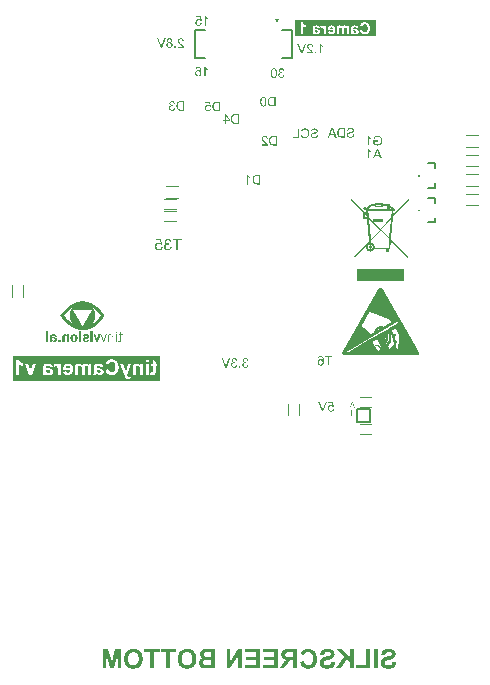
<source format=gbo>
G04*
G04 #@! TF.GenerationSoftware,Altium Limited,Altium Designer,22.5.1 (42)*
G04*
G04 Layer_Color=32896*
%FSLAX25Y25*%
%MOIN*%
G70*
G04*
G04 #@! TF.SameCoordinates,7D5A9487-70C0-458F-A832-C6248EDC6538*
G04*
G04*
G04 #@! TF.FilePolarity,Positive*
G04*
G01*
G75*
%ADD10C,0.00787*%
%ADD15C,0.00472*%
%ADD16C,0.00500*%
%ADD126C,0.00748*%
%ADD127C,0.00541*%
%ADD128C,0.00010*%
%ADD129C,0.00300*%
G36*
X46424Y91309D02*
X45674Y92809D01*
X47175D01*
X46424Y91309D01*
D02*
G37*
G36*
X77595Y30668D02*
X77595D01*
X77595Y30668D01*
X77595Y30668D01*
D02*
G37*
G36*
X76988Y30383D02*
X76988Y30383D01*
X76988Y30383D01*
X76988Y30383D01*
X76988Y30383D01*
D02*
G37*
G36*
X76988Y30383D02*
X76988Y30383D01*
X76988Y30383D01*
X76988Y30383D01*
D02*
G37*
G36*
X76984Y30381D02*
X76984Y30381D01*
X76984Y30381D01*
X76984Y30381D01*
X76984Y30381D01*
X76984Y30381D01*
D01*
X76984Y30381D01*
X76984Y30381D01*
X76984Y30381D01*
X76984Y30381D01*
X76984Y30381D01*
X76984Y30381D01*
X76984Y30381D01*
X76984Y30381D01*
X76984Y30381D01*
X76985Y30381D01*
X76985Y30382D01*
X76986Y30382D01*
X76987Y30383D01*
X76987Y30383D01*
X76988Y30383D01*
X76987Y30383D01*
X76988Y30383D01*
X76984Y30381D01*
D02*
G37*
G36*
X75943Y27976D02*
X76313Y27976D01*
X76234Y28817D01*
X76035D01*
Y29396D01*
X76393D01*
Y29397D01*
X76393Y29398D01*
X76393Y29399D01*
X76393Y29400D01*
X76393Y29400D01*
X76393D01*
X76393Y29401D01*
X76508Y29978D01*
Y29978D01*
X76508Y29979D01*
X76508Y29978D01*
X76508Y29979D01*
X76508Y29980D01*
X76509Y29983D01*
X76510Y29985D01*
X76512Y29987D01*
X76513Y29988D01*
X76508Y29980D01*
X76513Y29988D01*
X76513Y29988D01*
X76513Y29988D01*
X76513Y29988D01*
X76513Y29988D01*
X76513Y29988D01*
X76513Y29988D01*
X76513Y29989D01*
Y29989D01*
X76610Y30102D01*
X76610Y30103D01*
X76611Y30103D01*
X76611Y30104D01*
X76612Y30105D01*
X76613Y30105D01*
X76613Y30106D01*
Y30106D01*
X76614Y30106D01*
X76614Y30106D01*
X76614Y30106D01*
X76614Y30106D01*
X76614Y30106D01*
Y30106D01*
X76984Y30381D01*
X76984Y30381D01*
X76988Y30383D01*
X76988Y30383D01*
X76988Y30383D01*
X76988Y30383D01*
X77595Y30668D01*
X77595Y30668D01*
X77595Y30668D01*
X77595Y30668D01*
X77596Y30668D01*
X77596Y30669D01*
X77597Y30669D01*
X77598Y30669D01*
X77598Y30669D01*
Y30669D01*
X78295Y30866D01*
X78295Y30866D01*
X78296Y30866D01*
X78296Y30866D01*
X78297Y30866D01*
X78297Y30866D01*
Y30866D01*
X78848Y30966D01*
X78848Y30966D01*
X78849Y30966D01*
X78849Y30966D01*
X78849Y30966D01*
X78849Y30966D01*
X78849D01*
X78849Y30966D01*
X78849D01*
X78849Y30966D01*
X78849Y30966D01*
X78849Y30966D01*
X78849D01*
X78850Y30966D01*
X79034Y30989D01*
X79034Y30989D01*
X79034Y30989D01*
X79034Y30989D01*
X79035Y30989D01*
D01*
X79034Y30989D01*
X79035Y30989D01*
X79035Y30989D01*
Y30989D01*
X79037Y30989D01*
Y31250D01*
X81771D01*
Y31030D01*
X81893Y31022D01*
X82521Y30957D01*
X83153Y30851D01*
X83277Y30823D01*
Y30880D01*
X84227D01*
X84227Y30533D01*
X84231Y30533D01*
X84236Y30531D01*
X84236Y30531D01*
X84236Y30531D01*
X84236Y30531D01*
X84236Y30531D01*
X84328Y30489D01*
X84328Y30489D01*
X84328Y30489D01*
X84329Y30489D01*
X84329Y30489D01*
X84329Y30489D01*
X84329Y30488D01*
X84330Y30488D01*
X84330Y30488D01*
X84330Y30488D01*
X84330Y30488D01*
X84330Y30488D01*
X84330Y30488D01*
X84596Y30340D01*
X84597Y30340D01*
X84597Y30340D01*
X84597Y30340D01*
X84597Y30339D01*
X84598Y30339D01*
X84599Y30338D01*
X84599Y30338D01*
X84910Y30109D01*
X84910Y30109D01*
X84911Y30108D01*
X84912Y30107D01*
X84912Y30107D01*
X84912Y30106D01*
X84912Y30107D01*
X84913Y30106D01*
X84913Y30106D01*
X84913Y30106D01*
X84913Y30106D01*
X84913Y30106D01*
X85165Y29836D01*
X85165Y29835D01*
X85165Y29835D01*
X85166Y29835D01*
X85166Y29834D01*
X85167Y29834D01*
X85167Y29833D01*
X85167Y29833D01*
X85168Y29832D01*
X85316Y29600D01*
X85316Y29600D01*
X85316Y29599D01*
X85317Y29599D01*
X85317Y29598D01*
X85318Y29597D01*
X85318Y29597D01*
X85354Y29513D01*
X85353Y29513D01*
X85358Y29504D01*
X85358Y29503D01*
X85358Y29503D01*
X85358Y29503D01*
X85358Y29503D01*
X85358Y29503D01*
X85359Y29502D01*
X85359Y29502D01*
X85359Y29502D01*
X85393Y29412D01*
X85393Y29412D01*
X85393Y29411D01*
X85393Y29411D01*
X85393Y29410D01*
X85393Y29410D01*
X85396Y29402D01*
X85396Y29402D01*
X85397Y29398D01*
X85397Y29396D01*
X85965D01*
Y28817D01*
X85324D01*
X85183Y27220D01*
X90547Y32869D01*
Y32235D01*
X85120Y26510D01*
X84481Y19287D01*
X90208Y13459D01*
X89882Y13138D01*
X84429Y18693D01*
X84203Y16142D01*
X84203Y16142D01*
X84203Y16142D01*
X84189Y16110D01*
X84155Y16050D01*
X84115Y15994D01*
X84070Y15943D01*
X84044Y15920D01*
D01*
X83978Y15893D01*
X83956Y15890D01*
Y15051D01*
X82925D01*
Y15889D01*
X78835Y15888D01*
Y16444D01*
X83671D01*
X83909Y19223D01*
X81010Y22175D01*
X77734Y18719D01*
X77780Y18227D01*
X77114Y17784D01*
X77131Y18083D01*
X72499Y13197D01*
X72167Y13512D01*
X77170Y18781D01*
X76494Y26037D01*
X75227D01*
Y27976D01*
X75315Y27976D01*
X71061Y32310D01*
Y32944D01*
X75943Y27976D01*
D02*
G37*
G36*
X88874Y5276D02*
X73126D01*
Y9213D01*
X88874D01*
Y5276D01*
D02*
G37*
G36*
X-17969Y-1461D02*
X-17588D01*
Y-1492D01*
X-17366D01*
Y-1524D01*
X-17175D01*
Y-1556D01*
X-16985D01*
Y-1588D01*
X-16858D01*
Y-1619D01*
X-16731D01*
Y-1651D01*
X-16604D01*
Y-1683D01*
X-16477D01*
Y-1715D01*
X-16382D01*
Y-1746D01*
X-16286D01*
Y-1778D01*
X-16191D01*
Y-1810D01*
X-16096D01*
Y-1842D01*
X-16001D01*
Y-1873D01*
X-15937D01*
Y-1905D01*
X-15842D01*
Y-1937D01*
X-15778D01*
Y-1969D01*
X-15683D01*
Y-2000D01*
X-15620D01*
Y-2032D01*
X-15556D01*
Y-2064D01*
X-15493D01*
Y-2095D01*
X-15429D01*
Y-2127D01*
X-15334D01*
Y-2159D01*
X-15270D01*
Y-2191D01*
X-15207D01*
Y-2222D01*
X-15144D01*
Y-2254D01*
X-15112D01*
Y-2286D01*
X-15048D01*
Y-2318D01*
X-14985D01*
Y-2349D01*
X-14921D01*
Y-2381D01*
X-14858D01*
Y-2413D01*
X-14826D01*
Y-2445D01*
X-14763D01*
Y-2476D01*
X-14699D01*
Y-2508D01*
X-14636D01*
Y-2540D01*
X-14604D01*
Y-2572D01*
X-14540D01*
Y-2603D01*
X-14509D01*
Y-2635D01*
X-14445D01*
Y-2667D01*
X-14413D01*
Y-2699D01*
X-14350D01*
Y-2730D01*
X-14318D01*
Y-2762D01*
X-14255D01*
Y-2794D01*
X-14223D01*
Y-2826D01*
X-14160D01*
Y-2857D01*
X-14128D01*
Y-2889D01*
X-14064D01*
Y-2921D01*
X-14032D01*
Y-2953D01*
X-14001D01*
Y-2984D01*
X-13937D01*
Y-3016D01*
X-13905D01*
Y-3048D01*
X-13874D01*
Y-3079D01*
X-13810D01*
Y-3111D01*
X-13779D01*
Y-3143D01*
X-13747D01*
Y-3175D01*
X-13683D01*
Y-3206D01*
X-13652D01*
Y-3238D01*
X-13620D01*
Y-3270D01*
X-13588D01*
Y-3302D01*
X-13525D01*
Y-3333D01*
X-13493D01*
Y-3365D01*
X-13461D01*
Y-3397D01*
X-13429D01*
Y-3429D01*
X-13398D01*
Y-3460D01*
X-13334D01*
Y-3492D01*
X-13302D01*
Y-3524D01*
X-13271D01*
Y-3556D01*
X-13239D01*
Y-3587D01*
X-13207D01*
Y-3619D01*
X-13175D01*
Y-3651D01*
X-13144D01*
Y-3683D01*
X-13080D01*
Y-3714D01*
X-13048D01*
Y-3746D01*
X-13017D01*
Y-3778D01*
X-12985D01*
Y-3810D01*
X-12953D01*
Y-3841D01*
X-12922D01*
Y-3873D01*
X-12890D01*
Y-3905D01*
X-12858D01*
Y-3937D01*
X-12826D01*
Y-3968D01*
X-12795D01*
Y-4000D01*
X-12763D01*
Y-4032D01*
X-12731D01*
Y-4064D01*
X-12699D01*
Y-4095D01*
X-12668D01*
Y-4127D01*
X-12636D01*
Y-4159D01*
X-12604D01*
Y-4190D01*
X-12572D01*
Y-4222D01*
X-12541D01*
Y-4254D01*
X-12509D01*
Y-4286D01*
X-12477D01*
Y-4317D01*
X-12445D01*
Y-4349D01*
X-12414D01*
Y-4381D01*
X-12382D01*
Y-4413D01*
X-12350D01*
Y-4444D01*
X-12318D01*
Y-4476D01*
X-12287D01*
Y-4508D01*
X-12255D01*
Y-4540D01*
X-12223D01*
Y-4571D01*
Y-4603D01*
X-12191D01*
Y-4635D01*
X-12160D01*
Y-4667D01*
X-12128D01*
Y-4698D01*
X-12096D01*
Y-4730D01*
X-12065D01*
Y-4762D01*
X-12033D01*
Y-4794D01*
X-12001D01*
Y-4825D01*
Y-4857D01*
X-11969D01*
Y-4889D01*
X-11937D01*
Y-4921D01*
X-11906D01*
Y-4952D01*
X-11874D01*
Y-4984D01*
X-11842D01*
Y-5016D01*
Y-5048D01*
X-11811D01*
Y-5079D01*
X-11779D01*
Y-5111D01*
X-11747D01*
Y-5143D01*
X-11715D01*
Y-5175D01*
X-11684D01*
Y-5206D01*
Y-5238D01*
X-11652D01*
Y-5270D01*
X-11620D01*
Y-5302D01*
X-11588D01*
Y-5333D01*
Y-5365D01*
X-11557D01*
Y-5397D01*
X-11525D01*
Y-5428D01*
X-11493D01*
Y-5460D01*
Y-5492D01*
X-11461D01*
Y-5524D01*
X-11430D01*
Y-5555D01*
X-11398D01*
Y-5587D01*
Y-5619D01*
X-11366D01*
Y-5651D01*
X-11334D01*
Y-5682D01*
X-11303D01*
Y-5714D01*
Y-5746D01*
X-11271D01*
Y-5778D01*
X-11239D01*
Y-5809D01*
Y-5841D01*
X-11207D01*
Y-5873D01*
X-11176D01*
Y-5905D01*
Y-5936D01*
X-11144D01*
Y-5968D01*
X-11112D01*
Y-6000D01*
Y-6032D01*
X-11080D01*
Y-6063D01*
X-11049D01*
Y-6095D01*
Y-6127D01*
X-11017D01*
Y-6159D01*
Y-6190D01*
X-10985D01*
Y-6222D01*
X-10954D01*
Y-6254D01*
Y-6285D01*
X-10985D01*
Y-6317D01*
X-11017D01*
Y-6349D01*
X-11049D01*
Y-6381D01*
Y-6413D01*
X-11080D01*
Y-6444D01*
X-11112D01*
Y-6476D01*
Y-6508D01*
X-11144D01*
Y-6539D01*
X-11176D01*
Y-6571D01*
X-11207D01*
Y-6603D01*
Y-6635D01*
X-11239D01*
Y-6666D01*
X-11271D01*
Y-6698D01*
Y-6730D01*
X-11303D01*
Y-6762D01*
X-11334D01*
Y-6793D01*
X-11366D01*
Y-6825D01*
Y-6857D01*
X-11398D01*
Y-6889D01*
X-11430D01*
Y-6920D01*
X-11461D01*
Y-6952D01*
Y-6984D01*
X-11493D01*
Y-7016D01*
X-11525D01*
Y-7047D01*
X-11557D01*
Y-7079D01*
Y-7111D01*
X-11588D01*
Y-7142D01*
X-11620D01*
Y-7174D01*
X-11652D01*
Y-7206D01*
Y-7238D01*
X-11684D01*
Y-7270D01*
X-11715D01*
Y-7301D01*
X-11747D01*
Y-7333D01*
X-11779D01*
Y-7365D01*
Y-7396D01*
X-11811D01*
Y-7428D01*
X-11842D01*
Y-7460D01*
X-11874D01*
Y-7492D01*
X-11906D01*
Y-7524D01*
Y-7555D01*
X-11937D01*
Y-7587D01*
X-11969D01*
Y-7619D01*
X-12001D01*
Y-7650D01*
X-12033D01*
Y-7682D01*
X-12065D01*
Y-7714D01*
Y-7746D01*
X-12096D01*
Y-7777D01*
X-12128D01*
Y-7809D01*
X-12160D01*
Y-7841D01*
X-12191D01*
Y-7873D01*
X-12223D01*
Y-7904D01*
X-12255D01*
Y-7936D01*
Y-7968D01*
X-12287D01*
Y-8000D01*
X-12318D01*
Y-8031D01*
X-12350D01*
Y-8063D01*
X-12382D01*
Y-8095D01*
X-12414D01*
Y-8127D01*
X-12445D01*
Y-8158D01*
X-12477D01*
Y-8190D01*
X-12509D01*
Y-8222D01*
X-12541D01*
Y-8253D01*
Y-8285D01*
X-12572D01*
Y-8317D01*
X-12604D01*
Y-8349D01*
X-12636D01*
Y-8381D01*
X-12668D01*
Y-8412D01*
X-12699D01*
Y-8444D01*
X-12731D01*
Y-8476D01*
X-12763D01*
Y-8507D01*
X-12795D01*
Y-8539D01*
X-12826D01*
Y-8571D01*
X-12858D01*
Y-8603D01*
X-12890D01*
Y-8635D01*
X-12922D01*
Y-8666D01*
X-12953D01*
Y-8698D01*
X-12985D01*
Y-8730D01*
X-13017D01*
Y-8761D01*
X-13048D01*
Y-8793D01*
X-13080D01*
Y-8825D01*
X-13112D01*
Y-8857D01*
X-13144D01*
Y-8888D01*
X-13175D01*
Y-8920D01*
X-13239D01*
Y-8952D01*
X-13271D01*
Y-8984D01*
X-13302D01*
Y-9015D01*
X-13334D01*
Y-9047D01*
X-13366D01*
Y-9079D01*
X-13398D01*
Y-9111D01*
X-13429D01*
Y-9142D01*
X-13461D01*
Y-9174D01*
X-13525D01*
Y-9206D01*
X-13556D01*
Y-9238D01*
X-13588D01*
Y-9269D01*
X-13620D01*
Y-9301D01*
X-13652D01*
Y-9333D01*
X-13683D01*
Y-9365D01*
X-13747D01*
Y-9396D01*
X-13779D01*
Y-9428D01*
X-13810D01*
Y-9460D01*
X-13842D01*
Y-9492D01*
X-13905D01*
Y-9523D01*
X-13937D01*
Y-9555D01*
X-13969D01*
Y-9587D01*
X-14032D01*
Y-9618D01*
X-14064D01*
Y-9650D01*
X-14096D01*
Y-9682D01*
X-14160D01*
Y-9714D01*
X-14191D01*
Y-9746D01*
X-14255D01*
Y-9777D01*
X-14287D01*
Y-9809D01*
X-14318D01*
Y-9841D01*
X-14382D01*
Y-9872D01*
X-14413D01*
Y-9904D01*
X-14477D01*
Y-9936D01*
X-14509D01*
Y-9968D01*
X-14572D01*
Y-9999D01*
X-14604D01*
Y-10031D01*
X-14667D01*
Y-10063D01*
X-14731D01*
Y-10095D01*
X-14763D01*
Y-10126D01*
X-14826D01*
Y-10158D01*
X-14890D01*
Y-10190D01*
X-14921D01*
Y-10222D01*
X-14985D01*
Y-10253D01*
X-15048D01*
Y-10285D01*
X-15112D01*
Y-10317D01*
X-15175D01*
Y-10349D01*
X-15239D01*
Y-10380D01*
X-15302D01*
Y-10412D01*
X-15366D01*
Y-10444D01*
X-15429D01*
Y-10475D01*
X-15493D01*
Y-10507D01*
X-15556D01*
Y-10539D01*
X-15620D01*
Y-10571D01*
X-15715D01*
Y-10603D01*
X-15778D01*
Y-10634D01*
X-15874D01*
Y-10666D01*
X-15937D01*
Y-10698D01*
X-16032D01*
Y-10729D01*
X-16128D01*
Y-10761D01*
X-16223D01*
Y-10793D01*
X-16318D01*
Y-10825D01*
X-16413D01*
Y-10857D01*
X-16509D01*
Y-10888D01*
X-16635D01*
Y-10920D01*
X-16762D01*
Y-10952D01*
X-16921D01*
Y-10983D01*
X-17080D01*
Y-11015D01*
X-17270D01*
Y-11047D01*
X-17524D01*
Y-11079D01*
X-17969D01*
Y-11110D01*
X-18318D01*
Y-11079D01*
X-18762D01*
Y-11047D01*
X-19016D01*
Y-11015D01*
X-19238D01*
Y-10983D01*
X-19397D01*
Y-10952D01*
X-19556D01*
Y-10920D01*
X-19683D01*
Y-10888D01*
X-19810D01*
Y-10857D01*
X-19905D01*
Y-10825D01*
X-20032D01*
Y-10793D01*
X-20127D01*
Y-10761D01*
X-20222D01*
Y-10729D01*
X-20318D01*
Y-10698D01*
X-20413D01*
Y-10666D01*
X-20476D01*
Y-10634D01*
X-20572D01*
Y-10603D01*
X-20635D01*
Y-10571D01*
X-20730D01*
Y-10539D01*
X-20794D01*
Y-10507D01*
X-20857D01*
Y-10475D01*
X-20953D01*
Y-10444D01*
X-21016D01*
Y-10412D01*
X-21079D01*
Y-10380D01*
X-21143D01*
Y-10349D01*
X-21206D01*
Y-10317D01*
X-21270D01*
Y-10285D01*
X-21333D01*
Y-10253D01*
X-21397D01*
Y-10222D01*
X-21460D01*
Y-10190D01*
X-21524D01*
Y-10158D01*
X-21556D01*
Y-10126D01*
X-21619D01*
Y-10095D01*
X-21683D01*
Y-10063D01*
X-21746D01*
Y-10031D01*
X-21778D01*
Y-9999D01*
X-21841D01*
Y-9968D01*
X-21905D01*
Y-9936D01*
X-21937D01*
Y-9904D01*
X-22000D01*
Y-9872D01*
X-22063D01*
Y-9841D01*
X-22095D01*
Y-9809D01*
X-22159D01*
Y-9777D01*
X-22190D01*
Y-9746D01*
X-22254D01*
Y-9714D01*
X-22286D01*
Y-9682D01*
X-22349D01*
Y-9650D01*
X-22381D01*
Y-9618D01*
X-22413D01*
Y-9587D01*
X-22476D01*
Y-9555D01*
X-22508D01*
Y-9523D01*
X-22571D01*
Y-9492D01*
X-22603D01*
Y-9460D01*
X-22635D01*
Y-9428D01*
X-22698D01*
Y-9396D01*
X-22730D01*
Y-9365D01*
X-22762D01*
Y-9333D01*
X-22825D01*
Y-9301D01*
X-22857D01*
Y-9269D01*
X-22889D01*
Y-9238D01*
X-22952D01*
Y-9206D01*
X-22984D01*
Y-9174D01*
X-23016D01*
Y-9142D01*
X-23047D01*
Y-9111D01*
X-23111D01*
Y-9079D01*
X-23143D01*
Y-9047D01*
X-23175D01*
Y-9015D01*
X-23206D01*
Y-8984D01*
X-23238D01*
Y-8952D01*
X-23302D01*
Y-8920D01*
X-23333D01*
Y-8888D01*
X-23365D01*
Y-8857D01*
X-23397D01*
Y-8825D01*
X-23428D01*
Y-8793D01*
X-23460D01*
Y-8761D01*
X-23524D01*
Y-8730D01*
X-23555D01*
Y-8698D01*
X-23587D01*
Y-8666D01*
X-23619D01*
Y-8635D01*
X-23651D01*
Y-8603D01*
X-23682D01*
Y-8571D01*
X-23714D01*
Y-8539D01*
X-23746D01*
Y-8507D01*
X-23778D01*
Y-8476D01*
X-23809D01*
Y-8444D01*
X-23841D01*
Y-8412D01*
X-23873D01*
Y-8381D01*
X-23905D01*
Y-8349D01*
X-23936D01*
Y-8317D01*
X-24000D01*
Y-8285D01*
X-24032D01*
Y-8253D01*
X-24063D01*
Y-8222D01*
X-24095D01*
Y-8190D01*
X-24127D01*
Y-8158D01*
X-24159D01*
Y-8127D01*
Y-8095D01*
X-24190D01*
Y-8063D01*
X-24222D01*
Y-8031D01*
X-24254D01*
Y-8000D01*
X-24285D01*
Y-7968D01*
X-24317D01*
Y-7936D01*
X-24349D01*
Y-7904D01*
X-24381D01*
Y-7873D01*
X-24412D01*
Y-7841D01*
X-24444D01*
Y-7809D01*
X-24476D01*
Y-7777D01*
X-24508D01*
Y-7746D01*
X-24539D01*
Y-7714D01*
X-24571D01*
Y-7682D01*
X-24603D01*
Y-7650D01*
X-24635D01*
Y-7619D01*
Y-7587D01*
X-24666D01*
Y-7555D01*
X-24698D01*
Y-7524D01*
X-24730D01*
Y-7492D01*
X-24762D01*
Y-7460D01*
X-24793D01*
Y-7428D01*
X-24825D01*
Y-7396D01*
X-24857D01*
Y-7365D01*
Y-7333D01*
X-24889D01*
Y-7301D01*
X-24920D01*
Y-7270D01*
X-24952D01*
Y-7238D01*
X-24984D01*
Y-7206D01*
X-25016D01*
Y-7174D01*
Y-7142D01*
X-25047D01*
Y-7111D01*
X-25079D01*
Y-7079D01*
X-25111D01*
Y-7047D01*
X-25142D01*
Y-7016D01*
Y-6984D01*
X-25174D01*
Y-6952D01*
X-25206D01*
Y-6920D01*
X-25238D01*
Y-6889D01*
Y-6857D01*
X-25269D01*
Y-6825D01*
X-25301D01*
Y-6793D01*
X-25333D01*
Y-6762D01*
X-25365D01*
Y-6730D01*
Y-6698D01*
X-25396D01*
Y-6666D01*
X-25428D01*
Y-6635D01*
Y-6603D01*
X-25460D01*
Y-6571D01*
X-25492D01*
Y-6539D01*
X-25523D01*
Y-6508D01*
Y-6476D01*
X-25555D01*
Y-6444D01*
X-25587D01*
Y-6413D01*
Y-6381D01*
X-25619D01*
Y-6349D01*
X-25650D01*
Y-6317D01*
Y-6285D01*
X-25682D01*
Y-6254D01*
X-25714D01*
Y-6222D01*
Y-6190D01*
X-25682D01*
Y-6159D01*
X-25650D01*
Y-6127D01*
Y-6095D01*
X-25619D01*
Y-6063D01*
X-25587D01*
Y-6032D01*
X-25555D01*
Y-6000D01*
Y-5968D01*
X-25523D01*
Y-5936D01*
X-25492D01*
Y-5905D01*
X-25460D01*
Y-5873D01*
X-25428D01*
Y-5841D01*
Y-5809D01*
X-25396D01*
Y-5778D01*
X-25365D01*
Y-5746D01*
X-25333D01*
Y-5714D01*
X-25301D01*
Y-5682D01*
Y-5651D01*
X-25269D01*
Y-5619D01*
X-25238D01*
Y-5587D01*
X-25206D01*
Y-5555D01*
X-25174D01*
Y-5524D01*
Y-5492D01*
X-25142D01*
Y-5460D01*
X-25111D01*
Y-5428D01*
X-25079D01*
Y-5397D01*
X-25047D01*
Y-5365D01*
Y-5333D01*
X-25016D01*
Y-5302D01*
X-24984D01*
Y-5270D01*
X-24952D01*
Y-5238D01*
X-24920D01*
Y-5206D01*
X-24889D01*
Y-5175D01*
X-24857D01*
Y-5143D01*
Y-5111D01*
X-24825D01*
Y-5079D01*
X-24793D01*
Y-5048D01*
X-24762D01*
Y-5016D01*
X-24730D01*
Y-4984D01*
X-24698D01*
Y-4952D01*
X-24666D01*
Y-4921D01*
X-24635D01*
Y-4889D01*
Y-4857D01*
X-24603D01*
Y-4825D01*
X-24571D01*
Y-4794D01*
X-24539D01*
Y-4762D01*
X-24508D01*
Y-4730D01*
X-24476D01*
Y-4698D01*
X-24444D01*
Y-4667D01*
X-24412D01*
Y-4635D01*
X-24381D01*
Y-4603D01*
X-24349D01*
Y-4571D01*
X-24317D01*
Y-4540D01*
X-24285D01*
Y-4508D01*
Y-4476D01*
X-24254D01*
Y-4444D01*
X-24222D01*
Y-4413D01*
X-24190D01*
Y-4381D01*
X-24159D01*
Y-4349D01*
X-24127D01*
Y-4317D01*
X-24095D01*
Y-4286D01*
X-24063D01*
Y-4254D01*
X-24032D01*
Y-4222D01*
X-24000D01*
Y-4190D01*
X-23968D01*
Y-4159D01*
X-23936D01*
Y-4127D01*
X-23905D01*
Y-4095D01*
X-23873D01*
Y-4064D01*
X-23841D01*
Y-4032D01*
X-23809D01*
Y-4000D01*
X-23778D01*
Y-3968D01*
X-23746D01*
Y-3937D01*
X-23682D01*
Y-3905D01*
X-23651D01*
Y-3873D01*
X-23619D01*
Y-3841D01*
X-23587D01*
Y-3810D01*
X-23555D01*
Y-3778D01*
X-23524D01*
Y-3746D01*
X-23492D01*
Y-3714D01*
X-23460D01*
Y-3683D01*
X-23428D01*
Y-3651D01*
X-23397D01*
Y-3619D01*
X-23333D01*
Y-3587D01*
X-23302D01*
Y-3556D01*
X-23270D01*
Y-3524D01*
X-23238D01*
Y-3492D01*
X-23206D01*
Y-3460D01*
X-23175D01*
Y-3429D01*
X-23111D01*
Y-3397D01*
X-23079D01*
Y-3365D01*
X-23047D01*
Y-3333D01*
X-23016D01*
Y-3302D01*
X-22984D01*
Y-3270D01*
X-22920D01*
Y-3238D01*
X-22889D01*
Y-3206D01*
X-22857D01*
Y-3175D01*
X-22794D01*
Y-3143D01*
X-22762D01*
Y-3111D01*
X-22730D01*
Y-3079D01*
X-22698D01*
Y-3048D01*
X-22635D01*
Y-3016D01*
X-22603D01*
Y-2984D01*
X-22540D01*
Y-2953D01*
X-22508D01*
Y-2921D01*
X-22476D01*
Y-2889D01*
X-22413D01*
Y-2857D01*
X-22381D01*
Y-2826D01*
X-22317D01*
Y-2794D01*
X-22286D01*
Y-2762D01*
X-22222D01*
Y-2730D01*
X-22190D01*
Y-2699D01*
X-22127D01*
Y-2667D01*
X-22095D01*
Y-2635D01*
X-22032D01*
Y-2603D01*
X-22000D01*
Y-2572D01*
X-21937D01*
Y-2540D01*
X-21873D01*
Y-2508D01*
X-21841D01*
Y-2476D01*
X-21778D01*
Y-2445D01*
X-21714D01*
Y-2413D01*
X-21683D01*
Y-2381D01*
X-21619D01*
Y-2349D01*
X-21556D01*
Y-2318D01*
X-21492D01*
Y-2286D01*
X-21429D01*
Y-2254D01*
X-21397D01*
Y-2222D01*
X-21333D01*
Y-2191D01*
X-21270D01*
Y-2159D01*
X-21206D01*
Y-2127D01*
X-21143D01*
Y-2095D01*
X-21048D01*
Y-2064D01*
X-20984D01*
Y-2032D01*
X-20921D01*
Y-2000D01*
X-20857D01*
Y-1969D01*
X-20762D01*
Y-1937D01*
X-20698D01*
Y-1905D01*
X-20603D01*
Y-1873D01*
X-20540D01*
Y-1842D01*
X-20445D01*
Y-1810D01*
X-20349D01*
Y-1778D01*
X-20254D01*
Y-1746D01*
X-20159D01*
Y-1715D01*
X-20064D01*
Y-1683D01*
X-19937D01*
Y-1651D01*
X-19810D01*
Y-1619D01*
X-19683D01*
Y-1588D01*
X-19556D01*
Y-1556D01*
X-19397D01*
Y-1524D01*
X-19207D01*
Y-1492D01*
X-18953D01*
Y-1461D01*
X-18572D01*
Y-1429D01*
X-17969D01*
Y-1461D01*
D02*
G37*
G36*
X-6875Y-11578D02*
Y-11593D01*
Y-11607D01*
Y-11622D01*
Y-11637D01*
Y-11651D01*
Y-11666D01*
Y-11681D01*
Y-11695D01*
Y-11710D01*
Y-11724D01*
Y-11739D01*
Y-11754D01*
Y-11768D01*
Y-11783D01*
Y-11797D01*
Y-11812D01*
Y-11827D01*
Y-11841D01*
Y-11856D01*
Y-11870D01*
Y-11885D01*
Y-11900D01*
Y-11914D01*
X-7224D01*
Y-11900D01*
Y-11885D01*
Y-11870D01*
Y-11856D01*
Y-11841D01*
Y-11827D01*
Y-11812D01*
Y-11797D01*
Y-11783D01*
Y-11768D01*
Y-11754D01*
Y-11739D01*
Y-11724D01*
Y-11710D01*
Y-11695D01*
Y-11681D01*
Y-11666D01*
Y-11651D01*
Y-11637D01*
Y-11622D01*
Y-11607D01*
Y-11593D01*
Y-11578D01*
Y-11564D01*
X-6875D01*
Y-11578D01*
D02*
G37*
G36*
X-14942Y-11505D02*
Y-11520D01*
Y-11534D01*
Y-11549D01*
Y-11564D01*
Y-11578D01*
Y-11593D01*
Y-11607D01*
Y-11622D01*
Y-11637D01*
Y-11651D01*
Y-11666D01*
Y-11681D01*
Y-11695D01*
Y-11710D01*
Y-11724D01*
Y-11739D01*
Y-11754D01*
Y-11768D01*
Y-11783D01*
Y-11797D01*
Y-11812D01*
Y-11827D01*
Y-11841D01*
Y-11856D01*
Y-11870D01*
Y-11885D01*
Y-11900D01*
Y-11914D01*
Y-11929D01*
Y-11943D01*
Y-11958D01*
Y-11973D01*
Y-11987D01*
Y-12002D01*
Y-12017D01*
Y-12031D01*
Y-12046D01*
Y-12060D01*
Y-12075D01*
Y-12090D01*
Y-12104D01*
Y-12119D01*
Y-12134D01*
Y-12148D01*
Y-12163D01*
Y-12177D01*
Y-12192D01*
Y-12207D01*
Y-12221D01*
Y-12236D01*
X-15673D01*
Y-12221D01*
Y-12207D01*
Y-12192D01*
Y-12177D01*
Y-12163D01*
Y-12148D01*
Y-12134D01*
Y-12119D01*
Y-12104D01*
Y-12090D01*
Y-12075D01*
Y-12060D01*
Y-12046D01*
Y-12031D01*
Y-12017D01*
Y-12002D01*
Y-11987D01*
Y-11973D01*
Y-11958D01*
Y-11943D01*
Y-11929D01*
Y-11914D01*
Y-11900D01*
Y-11885D01*
Y-11870D01*
Y-11856D01*
Y-11841D01*
Y-11827D01*
Y-11812D01*
Y-11797D01*
Y-11783D01*
Y-11768D01*
Y-11754D01*
Y-11739D01*
Y-11724D01*
Y-11710D01*
Y-11695D01*
Y-11681D01*
Y-11666D01*
Y-11651D01*
Y-11637D01*
Y-11622D01*
Y-11607D01*
Y-11593D01*
Y-11578D01*
Y-11564D01*
Y-11549D01*
Y-11534D01*
Y-11520D01*
Y-11505D01*
Y-11490D01*
X-14942D01*
Y-11505D01*
D02*
G37*
G36*
X-18727D02*
Y-11520D01*
Y-11534D01*
Y-11549D01*
Y-11564D01*
Y-11578D01*
Y-11593D01*
Y-11607D01*
Y-11622D01*
Y-11637D01*
Y-11651D01*
Y-11666D01*
Y-11681D01*
Y-11695D01*
Y-11710D01*
Y-11724D01*
Y-11739D01*
Y-11754D01*
Y-11768D01*
Y-11783D01*
Y-11797D01*
Y-11812D01*
Y-11827D01*
Y-11841D01*
Y-11856D01*
Y-11870D01*
Y-11885D01*
Y-11900D01*
Y-11914D01*
Y-11929D01*
Y-11943D01*
Y-11958D01*
Y-11973D01*
Y-11987D01*
Y-12002D01*
Y-12017D01*
Y-12031D01*
Y-12046D01*
Y-12060D01*
Y-12075D01*
Y-12090D01*
Y-12104D01*
Y-12119D01*
Y-12134D01*
Y-12148D01*
Y-12163D01*
Y-12177D01*
Y-12192D01*
Y-12207D01*
Y-12221D01*
Y-12236D01*
X-19458D01*
Y-12221D01*
Y-12207D01*
Y-12192D01*
Y-12177D01*
Y-12163D01*
Y-12148D01*
Y-12134D01*
Y-12119D01*
Y-12104D01*
Y-12090D01*
Y-12075D01*
Y-12060D01*
Y-12046D01*
Y-12031D01*
Y-12017D01*
Y-12002D01*
Y-11987D01*
Y-11973D01*
Y-11958D01*
Y-11943D01*
Y-11929D01*
Y-11914D01*
Y-11900D01*
Y-11885D01*
Y-11870D01*
Y-11856D01*
Y-11841D01*
Y-11827D01*
Y-11812D01*
Y-11797D01*
Y-11783D01*
Y-11768D01*
Y-11754D01*
Y-11739D01*
Y-11724D01*
Y-11710D01*
Y-11695D01*
Y-11681D01*
Y-11666D01*
Y-11651D01*
Y-11637D01*
Y-11622D01*
Y-11607D01*
Y-11593D01*
Y-11578D01*
Y-11564D01*
Y-11549D01*
Y-11534D01*
Y-11520D01*
Y-11505D01*
Y-11490D01*
X-18727D01*
Y-11505D01*
D02*
G37*
G36*
X-29747D02*
Y-11520D01*
Y-11534D01*
Y-11549D01*
Y-11564D01*
Y-11578D01*
Y-11593D01*
Y-11607D01*
Y-11622D01*
Y-11637D01*
Y-11651D01*
Y-11666D01*
Y-11681D01*
Y-11695D01*
Y-11710D01*
Y-11724D01*
Y-11739D01*
Y-11754D01*
Y-11768D01*
Y-11783D01*
Y-11797D01*
Y-11812D01*
Y-11827D01*
Y-11841D01*
Y-11856D01*
Y-11870D01*
Y-11885D01*
Y-11900D01*
Y-11914D01*
Y-11929D01*
Y-11943D01*
Y-11958D01*
Y-11973D01*
Y-11987D01*
Y-12002D01*
Y-12017D01*
Y-12031D01*
Y-12046D01*
Y-12060D01*
Y-12075D01*
Y-12090D01*
Y-12104D01*
Y-12119D01*
Y-12134D01*
Y-12148D01*
Y-12163D01*
Y-12177D01*
Y-12192D01*
Y-12207D01*
Y-12221D01*
Y-12236D01*
X-30491D01*
Y-12221D01*
Y-12207D01*
Y-12192D01*
Y-12177D01*
Y-12163D01*
Y-12148D01*
Y-12134D01*
Y-12119D01*
Y-12104D01*
Y-12090D01*
Y-12075D01*
Y-12060D01*
Y-12046D01*
Y-12031D01*
Y-12017D01*
Y-12002D01*
Y-11987D01*
Y-11973D01*
Y-11958D01*
Y-11943D01*
Y-11929D01*
Y-11914D01*
Y-11900D01*
Y-11885D01*
Y-11870D01*
Y-11856D01*
Y-11841D01*
Y-11827D01*
Y-11812D01*
Y-11797D01*
Y-11783D01*
Y-11768D01*
Y-11754D01*
Y-11739D01*
Y-11724D01*
Y-11710D01*
Y-11695D01*
Y-11681D01*
Y-11666D01*
Y-11651D01*
Y-11637D01*
Y-11622D01*
Y-11607D01*
Y-11593D01*
Y-11578D01*
Y-11564D01*
Y-11549D01*
Y-11534D01*
Y-11520D01*
Y-11505D01*
Y-11490D01*
X-29747D01*
Y-11505D01*
D02*
G37*
G36*
X-28008Y-12411D02*
X-27818D01*
Y-12426D01*
X-27730D01*
Y-12440D01*
X-27657D01*
Y-12455D01*
X-27598D01*
Y-12470D01*
X-27540D01*
Y-12484D01*
X-27496D01*
Y-12499D01*
X-27467D01*
Y-12514D01*
X-27423D01*
Y-12528D01*
X-27394D01*
Y-12543D01*
X-27365D01*
Y-12557D01*
X-27335D01*
Y-12572D01*
X-27306D01*
Y-12587D01*
X-27277D01*
Y-12601D01*
X-27248D01*
Y-12616D01*
X-27233D01*
Y-12630D01*
X-27204D01*
Y-12645D01*
X-27189D01*
Y-12660D01*
X-27174D01*
Y-12674D01*
X-27160D01*
Y-12689D01*
X-27131D01*
Y-12704D01*
X-27116D01*
Y-12718D01*
X-27101D01*
Y-12733D01*
X-27087D01*
Y-12747D01*
X-27072D01*
Y-12762D01*
Y-12777D01*
X-27058D01*
Y-12791D01*
X-27043D01*
Y-12806D01*
X-27028D01*
Y-12820D01*
Y-12835D01*
X-27014D01*
Y-12850D01*
X-26999D01*
Y-12864D01*
Y-12879D01*
X-26985D01*
Y-12893D01*
Y-12908D01*
X-26970D01*
Y-12923D01*
Y-12937D01*
Y-12952D01*
X-26955D01*
Y-12967D01*
Y-12981D01*
X-26941D01*
Y-12996D01*
Y-13010D01*
Y-13025D01*
X-26926D01*
Y-13040D01*
Y-13054D01*
Y-13069D01*
Y-13083D01*
X-26912D01*
Y-13098D01*
Y-13113D01*
Y-13127D01*
Y-13142D01*
X-26897D01*
Y-13157D01*
Y-13171D01*
Y-13186D01*
X-26970D01*
Y-13200D01*
X-27116D01*
Y-13215D01*
X-27277D01*
Y-13230D01*
X-27423D01*
Y-13244D01*
X-27583D01*
Y-13230D01*
Y-13215D01*
X-27584D01*
Y-13200D01*
Y-13186D01*
Y-13171D01*
X-27598D01*
Y-13157D01*
Y-13142D01*
X-27597D01*
Y-13127D01*
X-27613D01*
Y-13113D01*
Y-13098D01*
X-27627D01*
Y-13083D01*
X-27628D01*
Y-13069D01*
X-27641D01*
Y-13054D01*
Y-13040D01*
X-27657D01*
Y-13025D01*
X-27671D01*
Y-13010D01*
X-27685D01*
Y-12996D01*
X-27701D01*
Y-12981D01*
X-27715D01*
Y-12967D01*
X-27729D01*
Y-12952D01*
X-27758D01*
Y-12937D01*
X-27774D01*
Y-12923D01*
X-27818D01*
Y-12908D01*
X-27861D01*
Y-12893D01*
X-27935D01*
Y-12879D01*
X-28081D01*
Y-12893D01*
X-28154D01*
Y-12908D01*
X-28198D01*
Y-12923D01*
X-28227D01*
Y-12937D01*
X-28256D01*
Y-12952D01*
X-28271D01*
Y-12967D01*
X-28300D01*
Y-12981D01*
X-28315D01*
Y-12996D01*
Y-13010D01*
X-28329D01*
Y-13025D01*
X-28344D01*
Y-13040D01*
Y-13054D01*
X-28358D01*
Y-13069D01*
Y-13083D01*
Y-13098D01*
X-28373D01*
Y-13113D01*
Y-13127D01*
Y-13142D01*
Y-13157D01*
X-28388D01*
Y-13171D01*
Y-13186D01*
Y-13200D01*
Y-13215D01*
Y-13230D01*
Y-13244D01*
Y-13259D01*
Y-13273D01*
Y-13288D01*
Y-13303D01*
Y-13317D01*
Y-13332D01*
Y-13347D01*
Y-13361D01*
Y-13376D01*
Y-13390D01*
Y-13405D01*
X-28285D01*
Y-13420D01*
X-28124D01*
Y-13434D01*
X-27978D01*
Y-13449D01*
X-27861D01*
Y-13464D01*
X-27759D01*
Y-13478D01*
X-27671D01*
Y-13493D01*
X-27598D01*
Y-13507D01*
X-27540D01*
Y-13522D01*
X-27481D01*
Y-13537D01*
X-27438D01*
Y-13551D01*
X-27394D01*
Y-13566D01*
X-27350D01*
Y-13580D01*
X-27321D01*
Y-13595D01*
X-27291D01*
Y-13610D01*
X-27262D01*
Y-13624D01*
X-27233D01*
Y-13639D01*
X-27204D01*
Y-13654D01*
X-27189D01*
Y-13668D01*
X-27160D01*
Y-13683D01*
X-27145D01*
Y-13697D01*
X-27116D01*
Y-13712D01*
X-27101D01*
Y-13727D01*
X-27087D01*
Y-13741D01*
X-27072D01*
Y-13756D01*
X-27058D01*
Y-13770D01*
X-27043D01*
Y-13785D01*
X-27028D01*
Y-13800D01*
X-27014D01*
Y-13814D01*
X-26999D01*
Y-13829D01*
X-26985D01*
Y-13844D01*
X-26970D01*
Y-13858D01*
X-26955D01*
Y-13873D01*
Y-13887D01*
X-26941D01*
Y-13902D01*
X-26926D01*
Y-13916D01*
Y-13931D01*
X-26912D01*
Y-13946D01*
Y-13960D01*
X-26897D01*
Y-13975D01*
Y-13990D01*
X-26882D01*
Y-14004D01*
Y-14019D01*
X-26868D01*
Y-14033D01*
Y-14048D01*
Y-14063D01*
X-26853D01*
Y-14077D01*
Y-14092D01*
Y-14107D01*
X-26838D01*
Y-14121D01*
Y-14136D01*
Y-14150D01*
Y-14165D01*
X-26824D01*
Y-14180D01*
Y-14194D01*
Y-14209D01*
Y-14223D01*
Y-14238D01*
Y-14253D01*
Y-14267D01*
Y-14282D01*
Y-14297D01*
Y-14311D01*
Y-14326D01*
Y-14340D01*
Y-14355D01*
Y-14370D01*
Y-14384D01*
Y-14399D01*
Y-14413D01*
Y-14428D01*
Y-14443D01*
Y-14457D01*
Y-14472D01*
X-26838D01*
Y-14487D01*
Y-14501D01*
Y-14516D01*
Y-14530D01*
X-26853D01*
Y-14545D01*
Y-14560D01*
Y-14574D01*
X-26868D01*
Y-14589D01*
Y-14603D01*
Y-14618D01*
X-26882D01*
Y-14633D01*
Y-14647D01*
X-26897D01*
Y-14662D01*
Y-14676D01*
X-26912D01*
Y-14691D01*
Y-14706D01*
X-26926D01*
Y-14720D01*
X-26941D01*
Y-14735D01*
X-26955D01*
Y-14750D01*
Y-14764D01*
X-26970D01*
Y-14779D01*
X-26985D01*
Y-14793D01*
X-26999D01*
Y-14808D01*
X-27014D01*
Y-14823D01*
X-27028D01*
Y-14837D01*
X-27043D01*
Y-14852D01*
X-27058D01*
Y-14866D01*
X-27087D01*
Y-14881D01*
X-27101D01*
Y-14896D01*
X-27131D01*
Y-14910D01*
X-27145D01*
Y-14925D01*
X-27174D01*
Y-14940D01*
X-27204D01*
Y-14954D01*
X-27233D01*
Y-14969D01*
X-27993D01*
Y-14954D01*
X-28021D01*
Y-14940D01*
X-28051D01*
Y-14925D01*
X-28080D01*
Y-14910D01*
X-28094D01*
Y-14896D01*
X-28124D01*
Y-14881D01*
X-28139D01*
Y-14866D01*
X-28167D01*
Y-14852D01*
X-28183D01*
Y-14837D01*
X-28198D01*
Y-14823D01*
X-28212D01*
Y-14808D01*
X-28226D01*
Y-14793D01*
X-28240D01*
Y-14779D01*
X-28256D01*
Y-14764D01*
X-28271D01*
Y-14750D01*
X-28284D01*
Y-14735D01*
X-28299D01*
Y-14720D01*
X-28315D01*
Y-14706D01*
X-28328D01*
Y-14691D01*
X-28344D01*
Y-14676D01*
X-28343D01*
Y-14662D01*
X-28358D01*
Y-14647D01*
X-28373D01*
Y-14633D01*
X-28387D01*
Y-14618D01*
X-28388D01*
Y-14603D01*
X-28402D01*
Y-14589D01*
X-28417D01*
Y-14603D01*
Y-14618D01*
Y-14633D01*
Y-14647D01*
Y-14662D01*
Y-14676D01*
Y-14691D01*
Y-14706D01*
Y-14720D01*
Y-14735D01*
Y-14750D01*
Y-14764D01*
Y-14779D01*
Y-14793D01*
X-28431D01*
Y-14808D01*
Y-14823D01*
Y-14837D01*
Y-14852D01*
Y-14866D01*
Y-14881D01*
Y-14896D01*
X-28446D01*
Y-14910D01*
Y-14925D01*
Y-14940D01*
Y-14954D01*
Y-14969D01*
X-29161D01*
Y-14954D01*
Y-14940D01*
Y-14925D01*
X-29147D01*
Y-14910D01*
Y-14896D01*
X-29147D01*
Y-14881D01*
Y-14866D01*
Y-14852D01*
X-29133D01*
Y-14837D01*
Y-14823D01*
Y-14808D01*
Y-14793D01*
X-29132D01*
Y-14779D01*
Y-14764D01*
Y-14750D01*
Y-14735D01*
Y-14720D01*
Y-14706D01*
Y-14691D01*
Y-14676D01*
X-29117D01*
Y-14662D01*
Y-14647D01*
Y-14633D01*
Y-14618D01*
Y-14603D01*
Y-14589D01*
X-29118D01*
Y-14574D01*
Y-14560D01*
Y-14545D01*
X-29117D01*
Y-14530D01*
X-29118D01*
Y-14516D01*
Y-14501D01*
X-29117D01*
Y-14487D01*
X-29118D01*
Y-14472D01*
X-29117D01*
Y-14457D01*
X-29118D01*
Y-14443D01*
X-29117D01*
Y-14428D01*
X-29118D01*
Y-14413D01*
Y-14399D01*
X-29117D01*
Y-14384D01*
Y-14370D01*
X-29118D01*
Y-14355D01*
X-29117D01*
Y-14340D01*
Y-14326D01*
X-29118D01*
Y-14311D01*
Y-14297D01*
Y-14282D01*
Y-14267D01*
X-29117D01*
Y-14253D01*
Y-14238D01*
Y-14223D01*
X-29118D01*
Y-14209D01*
Y-14194D01*
Y-14180D01*
X-29117D01*
Y-14165D01*
Y-14150D01*
Y-14136D01*
Y-14121D01*
Y-14107D01*
X-29118D01*
Y-14092D01*
Y-14077D01*
Y-14063D01*
Y-14048D01*
Y-14033D01*
Y-14019D01*
Y-14004D01*
Y-13990D01*
Y-13975D01*
Y-13960D01*
Y-13946D01*
Y-13931D01*
Y-13916D01*
Y-13902D01*
Y-13887D01*
Y-13873D01*
Y-13858D01*
Y-13844D01*
Y-13829D01*
Y-13814D01*
Y-13800D01*
Y-13785D01*
Y-13770D01*
X-29117D01*
Y-13756D01*
X-29118D01*
Y-13741D01*
Y-13727D01*
X-29117D01*
Y-13712D01*
X-29118D01*
Y-13697D01*
Y-13683D01*
Y-13668D01*
Y-13654D01*
X-29117D01*
Y-13639D01*
X-29118D01*
Y-13624D01*
Y-13610D01*
Y-13595D01*
X-29117D01*
Y-13580D01*
Y-13566D01*
Y-13551D01*
X-29118D01*
Y-13537D01*
Y-13522D01*
X-29117D01*
Y-13507D01*
X-29118D01*
Y-13493D01*
Y-13478D01*
X-29117D01*
Y-13464D01*
Y-13449D01*
Y-13434D01*
Y-13420D01*
X-29118D01*
Y-13405D01*
Y-13390D01*
Y-13376D01*
Y-13361D01*
Y-13347D01*
Y-13332D01*
Y-13317D01*
Y-13303D01*
Y-13288D01*
Y-13273D01*
Y-13259D01*
Y-13244D01*
Y-13230D01*
Y-13215D01*
Y-13200D01*
Y-13186D01*
Y-13171D01*
Y-13157D01*
X-29117D01*
Y-13142D01*
Y-13127D01*
Y-13113D01*
Y-13098D01*
X-29118D01*
Y-13083D01*
Y-13069D01*
Y-13054D01*
X-29104D01*
Y-13040D01*
Y-13025D01*
X-29103D01*
Y-13010D01*
Y-12996D01*
Y-12981D01*
X-29104D01*
Y-12967D01*
Y-12952D01*
X-29089D01*
Y-12937D01*
X-29088D01*
Y-12923D01*
Y-12908D01*
X-29074D01*
Y-12893D01*
Y-12879D01*
X-29074D01*
Y-12864D01*
X-29060D01*
Y-12850D01*
Y-12835D01*
X-29059D01*
Y-12820D01*
X-29044D01*
Y-12806D01*
X-29045D01*
Y-12791D01*
X-29031D01*
Y-12777D01*
X-29016D01*
Y-12762D01*
Y-12747D01*
X-29000D01*
Y-12733D01*
X-28986D01*
Y-12718D01*
X-28972D01*
Y-12704D01*
X-28971D01*
Y-12689D01*
X-28956D01*
Y-12674D01*
X-28942D01*
Y-12660D01*
X-28914D01*
Y-12645D01*
X-28898D01*
Y-12630D01*
X-28883D01*
Y-12616D01*
X-28869D01*
Y-12601D01*
X-28840D01*
Y-12587D01*
X-28826D01*
Y-12572D01*
X-28797D01*
Y-12557D01*
X-28767D01*
Y-12543D01*
X-28738D01*
Y-12528D01*
X-28709D01*
Y-12514D01*
X-28679D01*
Y-12499D01*
X-28636D01*
Y-12484D01*
X-28592D01*
Y-12470D01*
X-28548D01*
Y-12455D01*
X-28489D01*
Y-12440D01*
X-28416D01*
Y-12426D01*
X-28329D01*
Y-12411D01*
X-28154D01*
Y-12397D01*
X-28008D01*
Y-12411D01*
D02*
G37*
G36*
X-12311Y-12470D02*
Y-12484D01*
X-12326D01*
Y-12499D01*
Y-12514D01*
Y-12528D01*
X-12341D01*
Y-12543D01*
Y-12557D01*
Y-12572D01*
X-12355D01*
Y-12587D01*
Y-12601D01*
Y-12616D01*
X-12370D01*
Y-12630D01*
Y-12645D01*
Y-12660D01*
X-12384D01*
Y-12674D01*
Y-12689D01*
X-12399D01*
Y-12704D01*
Y-12718D01*
Y-12733D01*
X-12414D01*
Y-12747D01*
Y-12762D01*
Y-12777D01*
X-12428D01*
Y-12791D01*
Y-12806D01*
Y-12820D01*
X-12443D01*
Y-12835D01*
Y-12850D01*
Y-12864D01*
X-12457D01*
Y-12879D01*
Y-12893D01*
Y-12908D01*
X-12472D01*
Y-12923D01*
Y-12937D01*
Y-12952D01*
X-12487D01*
Y-12967D01*
Y-12981D01*
Y-12996D01*
X-12501D01*
Y-13010D01*
Y-13025D01*
Y-13040D01*
X-12516D01*
Y-13054D01*
Y-13069D01*
Y-13083D01*
X-12530D01*
Y-13098D01*
Y-13113D01*
Y-13127D01*
X-12545D01*
Y-13142D01*
Y-13157D01*
Y-13171D01*
X-12560D01*
Y-13186D01*
Y-13200D01*
X-12574D01*
Y-13215D01*
Y-13230D01*
Y-13244D01*
X-12589D01*
Y-13259D01*
Y-13273D01*
Y-13288D01*
X-12604D01*
Y-13303D01*
Y-13317D01*
Y-13332D01*
X-12618D01*
Y-13347D01*
Y-13361D01*
Y-13376D01*
X-12633D01*
Y-13390D01*
Y-13405D01*
Y-13420D01*
X-12647D01*
Y-13434D01*
Y-13449D01*
Y-13464D01*
X-12662D01*
Y-13478D01*
Y-13493D01*
Y-13507D01*
X-12677D01*
Y-13522D01*
Y-13537D01*
Y-13551D01*
X-12691D01*
Y-13566D01*
Y-13580D01*
Y-13595D01*
X-12706D01*
Y-13610D01*
Y-13624D01*
Y-13639D01*
X-12720D01*
Y-13654D01*
Y-13668D01*
Y-13683D01*
X-12735D01*
Y-13697D01*
Y-13712D01*
X-12750D01*
Y-13727D01*
Y-13741D01*
Y-13756D01*
X-12764D01*
Y-13770D01*
Y-13785D01*
Y-13800D01*
X-12779D01*
Y-13814D01*
Y-13829D01*
Y-13844D01*
X-12794D01*
Y-13858D01*
Y-13873D01*
Y-13887D01*
X-12808D01*
Y-13902D01*
Y-13916D01*
Y-13931D01*
X-12823D01*
Y-13946D01*
Y-13960D01*
Y-13975D01*
X-12837D01*
Y-13990D01*
Y-14004D01*
Y-14019D01*
X-12852D01*
Y-14033D01*
Y-14048D01*
Y-14063D01*
X-12867D01*
Y-14077D01*
Y-14092D01*
Y-14107D01*
X-12881D01*
Y-14121D01*
Y-14136D01*
Y-14150D01*
X-12896D01*
Y-14165D01*
Y-14180D01*
Y-14194D01*
X-12911D01*
Y-14209D01*
Y-14223D01*
X-12925D01*
Y-14238D01*
Y-14253D01*
Y-14267D01*
X-12940D01*
Y-14282D01*
Y-14297D01*
Y-14311D01*
X-12954D01*
Y-14326D01*
Y-14340D01*
Y-14355D01*
X-12969D01*
Y-14370D01*
Y-14384D01*
Y-14399D01*
X-12984D01*
Y-14413D01*
Y-14428D01*
Y-14443D01*
X-12998D01*
Y-14457D01*
Y-14472D01*
Y-14487D01*
X-13013D01*
Y-14501D01*
Y-14516D01*
Y-14530D01*
X-13027D01*
Y-14545D01*
Y-14560D01*
Y-14574D01*
X-13042D01*
Y-14589D01*
Y-14603D01*
Y-14618D01*
X-13057D01*
Y-14633D01*
Y-14647D01*
Y-14662D01*
X-13071D01*
Y-14676D01*
Y-14691D01*
Y-14706D01*
X-13086D01*
Y-14720D01*
Y-14735D01*
Y-14750D01*
X-13101D01*
Y-14764D01*
Y-14779D01*
X-13115D01*
Y-14793D01*
Y-14808D01*
Y-14823D01*
X-13130D01*
Y-14837D01*
Y-14852D01*
Y-14866D01*
X-13144D01*
Y-14881D01*
Y-14896D01*
Y-14910D01*
X-13159D01*
Y-14925D01*
Y-14940D01*
Y-14954D01*
X-13174D01*
Y-14969D01*
X-13758D01*
Y-14954D01*
X-13757D01*
Y-14940D01*
Y-14925D01*
X-13773D01*
Y-14910D01*
X-13772D01*
Y-14896D01*
Y-14881D01*
X-13786D01*
Y-14866D01*
X-13787D01*
Y-14852D01*
Y-14837D01*
X-13801D01*
Y-14823D01*
Y-14808D01*
Y-14793D01*
X-13817D01*
Y-14779D01*
X-13816D01*
Y-14764D01*
Y-14750D01*
X-13830D01*
Y-14735D01*
Y-14720D01*
Y-14706D01*
X-13845D01*
Y-14691D01*
Y-14676D01*
Y-14662D01*
X-13860D01*
Y-14647D01*
Y-14633D01*
Y-14618D01*
X-13874D01*
Y-14603D01*
Y-14589D01*
Y-14574D01*
X-13889D01*
Y-14560D01*
Y-14545D01*
Y-14530D01*
X-13903D01*
Y-14516D01*
Y-14501D01*
X-13919D01*
Y-14487D01*
X-13918D01*
Y-14472D01*
Y-14457D01*
X-13933D01*
Y-14443D01*
X-13934D01*
Y-14428D01*
Y-14413D01*
X-13947D01*
Y-14399D01*
Y-14384D01*
Y-14370D01*
X-13963D01*
Y-14355D01*
X-13962D01*
Y-14340D01*
Y-14326D01*
X-13977D01*
Y-14311D01*
X-13976D01*
Y-14297D01*
Y-14282D01*
X-13992D01*
Y-14267D01*
X-13991D01*
Y-14253D01*
Y-14238D01*
X-14006D01*
Y-14223D01*
X-14007D01*
Y-14209D01*
Y-14194D01*
X-14020D01*
Y-14180D01*
Y-14165D01*
Y-14150D01*
X-14035D01*
Y-14136D01*
Y-14121D01*
Y-14107D01*
X-14050D01*
Y-14092D01*
Y-14077D01*
Y-14063D01*
X-14064D01*
Y-14048D01*
X-14065D01*
Y-14033D01*
X-14064D01*
Y-14019D01*
X-14079D01*
Y-14004D01*
Y-13990D01*
X-14093D01*
Y-13975D01*
Y-13960D01*
Y-13946D01*
X-14108D01*
Y-13931D01*
Y-13916D01*
Y-13902D01*
X-14123D01*
Y-13887D01*
X-14123D01*
Y-13873D01*
Y-13858D01*
X-14138D01*
Y-13844D01*
Y-13829D01*
Y-13814D01*
X-14153D01*
Y-13800D01*
X-14152D01*
Y-13785D01*
Y-13770D01*
X-14167D01*
Y-13756D01*
X-14166D01*
Y-13741D01*
Y-13727D01*
X-14182D01*
Y-13712D01*
X-14181D01*
Y-13697D01*
Y-13683D01*
X-14197D01*
Y-13668D01*
Y-13654D01*
X-14196D01*
Y-13639D01*
X-14211D01*
Y-13624D01*
Y-13610D01*
Y-13595D01*
X-14226D01*
Y-13580D01*
Y-13566D01*
X-14225D01*
Y-13551D01*
X-14241D01*
Y-13537D01*
Y-13522D01*
X-14240D01*
Y-13507D01*
X-14255D01*
Y-13493D01*
Y-13478D01*
X-14269D01*
Y-13464D01*
X-14270D01*
Y-13449D01*
Y-13434D01*
X-14283D01*
Y-13420D01*
X-14284D01*
Y-13405D01*
Y-13390D01*
X-14299D01*
Y-13376D01*
Y-13361D01*
Y-13347D01*
X-14312D01*
Y-13332D01*
X-14313D01*
Y-13317D01*
Y-13303D01*
X-14327D01*
Y-13288D01*
X-14328D01*
Y-13273D01*
Y-13259D01*
X-14342D01*
Y-13244D01*
Y-13230D01*
X-14343D01*
Y-13215D01*
X-14356D01*
Y-13200D01*
Y-13186D01*
X-14357D01*
Y-13171D01*
X-14372D01*
Y-13157D01*
Y-13142D01*
Y-13127D01*
X-14386D01*
Y-13113D01*
Y-13098D01*
X-14387D01*
Y-13083D01*
X-14400D01*
Y-13069D01*
Y-13054D01*
Y-13040D01*
X-14415D01*
Y-13025D01*
Y-13010D01*
Y-12996D01*
X-14430D01*
Y-12981D01*
Y-12967D01*
X-14444D01*
Y-12952D01*
X-14445D01*
Y-12937D01*
Y-12923D01*
X-14459D01*
Y-12908D01*
Y-12893D01*
Y-12879D01*
X-14474D01*
Y-12864D01*
X-14473D01*
Y-12850D01*
Y-12835D01*
X-14489D01*
Y-12820D01*
Y-12806D01*
X-14488D01*
Y-12791D01*
X-14503D01*
Y-12777D01*
Y-12762D01*
X-14502D01*
Y-12747D01*
X-14517D01*
Y-12733D01*
Y-12718D01*
X-14518D01*
Y-12704D01*
X-14532D01*
Y-12689D01*
Y-12674D01*
Y-12660D01*
X-14547D01*
Y-12645D01*
Y-12630D01*
X-14546D01*
Y-12616D01*
X-14562D01*
Y-12601D01*
Y-12587D01*
Y-12572D01*
X-14577D01*
Y-12557D01*
Y-12543D01*
Y-12528D01*
X-14590D01*
Y-12514D01*
Y-12499D01*
Y-12484D01*
X-14605D01*
Y-12470D01*
Y-12455D01*
X-14065D01*
Y-12470D01*
Y-12484D01*
X-14051D01*
Y-12499D01*
Y-12514D01*
Y-12528D01*
X-14036D01*
Y-12543D01*
Y-12557D01*
Y-12572D01*
X-14021D01*
Y-12587D01*
Y-12601D01*
Y-12616D01*
Y-12630D01*
X-14007D01*
Y-12645D01*
Y-12660D01*
Y-12674D01*
X-13992D01*
Y-12689D01*
Y-12704D01*
Y-12718D01*
X-13977D01*
Y-12733D01*
Y-12747D01*
Y-12762D01*
X-13963D01*
Y-12777D01*
Y-12791D01*
Y-12806D01*
X-13948D01*
Y-12820D01*
Y-12835D01*
Y-12850D01*
Y-12864D01*
X-13934D01*
Y-12879D01*
Y-12893D01*
Y-12908D01*
X-13919D01*
Y-12923D01*
Y-12937D01*
Y-12952D01*
X-13904D01*
Y-12967D01*
Y-12981D01*
Y-12996D01*
X-13890D01*
Y-13010D01*
Y-13025D01*
Y-13040D01*
X-13875D01*
Y-13054D01*
Y-13069D01*
Y-13083D01*
Y-13098D01*
X-13860D01*
Y-13113D01*
Y-13127D01*
Y-13142D01*
X-13846D01*
Y-13157D01*
Y-13171D01*
Y-13186D01*
X-13831D01*
Y-13200D01*
Y-13215D01*
Y-13230D01*
X-13817D01*
Y-13244D01*
Y-13259D01*
Y-13273D01*
Y-13288D01*
X-13802D01*
Y-13303D01*
Y-13317D01*
Y-13332D01*
X-13787D01*
Y-13347D01*
Y-13361D01*
Y-13376D01*
X-13773D01*
Y-13390D01*
Y-13405D01*
Y-13420D01*
X-13758D01*
Y-13434D01*
Y-13449D01*
Y-13464D01*
X-13744D01*
Y-13478D01*
Y-13493D01*
Y-13507D01*
Y-13522D01*
X-13729D01*
Y-13537D01*
Y-13551D01*
Y-13566D01*
X-13714D01*
Y-13580D01*
Y-13595D01*
Y-13610D01*
X-13700D01*
Y-13624D01*
Y-13639D01*
Y-13654D01*
X-13685D01*
Y-13668D01*
Y-13683D01*
Y-13697D01*
Y-13712D01*
X-13670D01*
Y-13727D01*
Y-13741D01*
Y-13756D01*
X-13656D01*
Y-13770D01*
Y-13785D01*
Y-13800D01*
X-13641D01*
Y-13814D01*
Y-13829D01*
Y-13844D01*
X-13627D01*
Y-13858D01*
Y-13873D01*
Y-13887D01*
X-13612D01*
Y-13902D01*
Y-13916D01*
Y-13931D01*
Y-13946D01*
X-13597D01*
Y-13960D01*
Y-13975D01*
Y-13990D01*
X-13583D01*
Y-14004D01*
Y-14019D01*
Y-14033D01*
X-13568D01*
Y-14048D01*
X-13553D01*
Y-14033D01*
Y-14019D01*
X-13554D01*
Y-14004D01*
X-13538D01*
Y-13990D01*
Y-13975D01*
Y-13960D01*
X-13524D01*
Y-13946D01*
Y-13931D01*
X-13523D01*
Y-13916D01*
Y-13902D01*
X-13510D01*
Y-13887D01*
X-13509D01*
Y-13873D01*
Y-13858D01*
X-13495D01*
Y-13844D01*
X-13494D01*
Y-13829D01*
Y-13814D01*
X-13479D01*
Y-13800D01*
X-13480D01*
Y-13785D01*
Y-13770D01*
X-13465D01*
Y-13756D01*
Y-13741D01*
Y-13727D01*
Y-13712D01*
X-13450D01*
Y-13697D01*
Y-13683D01*
X-13451D01*
Y-13668D01*
X-13436D01*
Y-13654D01*
Y-13639D01*
X-13437D01*
Y-13624D01*
X-13421D01*
Y-13610D01*
Y-13595D01*
X-13422D01*
Y-13580D01*
Y-13566D01*
X-13407D01*
Y-13551D01*
Y-13537D01*
Y-13522D01*
X-13392D01*
Y-13507D01*
X-13393D01*
Y-13493D01*
Y-13478D01*
X-13377D01*
Y-13464D01*
X-13378D01*
Y-13449D01*
Y-13434D01*
X-13363D01*
Y-13420D01*
X-13364D01*
Y-13405D01*
Y-13390D01*
Y-13376D01*
X-13349D01*
Y-13361D01*
Y-13347D01*
Y-13332D01*
X-13334D01*
Y-13317D01*
Y-13303D01*
Y-13288D01*
X-13320D01*
Y-13273D01*
Y-13259D01*
Y-13244D01*
X-13305D01*
Y-13230D01*
Y-13215D01*
Y-13200D01*
X-13304D01*
Y-13186D01*
X-13291D01*
Y-13171D01*
X-13289D01*
Y-13157D01*
Y-13142D01*
X-13276D01*
Y-13127D01*
Y-13113D01*
Y-13098D01*
X-13261D01*
Y-13083D01*
X-13260D01*
Y-13069D01*
Y-13054D01*
Y-13040D01*
X-13246D01*
Y-13025D01*
Y-13010D01*
Y-12996D01*
X-13231D01*
Y-12981D01*
Y-12967D01*
Y-12952D01*
X-13216D01*
Y-12937D01*
Y-12923D01*
Y-12908D01*
X-13203D01*
Y-12893D01*
Y-12879D01*
Y-12864D01*
X-13202D01*
Y-12850D01*
X-13187D01*
Y-12835D01*
Y-12820D01*
X-13188D01*
Y-12806D01*
X-13173D01*
Y-12791D01*
Y-12777D01*
X-13174D01*
Y-12762D01*
X-13158D01*
Y-12747D01*
Y-12733D01*
X-13159D01*
Y-12718D01*
Y-12704D01*
X-13143D01*
Y-12689D01*
Y-12674D01*
Y-12660D01*
X-13129D01*
Y-12645D01*
Y-12630D01*
Y-12616D01*
X-13115D01*
Y-12601D01*
Y-12587D01*
Y-12572D01*
X-13101D01*
Y-12557D01*
Y-12543D01*
Y-12528D01*
X-13100D01*
Y-12514D01*
X-13086D01*
Y-12499D01*
Y-12484D01*
Y-12470D01*
X-13070D01*
Y-12455D01*
X-12311D01*
Y-12470D01*
D02*
G37*
G36*
X-10265D02*
X-10280D01*
Y-12484D01*
Y-12499D01*
Y-12514D01*
X-10294D01*
Y-12528D01*
Y-12543D01*
Y-12557D01*
X-10309D01*
Y-12572D01*
Y-12587D01*
Y-12601D01*
X-10324D01*
Y-12616D01*
Y-12630D01*
Y-12645D01*
X-10338D01*
Y-12660D01*
Y-12674D01*
Y-12689D01*
X-10353D01*
Y-12704D01*
Y-12718D01*
Y-12733D01*
X-10368D01*
Y-12747D01*
Y-12762D01*
Y-12777D01*
X-10382D01*
Y-12791D01*
Y-12806D01*
X-10397D01*
Y-12820D01*
Y-12835D01*
Y-12850D01*
X-10411D01*
Y-12864D01*
Y-12879D01*
Y-12893D01*
X-10426D01*
Y-12908D01*
Y-12923D01*
Y-12937D01*
X-10441D01*
Y-12952D01*
Y-12967D01*
Y-12981D01*
X-10455D01*
Y-12996D01*
Y-13010D01*
Y-13025D01*
X-10470D01*
Y-13040D01*
Y-13054D01*
Y-13069D01*
X-10485D01*
Y-13083D01*
Y-13098D01*
Y-13113D01*
X-10499D01*
Y-13127D01*
Y-13142D01*
Y-13157D01*
X-10514D01*
Y-13171D01*
Y-13186D01*
Y-13200D01*
X-10528D01*
Y-13215D01*
Y-13230D01*
Y-13244D01*
X-10543D01*
Y-13259D01*
Y-13273D01*
X-10558D01*
Y-13288D01*
Y-13303D01*
Y-13317D01*
X-10572D01*
Y-13332D01*
Y-13347D01*
Y-13361D01*
X-10587D01*
Y-13376D01*
Y-13390D01*
Y-13405D01*
X-10601D01*
Y-13420D01*
Y-13434D01*
Y-13449D01*
X-10616D01*
Y-13464D01*
Y-13478D01*
Y-13493D01*
X-10631D01*
Y-13507D01*
Y-13522D01*
Y-13537D01*
X-10645D01*
Y-13551D01*
Y-13566D01*
Y-13580D01*
X-10660D01*
Y-13595D01*
Y-13610D01*
Y-13624D01*
X-10674D01*
Y-13639D01*
Y-13654D01*
Y-13668D01*
X-10689D01*
Y-13683D01*
Y-13697D01*
X-10704D01*
Y-13712D01*
Y-13727D01*
Y-13741D01*
X-10718D01*
Y-13756D01*
Y-13770D01*
Y-13785D01*
X-10733D01*
Y-13800D01*
Y-13814D01*
Y-13829D01*
X-10747D01*
Y-13844D01*
Y-13858D01*
Y-13873D01*
X-10762D01*
Y-13887D01*
Y-13902D01*
Y-13916D01*
X-10777D01*
Y-13931D01*
Y-13946D01*
Y-13960D01*
X-10791D01*
Y-13975D01*
Y-13990D01*
Y-14004D01*
X-10806D01*
Y-14019D01*
Y-14033D01*
Y-14048D01*
X-10821D01*
Y-14063D01*
Y-14077D01*
Y-14092D01*
X-10835D01*
Y-14107D01*
Y-14121D01*
Y-14136D01*
X-10850D01*
Y-14150D01*
Y-14165D01*
X-10864D01*
Y-14180D01*
Y-14194D01*
Y-14209D01*
X-10879D01*
Y-14223D01*
Y-14238D01*
Y-14253D01*
X-10894D01*
Y-14267D01*
Y-14282D01*
Y-14297D01*
X-10908D01*
Y-14311D01*
Y-14326D01*
Y-14340D01*
X-10923D01*
Y-14355D01*
Y-14370D01*
Y-14384D01*
X-10938D01*
Y-14399D01*
Y-14413D01*
Y-14428D01*
X-10952D01*
Y-14443D01*
Y-14457D01*
Y-14472D01*
X-10967D01*
Y-14487D01*
Y-14501D01*
Y-14516D01*
X-10981D01*
Y-14530D01*
Y-14545D01*
Y-14560D01*
X-10996D01*
Y-14574D01*
Y-14589D01*
X-11011D01*
Y-14603D01*
Y-14618D01*
Y-14633D01*
X-11025D01*
Y-14647D01*
Y-14662D01*
Y-14676D01*
X-11040D01*
Y-14691D01*
Y-14706D01*
Y-14720D01*
X-11054D01*
Y-14735D01*
Y-14750D01*
Y-14764D01*
X-11069D01*
Y-14779D01*
Y-14793D01*
Y-14808D01*
X-11084D01*
Y-14823D01*
Y-14837D01*
Y-14852D01*
X-11098D01*
Y-14866D01*
Y-14881D01*
Y-14896D01*
X-11113D01*
Y-14910D01*
Y-14925D01*
Y-14940D01*
Y-14954D01*
Y-14969D01*
X-11390D01*
Y-14954D01*
Y-14940D01*
Y-14925D01*
X-11405D01*
Y-14910D01*
Y-14896D01*
X-11404D01*
Y-14881D01*
X-11420D01*
Y-14866D01*
Y-14852D01*
X-11419D01*
Y-14837D01*
X-11434D01*
Y-14823D01*
Y-14808D01*
X-11449D01*
Y-14793D01*
Y-14779D01*
Y-14764D01*
X-11464D01*
Y-14750D01*
Y-14735D01*
Y-14720D01*
X-11478D01*
Y-14706D01*
Y-14691D01*
Y-14676D01*
X-11493D01*
Y-14662D01*
Y-14647D01*
X-11507D01*
Y-14633D01*
X-11507D01*
Y-14618D01*
Y-14603D01*
X-11522D01*
Y-14589D01*
Y-14574D01*
Y-14560D01*
X-11537D01*
Y-14545D01*
Y-14530D01*
X-11550D01*
Y-14516D01*
X-11551D01*
Y-14501D01*
Y-14487D01*
X-11565D01*
Y-14472D01*
Y-14457D01*
Y-14443D01*
X-11581D01*
Y-14428D01*
X-11580D01*
Y-14413D01*
Y-14399D01*
X-11594D01*
Y-14384D01*
X-11595D01*
Y-14370D01*
X-11609D01*
Y-14355D01*
X-11610D01*
Y-14340D01*
Y-14326D01*
X-11623D01*
Y-14311D01*
X-11624D01*
Y-14297D01*
Y-14282D01*
X-11638D01*
Y-14267D01*
Y-14253D01*
X-11654D01*
Y-14238D01*
Y-14223D01*
X-11653D01*
Y-14209D01*
X-11667D01*
Y-14194D01*
X-11668D01*
Y-14180D01*
Y-14165D01*
X-11682D01*
Y-14150D01*
X-11683D01*
Y-14136D01*
Y-14121D01*
X-11697D01*
Y-14107D01*
X-11698D01*
Y-14092D01*
X-11711D01*
Y-14077D01*
Y-14063D01*
Y-14048D01*
X-11727D01*
Y-14033D01*
X-11726D01*
Y-14019D01*
Y-14004D01*
X-11740D01*
Y-13990D01*
X-11741D01*
Y-13975D01*
X-11755D01*
Y-13960D01*
Y-13946D01*
X-11756D01*
Y-13931D01*
X-11770D01*
Y-13916D01*
X-11771D01*
Y-13902D01*
Y-13887D01*
X-11784D01*
Y-13873D01*
Y-13858D01*
Y-13844D01*
X-11800D01*
Y-13829D01*
X-11799D01*
Y-13814D01*
X-11813D01*
Y-13800D01*
Y-13785D01*
X-11814D01*
Y-13770D01*
X-11828D01*
Y-13756D01*
X-11829D01*
Y-13741D01*
Y-13727D01*
X-11843D01*
Y-13712D01*
X-11844D01*
Y-13697D01*
X-11857D01*
Y-13683D01*
Y-13668D01*
Y-13654D01*
X-11873D01*
Y-13639D01*
X-11872D01*
Y-13624D01*
Y-13610D01*
X-11886D01*
Y-13595D01*
X-11887D01*
Y-13580D01*
Y-13566D01*
X-11901D01*
Y-13551D01*
X-11902D01*
Y-13537D01*
X-11916D01*
Y-13522D01*
Y-13507D01*
X-11917D01*
Y-13493D01*
X-11930D01*
Y-13478D01*
Y-13464D01*
Y-13449D01*
X-11946D01*
Y-13434D01*
X-11945D01*
Y-13420D01*
X-11960D01*
Y-13405D01*
Y-13390D01*
X-11961D01*
Y-13376D01*
X-11974D01*
Y-13361D01*
Y-13347D01*
X-11975D01*
Y-13332D01*
X-11989D01*
Y-13317D01*
X-11990D01*
Y-13303D01*
Y-13288D01*
X-12003D01*
Y-13273D01*
Y-13259D01*
X-12019D01*
Y-13244D01*
Y-13230D01*
X-12018D01*
Y-13215D01*
X-12033D01*
Y-13200D01*
X-12034D01*
Y-13186D01*
Y-13171D01*
X-12047D01*
Y-13157D01*
X-12048D01*
Y-13142D01*
X-12062D01*
Y-13127D01*
Y-13113D01*
X-12063D01*
Y-13098D01*
X-12077D01*
Y-13083D01*
Y-13069D01*
Y-13054D01*
X-12092D01*
Y-13040D01*
X-12091D01*
Y-13025D01*
Y-13010D01*
X-12106D01*
Y-12996D01*
X-12107D01*
Y-12981D01*
X-12120D01*
Y-12967D01*
Y-12952D01*
X-12121D01*
Y-12937D01*
X-12135D01*
Y-12923D01*
Y-12908D01*
X-12136D01*
Y-12893D01*
X-12150D01*
Y-12879D01*
Y-12864D01*
X-12165D01*
Y-12850D01*
Y-12835D01*
X-12164D01*
Y-12820D01*
X-12179D01*
Y-12806D01*
Y-12791D01*
X-12180D01*
Y-12777D01*
X-12193D01*
Y-12762D01*
Y-12747D01*
X-12194D01*
Y-12733D01*
X-12208D01*
Y-12718D01*
X-12209D01*
Y-12704D01*
X-12223D01*
Y-12689D01*
Y-12674D01*
Y-12660D01*
X-12238D01*
Y-12645D01*
Y-12630D01*
X-12237D01*
Y-12616D01*
X-12252D01*
Y-12601D01*
X-12253D01*
Y-12587D01*
X-12267D01*
Y-12572D01*
Y-12557D01*
X-12267D01*
Y-12543D01*
X-12281D01*
Y-12528D01*
Y-12514D01*
X-12282D01*
Y-12499D01*
X-12296D01*
Y-12484D01*
Y-12470D01*
Y-12455D01*
X-12034D01*
Y-12470D01*
X-12019D01*
Y-12484D01*
Y-12499D01*
Y-12514D01*
X-12004D01*
Y-12528D01*
Y-12543D01*
Y-12557D01*
X-11990D01*
Y-12572D01*
Y-12587D01*
Y-12601D01*
X-11975D01*
Y-12616D01*
Y-12630D01*
X-11961D01*
Y-12645D01*
Y-12660D01*
Y-12674D01*
X-11946D01*
Y-12689D01*
Y-12704D01*
Y-12718D01*
X-11931D01*
Y-12733D01*
Y-12747D01*
X-11917D01*
Y-12762D01*
Y-12777D01*
Y-12791D01*
X-11902D01*
Y-12806D01*
Y-12820D01*
Y-12835D01*
X-11887D01*
Y-12850D01*
Y-12864D01*
Y-12879D01*
X-11873D01*
Y-12893D01*
Y-12908D01*
X-11858D01*
Y-12923D01*
Y-12937D01*
Y-12952D01*
X-11844D01*
Y-12967D01*
Y-12981D01*
Y-12996D01*
X-11829D01*
Y-13010D01*
Y-13025D01*
Y-13040D01*
X-11814D01*
Y-13054D01*
Y-13069D01*
X-11800D01*
Y-13083D01*
Y-13098D01*
Y-13113D01*
X-11785D01*
Y-13127D01*
Y-13142D01*
Y-13157D01*
X-11771D01*
Y-13171D01*
Y-13186D01*
Y-13200D01*
X-11756D01*
Y-13215D01*
Y-13230D01*
X-11741D01*
Y-13244D01*
Y-13259D01*
Y-13273D01*
X-11727D01*
Y-13288D01*
Y-13303D01*
Y-13317D01*
X-11712D01*
Y-13332D01*
Y-13347D01*
X-11698D01*
Y-13361D01*
Y-13376D01*
Y-13390D01*
X-11683D01*
Y-13405D01*
Y-13420D01*
Y-13434D01*
X-11668D01*
Y-13449D01*
Y-13464D01*
Y-13478D01*
X-11654D01*
Y-13493D01*
Y-13507D01*
X-11639D01*
Y-13522D01*
Y-13537D01*
Y-13551D01*
X-11624D01*
Y-13566D01*
Y-13580D01*
Y-13595D01*
X-11610D01*
Y-13610D01*
Y-13624D01*
Y-13639D01*
X-11595D01*
Y-13654D01*
Y-13668D01*
X-11581D01*
Y-13683D01*
Y-13697D01*
Y-13712D01*
X-11566D01*
Y-13727D01*
Y-13741D01*
Y-13756D01*
X-11551D01*
Y-13770D01*
Y-13785D01*
X-11537D01*
Y-13800D01*
Y-13814D01*
Y-13829D01*
X-11522D01*
Y-13844D01*
Y-13858D01*
Y-13873D01*
X-11507D01*
Y-13887D01*
Y-13902D01*
Y-13916D01*
X-11493D01*
Y-13931D01*
Y-13946D01*
X-11478D01*
Y-13960D01*
Y-13975D01*
Y-13990D01*
X-11464D01*
Y-14004D01*
Y-14019D01*
Y-14033D01*
X-11449D01*
Y-14048D01*
Y-14063D01*
Y-14077D01*
X-11434D01*
Y-14092D01*
Y-14107D01*
X-11420D01*
Y-14121D01*
Y-14136D01*
Y-14150D01*
X-11405D01*
Y-14165D01*
Y-14180D01*
Y-14194D01*
X-11391D01*
Y-14209D01*
Y-14223D01*
X-11376D01*
Y-14238D01*
Y-14253D01*
Y-14267D01*
X-11361D01*
Y-14282D01*
Y-14297D01*
Y-14311D01*
X-11347D01*
Y-14326D01*
Y-14340D01*
Y-14355D01*
X-11332D01*
Y-14370D01*
Y-14384D01*
X-11317D01*
Y-14399D01*
Y-14413D01*
Y-14428D01*
X-11303D01*
Y-14443D01*
Y-14457D01*
Y-14472D01*
X-11288D01*
Y-14487D01*
Y-14501D01*
Y-14516D01*
X-11259D01*
Y-14501D01*
Y-14487D01*
X-11243D01*
Y-14472D01*
X-11244D01*
Y-14457D01*
Y-14443D01*
X-11229D01*
Y-14428D01*
X-11230D01*
Y-14413D01*
Y-14399D01*
X-11215D01*
Y-14384D01*
Y-14370D01*
Y-14355D01*
X-11200D01*
Y-14340D01*
X-11201D01*
Y-14326D01*
Y-14311D01*
X-11185D01*
Y-14297D01*
X-11186D01*
Y-14282D01*
Y-14267D01*
X-11170D01*
Y-14253D01*
X-11171D01*
Y-14238D01*
Y-14223D01*
X-11156D01*
Y-14209D01*
X-11157D01*
Y-14194D01*
Y-14180D01*
X-11142D01*
Y-14165D01*
Y-14150D01*
Y-14136D01*
X-11128D01*
Y-14121D01*
Y-14107D01*
Y-14092D01*
X-11113D01*
Y-14077D01*
Y-14063D01*
Y-14048D01*
X-11098D01*
Y-14033D01*
Y-14019D01*
Y-14004D01*
X-11084D01*
Y-13990D01*
Y-13975D01*
Y-13960D01*
X-11069D01*
Y-13946D01*
Y-13931D01*
Y-13916D01*
X-11054D01*
Y-13902D01*
Y-13887D01*
Y-13873D01*
X-11040D01*
Y-13858D01*
Y-13844D01*
Y-13829D01*
X-11025D01*
Y-13814D01*
Y-13800D01*
Y-13785D01*
X-11011D01*
Y-13770D01*
Y-13756D01*
Y-13741D01*
X-10996D01*
Y-13727D01*
Y-13712D01*
Y-13697D01*
X-10981D01*
Y-13683D01*
Y-13668D01*
X-10980D01*
Y-13654D01*
X-10967D01*
Y-13639D01*
Y-13624D01*
X-10966D01*
Y-13610D01*
X-10952D01*
Y-13595D01*
Y-13580D01*
X-10951D01*
Y-13566D01*
X-10938D01*
Y-13551D01*
Y-13537D01*
Y-13522D01*
X-10923D01*
Y-13507D01*
Y-13493D01*
X-10922D01*
Y-13478D01*
X-10908D01*
Y-13464D01*
Y-13449D01*
X-10907D01*
Y-13434D01*
X-10894D01*
Y-13420D01*
Y-13405D01*
X-10893D01*
Y-13390D01*
X-10879D01*
Y-13376D01*
Y-13361D01*
X-10878D01*
Y-13347D01*
X-10864D01*
Y-13332D01*
Y-13317D01*
Y-13303D01*
X-10850D01*
Y-13288D01*
Y-13273D01*
X-10849D01*
Y-13259D01*
X-10835D01*
Y-13244D01*
X-10834D01*
Y-13230D01*
Y-13215D01*
X-10821D01*
Y-13200D01*
X-10820D01*
Y-13186D01*
Y-13171D01*
X-10806D01*
Y-13157D01*
X-10805D01*
Y-13142D01*
Y-13127D01*
X-10791D01*
Y-13113D01*
Y-13098D01*
Y-13083D01*
X-10777D01*
Y-13069D01*
X-10776D01*
Y-13054D01*
Y-13040D01*
X-10762D01*
Y-13025D01*
X-10761D01*
Y-13010D01*
Y-12996D01*
X-10747D01*
Y-12981D01*
X-10747D01*
Y-12967D01*
Y-12952D01*
X-10733D01*
Y-12937D01*
X-10732D01*
Y-12923D01*
Y-12908D01*
X-10718D01*
Y-12893D01*
Y-12879D01*
Y-12864D01*
X-10704D01*
Y-12850D01*
X-10703D01*
Y-12835D01*
Y-12820D01*
X-10689D01*
Y-12806D01*
X-10688D01*
Y-12791D01*
Y-12777D01*
X-10673D01*
Y-12762D01*
Y-12747D01*
Y-12733D01*
X-10659D01*
Y-12718D01*
Y-12704D01*
Y-12689D01*
X-10645D01*
Y-12674D01*
Y-12660D01*
Y-12645D01*
X-10630D01*
Y-12630D01*
Y-12616D01*
Y-12601D01*
X-10615D01*
Y-12587D01*
Y-12572D01*
Y-12557D01*
X-10600D01*
Y-12543D01*
Y-12528D01*
Y-12514D01*
X-10586D01*
Y-12499D01*
Y-12484D01*
Y-12470D01*
X-10572D01*
Y-12455D01*
X-10265D01*
Y-12470D01*
D02*
G37*
G36*
X-5647Y-11812D02*
X-5501D01*
Y-11827D01*
X-5412D01*
Y-11841D01*
Y-11856D01*
Y-11870D01*
Y-11885D01*
Y-11900D01*
Y-11914D01*
Y-11929D01*
Y-11943D01*
Y-11958D01*
Y-11973D01*
Y-11987D01*
Y-12002D01*
Y-12017D01*
Y-12031D01*
Y-12046D01*
Y-12060D01*
Y-12075D01*
Y-12090D01*
Y-12104D01*
Y-12119D01*
Y-12134D01*
Y-12148D01*
Y-12163D01*
Y-12177D01*
Y-12192D01*
Y-12207D01*
Y-12221D01*
Y-12236D01*
Y-12250D01*
Y-12265D01*
Y-12280D01*
Y-12294D01*
Y-12309D01*
Y-12324D01*
Y-12338D01*
Y-12353D01*
Y-12367D01*
Y-12382D01*
Y-12397D01*
Y-12411D01*
Y-12426D01*
Y-12440D01*
Y-12455D01*
X-4916D01*
Y-12470D01*
Y-12484D01*
Y-12499D01*
Y-12514D01*
Y-12528D01*
Y-12543D01*
Y-12557D01*
Y-12572D01*
Y-12587D01*
Y-12601D01*
Y-12616D01*
Y-12630D01*
Y-12645D01*
Y-12660D01*
Y-12674D01*
Y-12689D01*
X-5428D01*
Y-12704D01*
Y-12718D01*
Y-12733D01*
Y-12747D01*
Y-12762D01*
Y-12777D01*
Y-12791D01*
Y-12806D01*
Y-12820D01*
Y-12835D01*
Y-12850D01*
Y-12864D01*
Y-12879D01*
Y-12893D01*
Y-12908D01*
Y-12923D01*
Y-12937D01*
Y-12952D01*
Y-12967D01*
Y-12981D01*
Y-12996D01*
Y-13010D01*
Y-13025D01*
Y-13040D01*
Y-13054D01*
Y-13069D01*
Y-13083D01*
Y-13098D01*
Y-13113D01*
Y-13127D01*
Y-13142D01*
Y-13157D01*
Y-13171D01*
Y-13186D01*
Y-13200D01*
Y-13215D01*
Y-13230D01*
Y-13244D01*
Y-13259D01*
Y-13273D01*
Y-13288D01*
Y-13303D01*
Y-13317D01*
Y-13332D01*
Y-13347D01*
Y-13361D01*
Y-13376D01*
Y-13390D01*
Y-13405D01*
Y-13420D01*
Y-13434D01*
Y-13449D01*
Y-13464D01*
Y-13478D01*
Y-13493D01*
Y-13507D01*
Y-13522D01*
Y-13537D01*
Y-13551D01*
Y-13566D01*
Y-13580D01*
Y-13595D01*
Y-13610D01*
Y-13624D01*
Y-13639D01*
Y-13654D01*
Y-13668D01*
Y-13683D01*
Y-13697D01*
Y-13712D01*
Y-13727D01*
Y-13741D01*
Y-13756D01*
Y-13770D01*
Y-13785D01*
Y-13800D01*
Y-13814D01*
Y-13829D01*
Y-13844D01*
Y-13858D01*
Y-13873D01*
Y-13887D01*
Y-13902D01*
Y-13916D01*
Y-13931D01*
Y-13946D01*
Y-13960D01*
Y-13975D01*
Y-13990D01*
Y-14004D01*
Y-14019D01*
Y-14033D01*
Y-14048D01*
Y-14063D01*
Y-14077D01*
Y-14092D01*
Y-14107D01*
Y-14121D01*
Y-14136D01*
Y-14150D01*
Y-14165D01*
Y-14180D01*
Y-14194D01*
Y-14209D01*
Y-14223D01*
Y-14238D01*
Y-14253D01*
Y-14267D01*
Y-14282D01*
Y-14297D01*
Y-14311D01*
Y-14326D01*
Y-14340D01*
Y-14355D01*
Y-14370D01*
Y-14384D01*
Y-14399D01*
Y-14413D01*
X-5442D01*
Y-14428D01*
Y-14443D01*
Y-14457D01*
Y-14472D01*
Y-14487D01*
Y-14501D01*
Y-14516D01*
X-5457D01*
Y-14530D01*
Y-14545D01*
Y-14560D01*
Y-14574D01*
Y-14589D01*
X-5472D01*
Y-14603D01*
Y-14618D01*
Y-14633D01*
X-5485D01*
Y-14647D01*
Y-14662D01*
Y-14676D01*
X-5501D01*
Y-14691D01*
Y-14706D01*
X-5515D01*
Y-14720D01*
Y-14735D01*
X-5530D01*
Y-14750D01*
Y-14764D01*
X-5545D01*
Y-14779D01*
Y-14793D01*
X-5559D01*
Y-14808D01*
X-5574D01*
Y-14823D01*
Y-14837D01*
X-5588D01*
Y-14852D01*
X-5603D01*
Y-14866D01*
X-5618D01*
Y-14881D01*
X-5632D01*
Y-14896D01*
X-5647D01*
Y-14910D01*
X-5662D01*
Y-14925D01*
X-5676D01*
Y-14940D01*
X-5705D01*
Y-14954D01*
X-5720D01*
Y-14969D01*
X-6479D01*
Y-14954D01*
X-6480D01*
Y-14940D01*
Y-14925D01*
Y-14910D01*
X-6479D01*
Y-14896D01*
X-6480D01*
Y-14881D01*
X-6479D01*
Y-14866D01*
X-6480D01*
Y-14852D01*
Y-14837D01*
X-6479D01*
Y-14823D01*
Y-14808D01*
X-6480D01*
Y-14793D01*
X-6407D01*
Y-14808D01*
X-6027D01*
Y-14793D01*
X-5968D01*
Y-14779D01*
X-5939D01*
Y-14764D01*
X-5909D01*
Y-14750D01*
X-5881D01*
Y-14735D01*
X-5865D01*
Y-14720D01*
X-5852D01*
Y-14706D01*
X-5837D01*
Y-14691D01*
X-5821D01*
Y-14676D01*
X-5808D01*
Y-14662D01*
X-5792D01*
Y-14647D01*
Y-14633D01*
X-5777D01*
Y-14618D01*
Y-14603D01*
X-5764D01*
Y-14589D01*
X-5763D01*
Y-14574D01*
Y-14560D01*
X-5749D01*
Y-14545D01*
Y-14530D01*
Y-14516D01*
Y-14501D01*
X-5735D01*
Y-14487D01*
Y-14472D01*
Y-14457D01*
Y-14443D01*
Y-14428D01*
Y-14413D01*
X-5734D01*
Y-14399D01*
Y-14384D01*
X-5720D01*
Y-14370D01*
Y-14355D01*
Y-14340D01*
Y-14326D01*
Y-14311D01*
Y-14297D01*
Y-14282D01*
Y-14267D01*
Y-14253D01*
Y-14238D01*
Y-14223D01*
Y-14209D01*
Y-14194D01*
Y-14180D01*
Y-14165D01*
Y-14150D01*
Y-14136D01*
Y-14121D01*
Y-14107D01*
Y-14092D01*
Y-14077D01*
Y-14063D01*
Y-14048D01*
Y-14033D01*
Y-14019D01*
Y-14004D01*
Y-13990D01*
Y-13975D01*
Y-13960D01*
Y-13946D01*
Y-13931D01*
Y-13916D01*
Y-13902D01*
Y-13887D01*
Y-13873D01*
Y-13858D01*
Y-13844D01*
Y-13829D01*
Y-13814D01*
Y-13800D01*
Y-13785D01*
Y-13770D01*
Y-13756D01*
Y-13741D01*
Y-13727D01*
Y-13712D01*
Y-13697D01*
Y-13683D01*
Y-13668D01*
Y-13654D01*
Y-13639D01*
Y-13624D01*
Y-13610D01*
Y-13595D01*
Y-13580D01*
Y-13566D01*
Y-13551D01*
Y-13537D01*
Y-13522D01*
Y-13507D01*
Y-13493D01*
Y-13478D01*
Y-13464D01*
Y-13449D01*
Y-13434D01*
Y-13420D01*
Y-13405D01*
Y-13390D01*
Y-13376D01*
Y-13361D01*
Y-13347D01*
Y-13332D01*
Y-13317D01*
Y-13303D01*
Y-13288D01*
Y-13273D01*
Y-13259D01*
Y-13244D01*
Y-13230D01*
Y-13215D01*
Y-13200D01*
Y-13186D01*
Y-13171D01*
Y-13157D01*
Y-13142D01*
Y-13127D01*
Y-13113D01*
Y-13098D01*
Y-13083D01*
Y-13069D01*
Y-13054D01*
Y-13040D01*
Y-13025D01*
Y-13010D01*
Y-12996D01*
Y-12981D01*
Y-12967D01*
Y-12952D01*
Y-12937D01*
Y-12923D01*
Y-12908D01*
Y-12893D01*
Y-12879D01*
Y-12864D01*
Y-12850D01*
Y-12835D01*
Y-12820D01*
Y-12806D01*
Y-12791D01*
Y-12777D01*
Y-12762D01*
Y-12747D01*
Y-12733D01*
Y-12718D01*
Y-12704D01*
Y-12689D01*
X-6318D01*
Y-12674D01*
Y-12660D01*
Y-12645D01*
Y-12630D01*
Y-12616D01*
Y-12601D01*
Y-12587D01*
Y-12572D01*
Y-12557D01*
Y-12543D01*
Y-12528D01*
Y-12514D01*
Y-12499D01*
Y-12484D01*
Y-12470D01*
Y-12455D01*
X-5719D01*
Y-12440D01*
Y-12426D01*
Y-12411D01*
Y-12397D01*
Y-12382D01*
Y-12367D01*
Y-12353D01*
Y-12338D01*
Y-12324D01*
Y-12309D01*
Y-12294D01*
Y-12280D01*
Y-12265D01*
Y-12250D01*
Y-12236D01*
Y-12221D01*
Y-12207D01*
Y-12192D01*
Y-12177D01*
Y-12163D01*
Y-12148D01*
Y-12134D01*
Y-12119D01*
Y-12104D01*
Y-12090D01*
Y-12075D01*
Y-12060D01*
Y-12046D01*
Y-12031D01*
Y-12017D01*
Y-12002D01*
Y-11987D01*
Y-11973D01*
Y-11958D01*
Y-11943D01*
Y-11929D01*
Y-11914D01*
Y-11900D01*
Y-11885D01*
Y-11870D01*
Y-11856D01*
Y-11841D01*
Y-11827D01*
X-5720D01*
Y-11812D01*
Y-11797D01*
X-5647D01*
Y-11812D01*
D02*
G37*
G36*
X-6904Y-12470D02*
Y-12484D01*
Y-12499D01*
Y-12514D01*
Y-12528D01*
Y-12543D01*
Y-12557D01*
Y-12572D01*
Y-12587D01*
Y-12601D01*
Y-12616D01*
Y-12630D01*
Y-12645D01*
Y-12660D01*
Y-12674D01*
Y-12689D01*
Y-12704D01*
Y-12718D01*
Y-12733D01*
Y-12747D01*
Y-12762D01*
Y-12777D01*
Y-12791D01*
Y-12806D01*
Y-12820D01*
Y-12835D01*
Y-12850D01*
Y-12864D01*
Y-12879D01*
Y-12893D01*
Y-12908D01*
Y-12923D01*
Y-12937D01*
Y-12952D01*
Y-12967D01*
Y-12981D01*
Y-12996D01*
Y-13010D01*
Y-13025D01*
Y-13040D01*
Y-13054D01*
Y-13069D01*
Y-13083D01*
Y-13098D01*
Y-13113D01*
Y-13127D01*
Y-13142D01*
Y-13157D01*
Y-13171D01*
Y-13186D01*
Y-13200D01*
Y-13215D01*
Y-13230D01*
Y-13244D01*
Y-13259D01*
Y-13273D01*
Y-13288D01*
Y-13303D01*
Y-13317D01*
Y-13332D01*
Y-13347D01*
Y-13361D01*
Y-13376D01*
Y-13390D01*
Y-13405D01*
Y-13420D01*
Y-13434D01*
Y-13449D01*
Y-13464D01*
Y-13478D01*
Y-13493D01*
Y-13507D01*
Y-13522D01*
Y-13537D01*
Y-13551D01*
Y-13566D01*
Y-13580D01*
Y-13595D01*
Y-13610D01*
Y-13624D01*
Y-13639D01*
Y-13654D01*
Y-13668D01*
Y-13683D01*
Y-13697D01*
Y-13712D01*
Y-13727D01*
Y-13741D01*
Y-13756D01*
Y-13770D01*
Y-13785D01*
Y-13800D01*
Y-13814D01*
Y-13829D01*
Y-13844D01*
Y-13858D01*
Y-13873D01*
Y-13887D01*
Y-13902D01*
Y-13916D01*
Y-13931D01*
Y-13946D01*
Y-13960D01*
Y-13975D01*
Y-13990D01*
Y-14004D01*
Y-14019D01*
Y-14033D01*
Y-14048D01*
Y-14063D01*
Y-14077D01*
Y-14092D01*
Y-14107D01*
Y-14121D01*
Y-14136D01*
Y-14150D01*
Y-14165D01*
Y-14180D01*
Y-14194D01*
Y-14209D01*
Y-14223D01*
Y-14238D01*
Y-14253D01*
Y-14267D01*
Y-14282D01*
Y-14297D01*
Y-14311D01*
Y-14326D01*
Y-14340D01*
Y-14355D01*
Y-14370D01*
Y-14384D01*
Y-14399D01*
Y-14413D01*
Y-14428D01*
Y-14443D01*
Y-14457D01*
Y-14472D01*
Y-14487D01*
Y-14501D01*
Y-14516D01*
Y-14530D01*
Y-14545D01*
Y-14560D01*
Y-14574D01*
Y-14589D01*
Y-14603D01*
Y-14618D01*
Y-14633D01*
Y-14647D01*
Y-14662D01*
Y-14676D01*
Y-14691D01*
Y-14706D01*
Y-14720D01*
Y-14735D01*
Y-14750D01*
Y-14764D01*
Y-14779D01*
Y-14793D01*
Y-14808D01*
Y-14823D01*
Y-14837D01*
Y-14852D01*
Y-14866D01*
Y-14881D01*
Y-14896D01*
Y-14910D01*
Y-14925D01*
Y-14940D01*
Y-14954D01*
Y-14969D01*
X-7196D01*
Y-14954D01*
Y-14940D01*
Y-14925D01*
Y-14910D01*
Y-14896D01*
Y-14881D01*
Y-14866D01*
Y-14852D01*
Y-14837D01*
Y-14823D01*
Y-14808D01*
Y-14793D01*
Y-14779D01*
Y-14764D01*
Y-14750D01*
Y-14735D01*
Y-14720D01*
Y-14706D01*
Y-14691D01*
Y-14676D01*
Y-14662D01*
Y-14647D01*
Y-14633D01*
Y-14618D01*
Y-14603D01*
Y-14589D01*
Y-14574D01*
Y-14560D01*
Y-14545D01*
Y-14530D01*
Y-14516D01*
Y-14501D01*
Y-14487D01*
Y-14472D01*
Y-14457D01*
Y-14443D01*
Y-14428D01*
Y-14413D01*
Y-14399D01*
Y-14384D01*
Y-14370D01*
Y-14355D01*
Y-14340D01*
Y-14326D01*
Y-14311D01*
Y-14297D01*
Y-14282D01*
Y-14267D01*
Y-14253D01*
Y-14238D01*
Y-14223D01*
Y-14209D01*
Y-14194D01*
Y-14180D01*
Y-14165D01*
Y-14150D01*
Y-14136D01*
Y-14121D01*
Y-14107D01*
Y-14092D01*
Y-14077D01*
Y-14063D01*
Y-14048D01*
Y-14033D01*
Y-14019D01*
Y-14004D01*
Y-13990D01*
Y-13975D01*
Y-13960D01*
Y-13946D01*
Y-13931D01*
Y-13916D01*
Y-13902D01*
Y-13887D01*
Y-13873D01*
Y-13858D01*
Y-13844D01*
Y-13829D01*
Y-13814D01*
Y-13800D01*
Y-13785D01*
Y-13770D01*
Y-13756D01*
Y-13741D01*
Y-13727D01*
Y-13712D01*
Y-13697D01*
Y-13683D01*
Y-13668D01*
Y-13654D01*
Y-13639D01*
Y-13624D01*
Y-13610D01*
Y-13595D01*
Y-13580D01*
Y-13566D01*
Y-13551D01*
Y-13537D01*
Y-13522D01*
Y-13507D01*
Y-13493D01*
Y-13478D01*
Y-13464D01*
Y-13449D01*
Y-13434D01*
Y-13420D01*
Y-13405D01*
Y-13390D01*
Y-13376D01*
Y-13361D01*
Y-13347D01*
Y-13332D01*
Y-13317D01*
Y-13303D01*
Y-13288D01*
Y-13273D01*
Y-13259D01*
Y-13244D01*
Y-13230D01*
Y-13215D01*
Y-13200D01*
Y-13186D01*
Y-13171D01*
Y-13157D01*
Y-13142D01*
Y-13127D01*
Y-13113D01*
Y-13098D01*
Y-13083D01*
Y-13069D01*
Y-13054D01*
Y-13040D01*
Y-13025D01*
Y-13010D01*
Y-12996D01*
Y-12981D01*
Y-12967D01*
Y-12952D01*
Y-12937D01*
Y-12923D01*
Y-12908D01*
Y-12893D01*
Y-12879D01*
Y-12864D01*
Y-12850D01*
Y-12835D01*
Y-12820D01*
Y-12806D01*
Y-12791D01*
Y-12777D01*
Y-12762D01*
Y-12747D01*
Y-12733D01*
Y-12718D01*
Y-12704D01*
Y-12689D01*
Y-12674D01*
Y-12660D01*
Y-12645D01*
Y-12630D01*
Y-12616D01*
Y-12601D01*
Y-12587D01*
Y-12572D01*
Y-12557D01*
Y-12543D01*
Y-12528D01*
Y-12514D01*
Y-12499D01*
Y-12484D01*
Y-12470D01*
Y-12455D01*
X-6904D01*
Y-12470D01*
D02*
G37*
G36*
X-9023Y-12397D02*
X-8935D01*
Y-12411D01*
X-8877D01*
Y-12426D01*
X-8833D01*
Y-12440D01*
X-8804D01*
Y-12455D01*
X-8760D01*
Y-12470D01*
X-8731D01*
Y-12484D01*
X-8702D01*
Y-12499D01*
X-8687D01*
Y-12514D01*
X-8658D01*
Y-12528D01*
X-8643D01*
Y-12543D01*
X-8628D01*
Y-12557D01*
X-8599D01*
Y-12572D01*
X-8585D01*
Y-12587D01*
X-8570D01*
Y-12601D01*
X-8555D01*
Y-12616D01*
X-8541D01*
Y-12630D01*
X-8526D01*
Y-12645D01*
X-8512D01*
Y-12660D01*
X-8497D01*
Y-12674D01*
X-8482D01*
Y-12689D01*
X-8468D01*
Y-12704D01*
Y-12718D01*
X-8453D01*
Y-12733D01*
X-8438D01*
Y-12747D01*
X-8424D01*
Y-12762D01*
Y-12777D01*
X-8409D01*
Y-12791D01*
X-8394D01*
Y-12806D01*
Y-12820D01*
X-8380D01*
Y-12835D01*
X-8365D01*
Y-12850D01*
Y-12864D01*
X-8351D01*
Y-12879D01*
Y-12893D01*
X-8336D01*
Y-12908D01*
Y-12923D01*
X-8320D01*
Y-12908D01*
Y-12893D01*
Y-12879D01*
Y-12864D01*
Y-12850D01*
Y-12835D01*
Y-12820D01*
Y-12806D01*
Y-12791D01*
Y-12777D01*
Y-12762D01*
Y-12747D01*
Y-12733D01*
Y-12718D01*
Y-12704D01*
Y-12689D01*
Y-12674D01*
Y-12660D01*
Y-12645D01*
Y-12630D01*
Y-12616D01*
Y-12601D01*
Y-12587D01*
Y-12572D01*
Y-12557D01*
Y-12543D01*
Y-12528D01*
Y-12514D01*
Y-12499D01*
Y-12484D01*
Y-12470D01*
Y-12455D01*
X-8015D01*
Y-12470D01*
Y-12484D01*
Y-12499D01*
Y-12514D01*
Y-12528D01*
Y-12543D01*
Y-12557D01*
Y-12572D01*
Y-12587D01*
Y-12601D01*
Y-12616D01*
Y-12630D01*
Y-12645D01*
Y-12660D01*
Y-12674D01*
Y-12689D01*
Y-12704D01*
Y-12718D01*
Y-12733D01*
Y-12747D01*
Y-12762D01*
Y-12777D01*
Y-12791D01*
Y-12806D01*
Y-12820D01*
Y-12835D01*
Y-12850D01*
Y-12864D01*
Y-12879D01*
Y-12893D01*
Y-12908D01*
Y-12923D01*
Y-12937D01*
Y-12952D01*
Y-12967D01*
Y-12981D01*
Y-12996D01*
Y-13010D01*
Y-13025D01*
Y-13040D01*
Y-13054D01*
Y-13069D01*
Y-13083D01*
Y-13098D01*
Y-13113D01*
Y-13127D01*
Y-13142D01*
Y-13157D01*
Y-13171D01*
Y-13186D01*
Y-13200D01*
Y-13215D01*
Y-13230D01*
Y-13244D01*
Y-13259D01*
Y-13273D01*
Y-13288D01*
Y-13303D01*
Y-13317D01*
Y-13332D01*
Y-13347D01*
Y-13361D01*
Y-13376D01*
Y-13390D01*
Y-13405D01*
Y-13420D01*
Y-13434D01*
Y-13449D01*
Y-13464D01*
Y-13478D01*
Y-13493D01*
Y-13507D01*
Y-13522D01*
Y-13537D01*
Y-13551D01*
Y-13566D01*
Y-13580D01*
Y-13595D01*
Y-13610D01*
Y-13624D01*
Y-13639D01*
Y-13654D01*
Y-13668D01*
Y-13683D01*
Y-13697D01*
Y-13712D01*
Y-13727D01*
Y-13741D01*
Y-13756D01*
Y-13770D01*
Y-13785D01*
Y-13800D01*
Y-13814D01*
Y-13829D01*
Y-13844D01*
Y-13858D01*
Y-13873D01*
Y-13887D01*
Y-13902D01*
Y-13916D01*
Y-13931D01*
Y-13946D01*
Y-13960D01*
Y-13975D01*
Y-13990D01*
Y-14004D01*
Y-14019D01*
Y-14033D01*
Y-14048D01*
Y-14063D01*
Y-14077D01*
Y-14092D01*
Y-14107D01*
Y-14121D01*
Y-14136D01*
Y-14150D01*
Y-14165D01*
Y-14180D01*
Y-14194D01*
Y-14209D01*
Y-14223D01*
Y-14238D01*
Y-14253D01*
Y-14267D01*
Y-14282D01*
Y-14297D01*
Y-14311D01*
Y-14326D01*
Y-14340D01*
Y-14355D01*
Y-14370D01*
Y-14384D01*
Y-14399D01*
Y-14413D01*
Y-14428D01*
Y-14443D01*
Y-14457D01*
Y-14472D01*
Y-14487D01*
Y-14501D01*
Y-14516D01*
Y-14530D01*
Y-14545D01*
Y-14560D01*
Y-14574D01*
Y-14589D01*
Y-14603D01*
Y-14618D01*
Y-14633D01*
Y-14647D01*
Y-14662D01*
Y-14676D01*
Y-14691D01*
Y-14706D01*
Y-14720D01*
Y-14735D01*
Y-14750D01*
Y-14764D01*
Y-14779D01*
Y-14793D01*
Y-14808D01*
Y-14823D01*
Y-14837D01*
Y-14852D01*
Y-14866D01*
Y-14881D01*
Y-14896D01*
Y-14910D01*
Y-14925D01*
Y-14940D01*
Y-14954D01*
Y-14969D01*
X-8320D01*
Y-14954D01*
Y-14940D01*
Y-14925D01*
Y-14910D01*
Y-14896D01*
Y-14881D01*
Y-14866D01*
Y-14852D01*
Y-14837D01*
Y-14823D01*
Y-14808D01*
Y-14793D01*
Y-14779D01*
Y-14764D01*
Y-14750D01*
Y-14735D01*
Y-14720D01*
Y-14706D01*
Y-14691D01*
Y-14676D01*
Y-14662D01*
Y-14647D01*
Y-14633D01*
Y-14618D01*
Y-14603D01*
Y-14589D01*
Y-14574D01*
Y-14560D01*
Y-14545D01*
Y-14530D01*
Y-14516D01*
Y-14501D01*
Y-14487D01*
Y-14472D01*
Y-14457D01*
Y-14443D01*
Y-14428D01*
Y-14413D01*
Y-14399D01*
Y-14384D01*
Y-14370D01*
Y-14355D01*
Y-14340D01*
Y-14326D01*
Y-14311D01*
Y-14297D01*
Y-14282D01*
Y-14267D01*
Y-14253D01*
Y-14238D01*
Y-14223D01*
Y-14209D01*
Y-14194D01*
Y-14180D01*
Y-14165D01*
Y-14150D01*
Y-14136D01*
Y-14121D01*
Y-14107D01*
Y-14092D01*
Y-14077D01*
Y-14063D01*
Y-14048D01*
Y-14033D01*
Y-14019D01*
Y-14004D01*
Y-13990D01*
Y-13975D01*
Y-13960D01*
Y-13946D01*
Y-13931D01*
Y-13916D01*
Y-13902D01*
Y-13887D01*
Y-13873D01*
Y-13858D01*
Y-13844D01*
Y-13829D01*
Y-13814D01*
Y-13800D01*
Y-13785D01*
Y-13770D01*
Y-13756D01*
Y-13741D01*
Y-13727D01*
Y-13712D01*
Y-13697D01*
Y-13683D01*
Y-13668D01*
Y-13654D01*
Y-13639D01*
Y-13624D01*
Y-13610D01*
Y-13595D01*
Y-13580D01*
Y-13566D01*
Y-13551D01*
Y-13537D01*
Y-13522D01*
Y-13507D01*
Y-13493D01*
Y-13478D01*
Y-13464D01*
Y-13449D01*
Y-13434D01*
Y-13420D01*
Y-13405D01*
X-8336D01*
Y-13390D01*
Y-13376D01*
Y-13361D01*
Y-13347D01*
Y-13332D01*
Y-13317D01*
X-8350D01*
Y-13303D01*
Y-13288D01*
Y-13273D01*
Y-13259D01*
X-8365D01*
Y-13244D01*
Y-13230D01*
Y-13215D01*
Y-13200D01*
X-8380D01*
Y-13186D01*
Y-13171D01*
X-8394D01*
Y-13157D01*
Y-13142D01*
Y-13127D01*
X-8409D01*
Y-13113D01*
Y-13098D01*
X-8423D01*
Y-13083D01*
Y-13069D01*
X-8438D01*
Y-13054D01*
Y-13040D01*
X-8453D01*
Y-13025D01*
Y-13010D01*
X-8467D01*
Y-12996D01*
Y-12981D01*
X-8482D01*
Y-12967D01*
X-8496D01*
Y-12952D01*
Y-12937D01*
X-8512D01*
Y-12923D01*
X-8526D01*
Y-12908D01*
X-8540D01*
Y-12893D01*
X-8554D01*
Y-12879D01*
Y-12864D01*
X-8569D01*
Y-12850D01*
X-8585D01*
Y-12835D01*
X-8599D01*
Y-12820D01*
X-8614D01*
Y-12806D01*
X-8643D01*
Y-12791D01*
X-8658D01*
Y-12777D01*
X-8671D01*
Y-12762D01*
X-8687D01*
Y-12747D01*
X-8715D01*
Y-12733D01*
X-8745D01*
Y-12718D01*
X-8760D01*
Y-12704D01*
X-8789D01*
Y-12689D01*
X-8832D01*
Y-12674D01*
X-8862D01*
Y-12660D01*
X-8905D01*
Y-12645D01*
X-8978D01*
Y-12630D01*
X-9242D01*
Y-12645D01*
X-9301D01*
Y-12660D01*
X-9345D01*
Y-12674D01*
X-9374D01*
Y-12689D01*
X-9403D01*
Y-12704D01*
X-9432D01*
Y-12718D01*
X-9447D01*
Y-12733D01*
X-9461D01*
Y-12747D01*
X-9476D01*
Y-12762D01*
X-9491D01*
Y-12777D01*
X-9505D01*
Y-12791D01*
X-9520D01*
Y-12806D01*
Y-12820D01*
X-9534D01*
Y-12835D01*
X-9549D01*
Y-12850D01*
Y-12864D01*
X-9564D01*
Y-12879D01*
Y-12893D01*
X-9578D01*
Y-12908D01*
Y-12923D01*
Y-12937D01*
X-9593D01*
Y-12952D01*
Y-12967D01*
Y-12981D01*
X-9608D01*
Y-12996D01*
Y-13010D01*
Y-13025D01*
Y-13040D01*
X-9622D01*
Y-13054D01*
Y-13069D01*
Y-13083D01*
Y-13098D01*
Y-13113D01*
X-9637D01*
Y-13127D01*
Y-13142D01*
Y-13157D01*
Y-13171D01*
Y-13186D01*
Y-13200D01*
Y-13215D01*
Y-13230D01*
Y-13244D01*
Y-13259D01*
X-9651D01*
Y-13273D01*
Y-13288D01*
Y-13303D01*
Y-13317D01*
Y-13332D01*
Y-13347D01*
Y-13361D01*
Y-13376D01*
Y-13390D01*
Y-13405D01*
Y-13420D01*
Y-13434D01*
Y-13449D01*
Y-13464D01*
Y-13478D01*
Y-13493D01*
Y-13507D01*
Y-13522D01*
Y-13537D01*
Y-13551D01*
Y-13566D01*
Y-13580D01*
Y-13595D01*
Y-13610D01*
Y-13624D01*
Y-13639D01*
Y-13654D01*
Y-13668D01*
Y-13683D01*
Y-13697D01*
Y-13712D01*
Y-13727D01*
Y-13741D01*
Y-13756D01*
Y-13770D01*
Y-13785D01*
Y-13800D01*
Y-13814D01*
Y-13829D01*
Y-13844D01*
Y-13858D01*
Y-13873D01*
Y-13887D01*
Y-13902D01*
Y-13916D01*
Y-13931D01*
Y-13946D01*
Y-13960D01*
Y-13975D01*
Y-13990D01*
Y-14004D01*
Y-14019D01*
Y-14033D01*
Y-14048D01*
Y-14063D01*
Y-14077D01*
Y-14092D01*
Y-14107D01*
Y-14121D01*
Y-14136D01*
Y-14150D01*
Y-14165D01*
Y-14180D01*
Y-14194D01*
Y-14209D01*
Y-14223D01*
Y-14238D01*
Y-14253D01*
Y-14267D01*
Y-14282D01*
Y-14297D01*
Y-14311D01*
Y-14326D01*
Y-14340D01*
Y-14355D01*
Y-14370D01*
Y-14384D01*
Y-14399D01*
Y-14413D01*
Y-14428D01*
Y-14443D01*
Y-14457D01*
Y-14472D01*
Y-14487D01*
Y-14501D01*
Y-14516D01*
Y-14530D01*
Y-14545D01*
Y-14560D01*
Y-14574D01*
Y-14589D01*
Y-14603D01*
Y-14618D01*
Y-14633D01*
Y-14647D01*
Y-14662D01*
Y-14676D01*
Y-14691D01*
Y-14706D01*
Y-14720D01*
Y-14735D01*
Y-14750D01*
Y-14764D01*
Y-14779D01*
Y-14793D01*
Y-14808D01*
Y-14823D01*
Y-14837D01*
Y-14852D01*
Y-14866D01*
Y-14881D01*
Y-14896D01*
Y-14910D01*
Y-14925D01*
Y-14940D01*
Y-14954D01*
Y-14969D01*
X-9944D01*
Y-14954D01*
Y-14940D01*
Y-14925D01*
Y-14910D01*
Y-14896D01*
Y-14881D01*
Y-14866D01*
Y-14852D01*
Y-14837D01*
Y-14823D01*
Y-14808D01*
Y-14793D01*
Y-14779D01*
Y-14764D01*
Y-14750D01*
Y-14735D01*
Y-14720D01*
Y-14706D01*
Y-14691D01*
Y-14676D01*
Y-14662D01*
Y-14647D01*
Y-14633D01*
Y-14618D01*
Y-14603D01*
Y-14589D01*
Y-14574D01*
Y-14560D01*
Y-14545D01*
Y-14530D01*
Y-14516D01*
Y-14501D01*
Y-14487D01*
Y-14472D01*
Y-14457D01*
Y-14443D01*
Y-14428D01*
Y-14413D01*
Y-14399D01*
Y-14384D01*
Y-14370D01*
Y-14355D01*
Y-14340D01*
Y-14326D01*
Y-14311D01*
Y-14297D01*
Y-14282D01*
Y-14267D01*
Y-14253D01*
Y-14238D01*
Y-14223D01*
Y-14209D01*
Y-14194D01*
Y-14180D01*
Y-14165D01*
Y-14150D01*
Y-14136D01*
Y-14121D01*
Y-14107D01*
Y-14092D01*
Y-14077D01*
Y-14063D01*
Y-14048D01*
Y-14033D01*
Y-14019D01*
Y-14004D01*
Y-13990D01*
Y-13975D01*
Y-13960D01*
Y-13946D01*
Y-13931D01*
Y-13916D01*
Y-13902D01*
Y-13887D01*
Y-13873D01*
Y-13858D01*
Y-13844D01*
Y-13829D01*
Y-13814D01*
Y-13800D01*
Y-13785D01*
Y-13770D01*
Y-13756D01*
Y-13741D01*
Y-13727D01*
Y-13712D01*
Y-13697D01*
Y-13683D01*
Y-13668D01*
Y-13654D01*
Y-13639D01*
Y-13624D01*
Y-13610D01*
Y-13595D01*
Y-13580D01*
Y-13566D01*
Y-13551D01*
Y-13537D01*
Y-13522D01*
Y-13507D01*
Y-13493D01*
Y-13478D01*
Y-13464D01*
Y-13449D01*
Y-13434D01*
Y-13420D01*
Y-13405D01*
Y-13390D01*
Y-13376D01*
Y-13361D01*
Y-13347D01*
Y-13332D01*
Y-13317D01*
Y-13303D01*
Y-13288D01*
Y-13273D01*
Y-13259D01*
X-9943D01*
Y-13244D01*
Y-13230D01*
Y-13215D01*
Y-13200D01*
X-9929D01*
Y-13186D01*
Y-13171D01*
Y-13157D01*
Y-13142D01*
Y-13127D01*
Y-13113D01*
X-9928D01*
Y-13098D01*
Y-13083D01*
Y-13069D01*
X-9915D01*
Y-13054D01*
Y-13040D01*
Y-13025D01*
Y-13010D01*
Y-12996D01*
Y-12981D01*
X-9899D01*
Y-12967D01*
Y-12952D01*
Y-12937D01*
X-9900D01*
Y-12923D01*
X-9884D01*
Y-12908D01*
Y-12893D01*
X-9885D01*
Y-12879D01*
X-9870D01*
Y-12864D01*
X-9871D01*
Y-12850D01*
Y-12835D01*
X-9855D01*
Y-12820D01*
X-9856D01*
Y-12806D01*
X-9840D01*
Y-12791D01*
X-9841D01*
Y-12777D01*
X-9826D01*
Y-12762D01*
X-9827D01*
Y-12747D01*
X-9811D01*
Y-12733D01*
X-9812D01*
Y-12718D01*
X-9798D01*
Y-12704D01*
X-9782D01*
Y-12689D01*
X-9783D01*
Y-12674D01*
X-9767D01*
Y-12660D01*
X-9753D01*
Y-12645D01*
X-9738D01*
Y-12630D01*
X-9724D01*
Y-12616D01*
X-9725D01*
Y-12601D01*
X-9710D01*
Y-12587D01*
X-9681D01*
Y-12572D01*
X-9665D01*
Y-12557D01*
X-9651D01*
Y-12543D01*
X-9637D01*
Y-12528D01*
X-9622D01*
Y-12514D01*
X-9593D01*
Y-12499D01*
X-9563D01*
Y-12484D01*
X-9549D01*
Y-12470D01*
X-9520D01*
Y-12455D01*
X-9490D01*
Y-12440D01*
X-9447D01*
Y-12426D01*
X-9403D01*
Y-12411D01*
X-9345D01*
Y-12397D01*
X-9257D01*
Y-12382D01*
X-9023D01*
Y-12397D01*
D02*
G37*
G36*
X-14942Y-12470D02*
Y-12484D01*
Y-12499D01*
Y-12514D01*
Y-12528D01*
Y-12543D01*
Y-12557D01*
Y-12572D01*
Y-12587D01*
Y-12601D01*
Y-12616D01*
Y-12630D01*
Y-12645D01*
Y-12660D01*
Y-12674D01*
Y-12689D01*
Y-12704D01*
Y-12718D01*
Y-12733D01*
Y-12747D01*
Y-12762D01*
Y-12777D01*
Y-12791D01*
Y-12806D01*
Y-12820D01*
Y-12835D01*
Y-12850D01*
Y-12864D01*
Y-12879D01*
Y-12893D01*
Y-12908D01*
Y-12923D01*
Y-12937D01*
Y-12952D01*
Y-12967D01*
Y-12981D01*
Y-12996D01*
Y-13010D01*
Y-13025D01*
Y-13040D01*
Y-13054D01*
Y-13069D01*
Y-13083D01*
Y-13098D01*
Y-13113D01*
Y-13127D01*
Y-13142D01*
Y-13157D01*
Y-13171D01*
Y-13186D01*
Y-13200D01*
Y-13215D01*
Y-13230D01*
Y-13244D01*
Y-13259D01*
Y-13273D01*
Y-13288D01*
Y-13303D01*
Y-13317D01*
Y-13332D01*
Y-13347D01*
Y-13361D01*
Y-13376D01*
Y-13390D01*
Y-13405D01*
Y-13420D01*
Y-13434D01*
Y-13449D01*
Y-13464D01*
Y-13478D01*
Y-13493D01*
Y-13507D01*
Y-13522D01*
Y-13537D01*
Y-13551D01*
Y-13566D01*
Y-13580D01*
Y-13595D01*
Y-13610D01*
Y-13624D01*
Y-13639D01*
Y-13654D01*
Y-13668D01*
Y-13683D01*
Y-13697D01*
Y-13712D01*
Y-13727D01*
Y-13741D01*
Y-13756D01*
Y-13770D01*
Y-13785D01*
Y-13800D01*
Y-13814D01*
Y-13829D01*
Y-13844D01*
Y-13858D01*
Y-13873D01*
Y-13887D01*
Y-13902D01*
Y-13916D01*
Y-13931D01*
Y-13946D01*
Y-13960D01*
Y-13975D01*
Y-13990D01*
Y-14004D01*
Y-14019D01*
Y-14033D01*
Y-14048D01*
Y-14063D01*
Y-14077D01*
Y-14092D01*
Y-14107D01*
Y-14121D01*
Y-14136D01*
Y-14150D01*
Y-14165D01*
Y-14180D01*
Y-14194D01*
Y-14209D01*
Y-14223D01*
Y-14238D01*
Y-14253D01*
Y-14267D01*
Y-14282D01*
Y-14297D01*
Y-14311D01*
Y-14326D01*
Y-14340D01*
Y-14355D01*
Y-14370D01*
Y-14384D01*
Y-14399D01*
Y-14413D01*
Y-14428D01*
Y-14443D01*
Y-14457D01*
Y-14472D01*
Y-14487D01*
Y-14501D01*
Y-14516D01*
Y-14530D01*
Y-14545D01*
Y-14560D01*
Y-14574D01*
Y-14589D01*
Y-14603D01*
Y-14618D01*
Y-14633D01*
Y-14647D01*
Y-14662D01*
Y-14676D01*
Y-14691D01*
Y-14706D01*
Y-14720D01*
Y-14735D01*
Y-14750D01*
Y-14764D01*
Y-14779D01*
Y-14793D01*
Y-14808D01*
Y-14823D01*
Y-14837D01*
Y-14852D01*
Y-14866D01*
Y-14881D01*
Y-14896D01*
Y-14910D01*
Y-14925D01*
Y-14940D01*
Y-14954D01*
Y-14969D01*
X-15673D01*
Y-14954D01*
Y-14940D01*
Y-14925D01*
Y-14910D01*
Y-14896D01*
Y-14881D01*
Y-14866D01*
Y-14852D01*
Y-14837D01*
Y-14823D01*
Y-14808D01*
Y-14793D01*
Y-14779D01*
Y-14764D01*
Y-14750D01*
Y-14735D01*
Y-14720D01*
Y-14706D01*
Y-14691D01*
Y-14676D01*
Y-14662D01*
Y-14647D01*
Y-14633D01*
Y-14618D01*
Y-14603D01*
Y-14589D01*
Y-14574D01*
Y-14560D01*
Y-14545D01*
Y-14530D01*
Y-14516D01*
Y-14501D01*
Y-14487D01*
Y-14472D01*
Y-14457D01*
Y-14443D01*
Y-14428D01*
Y-14413D01*
Y-14399D01*
Y-14384D01*
Y-14370D01*
Y-14355D01*
Y-14340D01*
Y-14326D01*
Y-14311D01*
Y-14297D01*
Y-14282D01*
Y-14267D01*
Y-14253D01*
Y-14238D01*
Y-14223D01*
Y-14209D01*
Y-14194D01*
Y-14180D01*
Y-14165D01*
Y-14150D01*
Y-14136D01*
Y-14121D01*
Y-14107D01*
Y-14092D01*
Y-14077D01*
Y-14063D01*
Y-14048D01*
Y-14033D01*
Y-14019D01*
Y-14004D01*
Y-13990D01*
Y-13975D01*
Y-13960D01*
Y-13946D01*
Y-13931D01*
Y-13916D01*
Y-13902D01*
Y-13887D01*
Y-13873D01*
Y-13858D01*
Y-13844D01*
Y-13829D01*
Y-13814D01*
Y-13800D01*
Y-13785D01*
Y-13770D01*
Y-13756D01*
Y-13741D01*
Y-13727D01*
Y-13712D01*
Y-13697D01*
Y-13683D01*
Y-13668D01*
Y-13654D01*
Y-13639D01*
Y-13624D01*
Y-13610D01*
Y-13595D01*
Y-13580D01*
Y-13566D01*
Y-13551D01*
Y-13537D01*
Y-13522D01*
Y-13507D01*
Y-13493D01*
Y-13478D01*
Y-13464D01*
Y-13449D01*
Y-13434D01*
Y-13420D01*
Y-13405D01*
Y-13390D01*
Y-13376D01*
Y-13361D01*
Y-13347D01*
Y-13332D01*
Y-13317D01*
Y-13303D01*
Y-13288D01*
Y-13273D01*
Y-13259D01*
Y-13244D01*
Y-13230D01*
Y-13215D01*
Y-13200D01*
Y-13186D01*
Y-13171D01*
Y-13157D01*
Y-13142D01*
Y-13127D01*
Y-13113D01*
Y-13098D01*
Y-13083D01*
Y-13069D01*
Y-13054D01*
Y-13040D01*
Y-13025D01*
Y-13010D01*
Y-12996D01*
Y-12981D01*
Y-12967D01*
Y-12952D01*
Y-12937D01*
Y-12923D01*
Y-12908D01*
Y-12893D01*
Y-12879D01*
Y-12864D01*
Y-12850D01*
Y-12835D01*
Y-12820D01*
Y-12806D01*
Y-12791D01*
Y-12777D01*
Y-12762D01*
Y-12747D01*
Y-12733D01*
Y-12718D01*
Y-12704D01*
Y-12689D01*
Y-12674D01*
Y-12660D01*
Y-12645D01*
Y-12630D01*
Y-12616D01*
Y-12601D01*
Y-12587D01*
Y-12572D01*
Y-12557D01*
Y-12543D01*
Y-12528D01*
Y-12514D01*
Y-12499D01*
Y-12484D01*
Y-12470D01*
Y-12455D01*
X-14942D01*
Y-12470D01*
D02*
G37*
G36*
X-17120Y-12411D02*
X-16944D01*
Y-12426D01*
X-16857D01*
Y-12440D01*
X-16798D01*
Y-12455D01*
X-16740D01*
Y-12470D01*
X-16696D01*
Y-12484D01*
X-16652D01*
Y-12499D01*
X-16623D01*
Y-12514D01*
X-16579D01*
Y-12528D01*
X-16550D01*
Y-12543D01*
X-16520D01*
Y-12557D01*
X-16506D01*
Y-12572D01*
X-16477D01*
Y-12587D01*
X-16447D01*
Y-12601D01*
X-16433D01*
Y-12616D01*
X-16418D01*
Y-12630D01*
X-16389D01*
Y-12645D01*
X-16374D01*
Y-12660D01*
X-16360D01*
Y-12674D01*
X-16345D01*
Y-12689D01*
X-16330D01*
Y-12704D01*
X-16316D01*
Y-12718D01*
X-16301D01*
Y-12733D01*
X-16286D01*
Y-12747D01*
X-16272D01*
Y-12762D01*
Y-12777D01*
X-16257D01*
Y-12791D01*
X-16243D01*
Y-12806D01*
X-16228D01*
Y-12820D01*
Y-12835D01*
X-16213D01*
Y-12850D01*
Y-12864D01*
X-16199D01*
Y-12879D01*
Y-12893D01*
X-16184D01*
Y-12908D01*
Y-12923D01*
X-16170D01*
Y-12937D01*
Y-12952D01*
X-16155D01*
Y-12967D01*
Y-12981D01*
Y-12996D01*
X-16140D01*
Y-13010D01*
Y-13025D01*
Y-13040D01*
Y-13054D01*
X-16126D01*
Y-13069D01*
Y-13083D01*
Y-13098D01*
Y-13113D01*
Y-13127D01*
Y-13142D01*
Y-13157D01*
X-16111D01*
Y-13171D01*
Y-13186D01*
Y-13200D01*
Y-13215D01*
Y-13230D01*
Y-13244D01*
Y-13259D01*
Y-13273D01*
Y-13288D01*
Y-13303D01*
X-16126D01*
Y-13317D01*
Y-13332D01*
Y-13347D01*
Y-13361D01*
Y-13376D01*
Y-13390D01*
X-16140D01*
Y-13405D01*
Y-13420D01*
Y-13434D01*
Y-13449D01*
X-16155D01*
Y-13464D01*
Y-13478D01*
Y-13493D01*
X-16170D01*
Y-13507D01*
Y-13522D01*
Y-13537D01*
X-16184D01*
Y-13551D01*
Y-13566D01*
X-16199D01*
Y-13580D01*
Y-13595D01*
X-16213D01*
Y-13610D01*
Y-13624D01*
X-16228D01*
Y-13639D01*
X-16243D01*
Y-13654D01*
Y-13668D01*
X-16257D01*
Y-13683D01*
X-16272D01*
Y-13697D01*
X-16286D01*
Y-13712D01*
X-16301D01*
Y-13727D01*
X-16316D01*
Y-13741D01*
Y-13756D01*
X-16330D01*
Y-13770D01*
X-16360D01*
Y-13785D01*
X-16374D01*
Y-13800D01*
X-16389D01*
Y-13814D01*
X-16404D01*
Y-13829D01*
X-16433D01*
Y-13844D01*
X-16447D01*
Y-13858D01*
X-16477D01*
Y-13873D01*
X-16506D01*
Y-13887D01*
X-16535D01*
Y-13902D01*
X-16579D01*
Y-13916D01*
X-16623D01*
Y-13931D01*
X-16667D01*
Y-13946D01*
X-16725D01*
Y-13960D01*
X-16783D01*
Y-13975D01*
X-16842D01*
Y-13990D01*
X-16915D01*
Y-14004D01*
X-16988D01*
Y-14019D01*
X-17061D01*
Y-14033D01*
X-17149D01*
Y-14048D01*
X-17236D01*
Y-14063D01*
X-17339D01*
Y-14077D01*
X-17426D01*
Y-14092D01*
X-17485D01*
Y-14107D01*
X-17529D01*
Y-14121D01*
X-17558D01*
Y-14136D01*
X-17587D01*
Y-14150D01*
X-17602D01*
Y-14165D01*
X-17616D01*
Y-14180D01*
X-17631D01*
Y-14194D01*
Y-14209D01*
X-17646D01*
Y-14223D01*
Y-14238D01*
Y-14253D01*
Y-14267D01*
Y-14282D01*
Y-14297D01*
Y-14311D01*
Y-14326D01*
Y-14340D01*
Y-14355D01*
X-17631D01*
Y-14370D01*
Y-14384D01*
X-17616D01*
Y-14399D01*
X-17602D01*
Y-14413D01*
X-17587D01*
Y-14428D01*
X-17573D01*
Y-14443D01*
X-17558D01*
Y-14457D01*
X-17529D01*
Y-14472D01*
X-17500D01*
Y-14487D01*
X-17470D01*
Y-14501D01*
X-17426D01*
Y-14516D01*
X-17368D01*
Y-14530D01*
X-17222D01*
Y-14545D01*
X-17178D01*
Y-14530D01*
X-17016D01*
Y-14516D01*
X-16958D01*
Y-14501D01*
X-16914D01*
Y-14487D01*
X-16870D01*
Y-14472D01*
X-16842D01*
Y-14457D01*
X-16812D01*
Y-14443D01*
X-16798D01*
Y-14428D01*
X-16783D01*
Y-14413D01*
X-16769D01*
Y-14399D01*
X-16753D01*
Y-14384D01*
X-16740D01*
Y-14370D01*
X-16724D01*
Y-14355D01*
X-16710D01*
Y-14340D01*
X-16696D01*
Y-14326D01*
X-16695D01*
Y-14311D01*
X-16681D01*
Y-14297D01*
Y-14282D01*
X-16666D01*
Y-14267D01*
Y-14253D01*
X-16652D01*
Y-14238D01*
X-16651D01*
Y-14223D01*
Y-14209D01*
X-16520D01*
Y-14223D01*
X-16418D01*
Y-14238D01*
X-16316D01*
Y-14253D01*
X-16213D01*
Y-14267D01*
X-16096D01*
Y-14282D01*
X-16024D01*
Y-14297D01*
Y-14311D01*
Y-14326D01*
X-16038D01*
Y-14340D01*
Y-14355D01*
Y-14370D01*
Y-14384D01*
X-16053D01*
Y-14399D01*
Y-14413D01*
Y-14428D01*
X-16067D01*
Y-14443D01*
Y-14457D01*
X-16082D01*
Y-14472D01*
Y-14487D01*
X-16096D01*
Y-14501D01*
Y-14516D01*
X-16111D01*
Y-14530D01*
Y-14545D01*
X-16126D01*
Y-14560D01*
Y-14574D01*
X-16140D01*
Y-14589D01*
X-16155D01*
Y-14603D01*
Y-14618D01*
X-16170D01*
Y-14633D01*
X-16184D01*
Y-14647D01*
X-16199D01*
Y-14662D01*
X-16213D01*
Y-14676D01*
X-16228D01*
Y-14691D01*
X-16243D01*
Y-14706D01*
X-16257D01*
Y-14720D01*
X-16272D01*
Y-14735D01*
X-16286D01*
Y-14750D01*
X-16301D01*
Y-14764D01*
X-16316D01*
Y-14779D01*
X-16330D01*
Y-14793D01*
X-16345D01*
Y-14808D01*
X-16374D01*
Y-14823D01*
X-16389D01*
Y-14837D01*
X-16418D01*
Y-14852D01*
X-16433D01*
Y-14866D01*
X-16462D01*
Y-14881D01*
X-16491D01*
Y-14896D01*
X-16520D01*
Y-14910D01*
X-16550D01*
Y-14925D01*
X-16579D01*
Y-14940D01*
X-16623D01*
Y-14954D01*
X-16652D01*
Y-14969D01*
X-17645D01*
Y-14954D01*
X-17689D01*
Y-14940D01*
X-17732D01*
Y-14925D01*
X-17763D01*
Y-14910D01*
X-17807D01*
Y-14896D01*
X-17836D01*
Y-14881D01*
X-17864D01*
Y-14866D01*
X-17894D01*
Y-14852D01*
X-17909D01*
Y-14837D01*
X-17937D01*
Y-14823D01*
X-17953D01*
Y-14808D01*
X-17982D01*
Y-14793D01*
X-17996D01*
Y-14779D01*
X-18010D01*
Y-14764D01*
X-18026D01*
Y-14750D01*
X-18040D01*
Y-14735D01*
X-18055D01*
Y-14720D01*
X-18069D01*
Y-14706D01*
X-18083D01*
Y-14691D01*
X-18099D01*
Y-14676D01*
X-18113D01*
Y-14662D01*
X-18128D01*
Y-14647D01*
X-18142D01*
Y-14633D01*
X-18143D01*
Y-14618D01*
X-18157D01*
Y-14603D01*
X-18172D01*
Y-14589D01*
X-18171D01*
Y-14574D01*
X-18185D01*
Y-14560D01*
X-18201D01*
Y-14545D01*
Y-14530D01*
X-18215D01*
Y-14516D01*
Y-14501D01*
X-18230D01*
Y-14487D01*
Y-14472D01*
X-18229D01*
Y-14457D01*
X-18244D01*
Y-14443D01*
X-18245D01*
Y-14428D01*
X-18259D01*
Y-14413D01*
X-18259D01*
Y-14399D01*
X-18259D01*
Y-14384D01*
X-18259D01*
Y-14370D01*
X-18273D01*
Y-14355D01*
X-18274D01*
Y-14340D01*
Y-14326D01*
Y-14311D01*
X-18288D01*
Y-14297D01*
Y-14282D01*
Y-14267D01*
Y-14253D01*
Y-14238D01*
Y-14223D01*
Y-14209D01*
X-18289D01*
Y-14194D01*
Y-14180D01*
X-18288D01*
Y-14165D01*
X-18289D01*
Y-14150D01*
X-18288D01*
Y-14136D01*
X-18289D01*
Y-14121D01*
Y-14107D01*
Y-14092D01*
X-18288D01*
Y-14077D01*
X-18289D01*
Y-14063D01*
Y-14048D01*
X-18288D01*
Y-14033D01*
Y-14019D01*
Y-14004D01*
X-18274D01*
Y-13990D01*
Y-13975D01*
Y-13960D01*
X-18273D01*
Y-13946D01*
X-18274D01*
Y-13931D01*
X-18259D01*
Y-13916D01*
X-18259D01*
Y-13902D01*
Y-13887D01*
X-18244D01*
Y-13873D01*
X-18245D01*
Y-13858D01*
Y-13844D01*
X-18229D01*
Y-13829D01*
X-18230D01*
Y-13814D01*
X-18216D01*
Y-13800D01*
X-18215D01*
Y-13785D01*
X-18200D01*
Y-13770D01*
X-18201D01*
Y-13756D01*
X-18186D01*
Y-13741D01*
Y-13727D01*
X-18172D01*
Y-13712D01*
X-18156D01*
Y-13697D01*
X-18157D01*
Y-13683D01*
X-18142D01*
Y-13668D01*
X-18127D01*
Y-13654D01*
X-18113D01*
Y-13639D01*
X-18099D01*
Y-13624D01*
X-18083D01*
Y-13610D01*
X-18069D01*
Y-13595D01*
X-18055D01*
Y-13580D01*
X-18039D01*
Y-13566D01*
X-18026D01*
Y-13551D01*
X-17996D01*
Y-13537D01*
X-17981D01*
Y-13522D01*
X-17952D01*
Y-13507D01*
X-17923D01*
Y-13493D01*
X-17893D01*
Y-13478D01*
X-17865D01*
Y-13464D01*
X-17820D01*
Y-13449D01*
X-17777D01*
Y-13434D01*
X-17732D01*
Y-13420D01*
X-17675D01*
Y-13405D01*
X-17602D01*
Y-13390D01*
X-17528D01*
Y-13376D01*
X-17441D01*
Y-13361D01*
X-17353D01*
Y-13347D01*
X-17251D01*
Y-13332D01*
X-17149D01*
Y-13317D01*
X-17061D01*
Y-13303D01*
X-16988D01*
Y-13288D01*
X-16930D01*
Y-13273D01*
X-16886D01*
Y-13259D01*
X-16857D01*
Y-13244D01*
X-16842D01*
Y-13230D01*
X-16826D01*
Y-13215D01*
X-16813D01*
Y-13200D01*
X-16797D01*
Y-13186D01*
X-16783D01*
Y-13171D01*
Y-13157D01*
Y-13142D01*
Y-13127D01*
X-16769D01*
Y-13113D01*
Y-13098D01*
Y-13083D01*
Y-13069D01*
X-16783D01*
Y-13054D01*
X-16782D01*
Y-13040D01*
Y-13025D01*
Y-13010D01*
X-16798D01*
Y-12996D01*
X-16797D01*
Y-12981D01*
X-16813D01*
Y-12967D01*
X-16826D01*
Y-12952D01*
X-16841D01*
Y-12937D01*
X-16871D01*
Y-12923D01*
X-16886D01*
Y-12908D01*
X-16915D01*
Y-12893D01*
X-16959D01*
Y-12879D01*
X-17032D01*
Y-12864D01*
X-17280D01*
Y-12879D01*
X-17353D01*
Y-12893D01*
X-17397D01*
Y-12908D01*
X-17426D01*
Y-12923D01*
X-17456D01*
Y-12937D01*
X-17470D01*
Y-12952D01*
X-17500D01*
Y-12967D01*
X-17514D01*
Y-12981D01*
X-17529D01*
Y-12996D01*
X-17543D01*
Y-13010D01*
X-17558D01*
Y-13025D01*
X-17573D01*
Y-13040D01*
Y-13054D01*
X-17587D01*
Y-13069D01*
Y-13083D01*
X-17602D01*
Y-13098D01*
X-17616D01*
Y-13113D01*
Y-13127D01*
Y-13142D01*
X-17631D01*
Y-13157D01*
Y-13171D01*
X-17646D01*
Y-13186D01*
Y-13200D01*
X-17689D01*
Y-13186D01*
X-17747D01*
Y-13171D01*
X-17791D01*
Y-13157D01*
X-17850D01*
Y-13142D01*
X-17909D01*
Y-13127D01*
X-17953D01*
Y-13113D01*
X-18011D01*
Y-13098D01*
X-18069D01*
Y-13083D01*
X-18112D01*
Y-13069D01*
X-18172D01*
Y-13054D01*
X-18185D01*
Y-13040D01*
X-18172D01*
Y-13025D01*
X-18171D01*
Y-13010D01*
X-18157D01*
Y-12996D01*
X-18156D01*
Y-12981D01*
X-18142D01*
Y-12967D01*
Y-12952D01*
X-18128D01*
Y-12937D01*
X-18127D01*
Y-12923D01*
X-18112D01*
Y-12908D01*
Y-12893D01*
X-18099D01*
Y-12879D01*
Y-12864D01*
X-18083D01*
Y-12850D01*
Y-12835D01*
X-18069D01*
Y-12820D01*
X-18055D01*
Y-12806D01*
X-18054D01*
Y-12791D01*
X-18039D01*
Y-12777D01*
X-18026D01*
Y-12762D01*
Y-12747D01*
X-18010D01*
Y-12733D01*
X-17996D01*
Y-12718D01*
X-17981D01*
Y-12704D01*
X-17966D01*
Y-12689D01*
Y-12674D01*
X-17952D01*
Y-12660D01*
X-17938D01*
Y-12645D01*
X-17923D01*
Y-12630D01*
X-17893D01*
Y-12616D01*
X-17879D01*
Y-12601D01*
X-17865D01*
Y-12587D01*
X-17849D01*
Y-12572D01*
X-17821D01*
Y-12557D01*
X-17807D01*
Y-12543D01*
X-17776D01*
Y-12528D01*
X-17748D01*
Y-12514D01*
X-17719D01*
Y-12499D01*
X-17689D01*
Y-12484D01*
X-17660D01*
Y-12470D01*
X-17616D01*
Y-12455D01*
X-17572D01*
Y-12440D01*
X-17514D01*
Y-12426D01*
X-17425D01*
Y-12411D01*
X-17250D01*
Y-12397D01*
X-17120D01*
Y-12411D01*
D02*
G37*
G36*
X-18727Y-12470D02*
Y-12484D01*
Y-12499D01*
Y-12514D01*
Y-12528D01*
Y-12543D01*
Y-12557D01*
Y-12572D01*
Y-12587D01*
Y-12601D01*
Y-12616D01*
Y-12630D01*
Y-12645D01*
Y-12660D01*
Y-12674D01*
Y-12689D01*
Y-12704D01*
Y-12718D01*
Y-12733D01*
Y-12747D01*
Y-12762D01*
Y-12777D01*
Y-12791D01*
Y-12806D01*
Y-12820D01*
Y-12835D01*
Y-12850D01*
Y-12864D01*
Y-12879D01*
Y-12893D01*
Y-12908D01*
Y-12923D01*
Y-12937D01*
Y-12952D01*
Y-12967D01*
Y-12981D01*
Y-12996D01*
Y-13010D01*
Y-13025D01*
Y-13040D01*
Y-13054D01*
Y-13069D01*
Y-13083D01*
Y-13098D01*
Y-13113D01*
Y-13127D01*
Y-13142D01*
Y-13157D01*
Y-13171D01*
Y-13186D01*
Y-13200D01*
Y-13215D01*
Y-13230D01*
Y-13244D01*
Y-13259D01*
Y-13273D01*
Y-13288D01*
Y-13303D01*
Y-13317D01*
Y-13332D01*
Y-13347D01*
Y-13361D01*
Y-13376D01*
Y-13390D01*
Y-13405D01*
Y-13420D01*
Y-13434D01*
Y-13449D01*
Y-13464D01*
Y-13478D01*
Y-13493D01*
Y-13507D01*
Y-13522D01*
Y-13537D01*
Y-13551D01*
Y-13566D01*
Y-13580D01*
Y-13595D01*
Y-13610D01*
Y-13624D01*
Y-13639D01*
Y-13654D01*
Y-13668D01*
Y-13683D01*
Y-13697D01*
Y-13712D01*
Y-13727D01*
Y-13741D01*
Y-13756D01*
Y-13770D01*
Y-13785D01*
Y-13800D01*
Y-13814D01*
Y-13829D01*
Y-13844D01*
Y-13858D01*
Y-13873D01*
Y-13887D01*
Y-13902D01*
Y-13916D01*
Y-13931D01*
Y-13946D01*
Y-13960D01*
Y-13975D01*
Y-13990D01*
Y-14004D01*
Y-14019D01*
Y-14033D01*
Y-14048D01*
Y-14063D01*
Y-14077D01*
Y-14092D01*
Y-14107D01*
Y-14121D01*
Y-14136D01*
Y-14150D01*
Y-14165D01*
Y-14180D01*
Y-14194D01*
Y-14209D01*
Y-14223D01*
Y-14238D01*
Y-14253D01*
Y-14267D01*
Y-14282D01*
Y-14297D01*
Y-14311D01*
Y-14326D01*
Y-14340D01*
Y-14355D01*
Y-14370D01*
Y-14384D01*
Y-14399D01*
Y-14413D01*
Y-14428D01*
Y-14443D01*
Y-14457D01*
Y-14472D01*
Y-14487D01*
Y-14501D01*
Y-14516D01*
Y-14530D01*
Y-14545D01*
Y-14560D01*
Y-14574D01*
Y-14589D01*
Y-14603D01*
Y-14618D01*
Y-14633D01*
Y-14647D01*
Y-14662D01*
Y-14676D01*
Y-14691D01*
Y-14706D01*
Y-14720D01*
Y-14735D01*
Y-14750D01*
Y-14764D01*
Y-14779D01*
Y-14793D01*
Y-14808D01*
Y-14823D01*
Y-14837D01*
Y-14852D01*
Y-14866D01*
Y-14881D01*
Y-14896D01*
Y-14910D01*
Y-14925D01*
Y-14940D01*
Y-14954D01*
Y-14969D01*
X-19458D01*
Y-14954D01*
Y-14940D01*
Y-14925D01*
Y-14910D01*
Y-14896D01*
Y-14881D01*
Y-14866D01*
Y-14852D01*
Y-14837D01*
Y-14823D01*
Y-14808D01*
Y-14793D01*
Y-14779D01*
Y-14764D01*
Y-14750D01*
Y-14735D01*
Y-14720D01*
Y-14706D01*
Y-14691D01*
Y-14676D01*
Y-14662D01*
Y-14647D01*
Y-14633D01*
Y-14618D01*
Y-14603D01*
Y-14589D01*
Y-14574D01*
Y-14560D01*
Y-14545D01*
Y-14530D01*
Y-14516D01*
Y-14501D01*
Y-14487D01*
Y-14472D01*
Y-14457D01*
Y-14443D01*
Y-14428D01*
Y-14413D01*
Y-14399D01*
Y-14384D01*
Y-14370D01*
Y-14355D01*
Y-14340D01*
Y-14326D01*
Y-14311D01*
Y-14297D01*
Y-14282D01*
Y-14267D01*
Y-14253D01*
Y-14238D01*
Y-14223D01*
Y-14209D01*
Y-14194D01*
Y-14180D01*
Y-14165D01*
Y-14150D01*
Y-14136D01*
Y-14121D01*
Y-14107D01*
Y-14092D01*
Y-14077D01*
Y-14063D01*
Y-14048D01*
Y-14033D01*
Y-14019D01*
Y-14004D01*
Y-13990D01*
Y-13975D01*
Y-13960D01*
Y-13946D01*
Y-13931D01*
Y-13916D01*
Y-13902D01*
Y-13887D01*
Y-13873D01*
Y-13858D01*
Y-13844D01*
Y-13829D01*
Y-13814D01*
Y-13800D01*
Y-13785D01*
Y-13770D01*
Y-13756D01*
Y-13741D01*
Y-13727D01*
Y-13712D01*
Y-13697D01*
Y-13683D01*
Y-13668D01*
Y-13654D01*
Y-13639D01*
Y-13624D01*
Y-13610D01*
Y-13595D01*
Y-13580D01*
Y-13566D01*
Y-13551D01*
Y-13537D01*
Y-13522D01*
Y-13507D01*
Y-13493D01*
Y-13478D01*
Y-13464D01*
Y-13449D01*
Y-13434D01*
Y-13420D01*
Y-13405D01*
Y-13390D01*
Y-13376D01*
Y-13361D01*
Y-13347D01*
Y-13332D01*
Y-13317D01*
Y-13303D01*
Y-13288D01*
Y-13273D01*
Y-13259D01*
Y-13244D01*
Y-13230D01*
Y-13215D01*
Y-13200D01*
Y-13186D01*
Y-13171D01*
Y-13157D01*
Y-13142D01*
Y-13127D01*
Y-13113D01*
Y-13098D01*
Y-13083D01*
Y-13069D01*
Y-13054D01*
Y-13040D01*
Y-13025D01*
Y-13010D01*
Y-12996D01*
Y-12981D01*
Y-12967D01*
Y-12952D01*
Y-12937D01*
Y-12923D01*
Y-12908D01*
Y-12893D01*
Y-12879D01*
Y-12864D01*
Y-12850D01*
Y-12835D01*
Y-12820D01*
Y-12806D01*
Y-12791D01*
Y-12777D01*
Y-12762D01*
Y-12747D01*
Y-12733D01*
Y-12718D01*
Y-12704D01*
Y-12689D01*
Y-12674D01*
Y-12660D01*
Y-12645D01*
Y-12630D01*
Y-12616D01*
Y-12601D01*
Y-12587D01*
Y-12572D01*
Y-12557D01*
Y-12543D01*
Y-12528D01*
Y-12514D01*
Y-12499D01*
Y-12484D01*
Y-12470D01*
Y-12455D01*
X-18727D01*
Y-12470D01*
D02*
G37*
G36*
X-21080Y-12411D02*
X-20934D01*
Y-12426D01*
X-20846D01*
Y-12440D01*
X-20788D01*
Y-12455D01*
X-20744D01*
Y-12470D01*
X-20700D01*
Y-12484D01*
X-20671D01*
Y-12499D01*
X-20627D01*
Y-12514D01*
X-20598D01*
Y-12528D01*
X-20569D01*
Y-12543D01*
X-20539D01*
Y-12557D01*
X-20510D01*
Y-12572D01*
X-20496D01*
Y-12587D01*
X-20466D01*
Y-12601D01*
X-20452D01*
Y-12616D01*
X-20423D01*
Y-12630D01*
X-20408D01*
Y-12645D01*
X-20393D01*
Y-12660D01*
X-20379D01*
Y-12674D01*
X-20349D01*
Y-12689D01*
X-20335D01*
Y-12704D01*
X-20320D01*
Y-12718D01*
X-20306D01*
Y-12733D01*
X-20291D01*
Y-12747D01*
X-20276D01*
Y-12762D01*
X-20262D01*
Y-12777D01*
X-20247D01*
Y-12791D01*
Y-12806D01*
X-20233D01*
Y-12820D01*
X-20218D01*
Y-12835D01*
X-20203D01*
Y-12850D01*
X-20189D01*
Y-12864D01*
Y-12879D01*
X-20174D01*
Y-12893D01*
X-20159D01*
Y-12908D01*
Y-12923D01*
X-20145D01*
Y-12937D01*
X-20130D01*
Y-12952D01*
Y-12967D01*
X-20116D01*
Y-12981D01*
Y-12996D01*
X-20101D01*
Y-13010D01*
Y-13025D01*
X-20086D01*
Y-13040D01*
Y-13054D01*
X-20072D01*
Y-13069D01*
Y-13083D01*
X-20057D01*
Y-13098D01*
Y-13113D01*
Y-13127D01*
X-20042D01*
Y-13142D01*
Y-13157D01*
X-20028D01*
Y-13171D01*
Y-13186D01*
Y-13200D01*
X-20013D01*
Y-13215D01*
Y-13230D01*
Y-13244D01*
X-19999D01*
Y-13259D01*
Y-13273D01*
Y-13288D01*
Y-13303D01*
X-19984D01*
Y-13317D01*
Y-13332D01*
Y-13347D01*
Y-13361D01*
X-19969D01*
Y-13376D01*
Y-13390D01*
Y-13405D01*
Y-13420D01*
Y-13434D01*
Y-13449D01*
X-19955D01*
Y-13464D01*
Y-13478D01*
Y-13493D01*
Y-13507D01*
Y-13522D01*
Y-13537D01*
Y-13551D01*
Y-13566D01*
Y-13580D01*
Y-13595D01*
X-19940D01*
Y-13610D01*
Y-13624D01*
Y-13639D01*
Y-13654D01*
Y-13668D01*
Y-13683D01*
Y-13697D01*
Y-13712D01*
Y-13727D01*
Y-13741D01*
Y-13756D01*
Y-13770D01*
Y-13785D01*
Y-13800D01*
Y-13814D01*
X-19955D01*
Y-13829D01*
Y-13844D01*
Y-13858D01*
Y-13873D01*
Y-13887D01*
Y-13902D01*
Y-13916D01*
Y-13931D01*
Y-13946D01*
Y-13960D01*
Y-13975D01*
X-19969D01*
Y-13990D01*
Y-14004D01*
Y-14019D01*
Y-14033D01*
Y-14048D01*
Y-14063D01*
X-19984D01*
Y-14077D01*
Y-14092D01*
Y-14107D01*
Y-14121D01*
X-19999D01*
Y-14136D01*
Y-14150D01*
Y-14165D01*
Y-14180D01*
X-20013D01*
Y-14194D01*
Y-14209D01*
Y-14223D01*
X-20028D01*
Y-14238D01*
Y-14253D01*
Y-14267D01*
X-20042D01*
Y-14282D01*
Y-14297D01*
X-20057D01*
Y-14311D01*
Y-14326D01*
Y-14340D01*
X-20072D01*
Y-14355D01*
Y-14370D01*
X-20086D01*
Y-14384D01*
Y-14399D01*
X-20101D01*
Y-14413D01*
Y-14428D01*
X-20116D01*
Y-14443D01*
Y-14457D01*
X-20130D01*
Y-14472D01*
X-20145D01*
Y-14487D01*
Y-14501D01*
X-20159D01*
Y-14516D01*
Y-14530D01*
X-20174D01*
Y-14545D01*
X-20189D01*
Y-14560D01*
X-20203D01*
Y-14574D01*
Y-14589D01*
X-20218D01*
Y-14603D01*
X-20233D01*
Y-14618D01*
X-20247D01*
Y-14633D01*
Y-14647D01*
X-20262D01*
Y-14662D01*
X-20276D01*
Y-14676D01*
X-20291D01*
Y-14691D01*
X-20306D01*
Y-14706D01*
X-20320D01*
Y-14720D01*
X-20335D01*
Y-14735D01*
X-20349D01*
Y-14750D01*
X-20364D01*
Y-14764D01*
X-20379D01*
Y-14779D01*
X-20408D01*
Y-14793D01*
X-20423D01*
Y-14808D01*
X-20437D01*
Y-14823D01*
X-20452D01*
Y-14837D01*
X-20481D01*
Y-14852D01*
X-20496D01*
Y-14866D01*
X-20525D01*
Y-14881D01*
X-20554D01*
Y-14896D01*
X-20583D01*
Y-14910D01*
X-20613D01*
Y-14925D01*
X-20642D01*
Y-14940D01*
X-20671D01*
Y-14954D01*
X-20715D01*
Y-14969D01*
X-21547D01*
Y-14954D01*
X-21591D01*
Y-14940D01*
X-21635D01*
Y-14925D01*
X-21665D01*
Y-14910D01*
X-21693D01*
Y-14896D01*
X-21723D01*
Y-14881D01*
X-21752D01*
Y-14866D01*
X-21782D01*
Y-14852D01*
X-21796D01*
Y-14837D01*
X-21824D01*
Y-14823D01*
X-21839D01*
Y-14808D01*
X-21868D01*
Y-14793D01*
X-21883D01*
Y-14779D01*
X-21898D01*
Y-14764D01*
X-21912D01*
Y-14750D01*
X-21941D01*
Y-14735D01*
X-21956D01*
Y-14720D01*
X-21972D01*
Y-14706D01*
X-21986D01*
Y-14691D01*
X-22001D01*
Y-14676D01*
X-22015D01*
Y-14662D01*
X-22029D01*
Y-14647D01*
X-22045D01*
Y-14633D01*
X-22058D01*
Y-14618D01*
X-22059D01*
Y-14603D01*
X-22074D01*
Y-14589D01*
X-22088D01*
Y-14574D01*
X-22103D01*
Y-14560D01*
X-22102D01*
Y-14545D01*
X-22117D01*
Y-14530D01*
X-22131D01*
Y-14516D01*
X-22146D01*
Y-14501D01*
Y-14487D01*
X-22161D01*
Y-14472D01*
X-22162D01*
Y-14457D01*
X-22176D01*
Y-14443D01*
X-22191D01*
Y-14428D01*
X-22190D01*
Y-14413D01*
X-22205D01*
Y-14399D01*
Y-14384D01*
X-22220D01*
Y-14370D01*
X-22219D01*
Y-14355D01*
X-22235D01*
Y-14340D01*
X-22234D01*
Y-14326D01*
X-22249D01*
Y-14311D01*
X-22248D01*
Y-14297D01*
Y-14282D01*
X-22264D01*
Y-14267D01*
Y-14253D01*
X-22278D01*
Y-14238D01*
Y-14223D01*
Y-14209D01*
X-22293D01*
Y-14194D01*
Y-14180D01*
X-22292D01*
Y-14165D01*
Y-14150D01*
X-22308D01*
Y-14136D01*
Y-14121D01*
Y-14107D01*
X-22322D01*
Y-14092D01*
Y-14077D01*
Y-14063D01*
Y-14048D01*
Y-14033D01*
X-22337D01*
Y-14019D01*
Y-14004D01*
X-22336D01*
Y-13990D01*
Y-13975D01*
Y-13960D01*
Y-13946D01*
X-22352D01*
Y-13931D01*
Y-13916D01*
Y-13902D01*
Y-13887D01*
Y-13873D01*
Y-13858D01*
Y-13844D01*
Y-13829D01*
Y-13814D01*
Y-13800D01*
Y-13785D01*
Y-13770D01*
X-22365D01*
Y-13756D01*
Y-13741D01*
Y-13727D01*
Y-13712D01*
Y-13697D01*
Y-13683D01*
X-22352D01*
Y-13668D01*
Y-13654D01*
Y-13639D01*
Y-13624D01*
Y-13610D01*
Y-13595D01*
Y-13580D01*
Y-13566D01*
Y-13551D01*
Y-13537D01*
Y-13522D01*
Y-13507D01*
Y-13493D01*
X-22336D01*
Y-13478D01*
Y-13464D01*
Y-13449D01*
Y-13434D01*
X-22337D01*
Y-13420D01*
Y-13405D01*
X-22322D01*
Y-13390D01*
Y-13376D01*
Y-13361D01*
Y-13347D01*
Y-13332D01*
X-22307D01*
Y-13317D01*
X-22308D01*
Y-13303D01*
Y-13288D01*
Y-13273D01*
X-22292D01*
Y-13259D01*
Y-13244D01*
X-22293D01*
Y-13230D01*
X-22278D01*
Y-13215D01*
Y-13200D01*
Y-13186D01*
X-22264D01*
Y-13171D01*
Y-13157D01*
Y-13142D01*
X-22248D01*
Y-13127D01*
Y-13113D01*
X-22235D01*
Y-13098D01*
X-22234D01*
Y-13083D01*
Y-13069D01*
X-22219D01*
Y-13054D01*
Y-13040D01*
X-22205D01*
Y-13025D01*
Y-13010D01*
X-22190D01*
Y-12996D01*
Y-12981D01*
X-22176D01*
Y-12967D01*
X-22162D01*
Y-12952D01*
X-22161D01*
Y-12937D01*
X-22146D01*
Y-12923D01*
Y-12908D01*
X-22132D01*
Y-12893D01*
X-22118D01*
Y-12879D01*
X-22117D01*
Y-12864D01*
X-22102D01*
Y-12850D01*
X-22088D01*
Y-12835D01*
X-22074D01*
Y-12820D01*
X-22059D01*
Y-12806D01*
X-22058D01*
Y-12791D01*
X-22045D01*
Y-12777D01*
X-22029D01*
Y-12762D01*
X-22015D01*
Y-12747D01*
X-22001D01*
Y-12733D01*
X-21986D01*
Y-12718D01*
X-21972D01*
Y-12704D01*
X-21956D01*
Y-12689D01*
X-21941D01*
Y-12674D01*
X-21913D01*
Y-12660D01*
X-21899D01*
Y-12645D01*
X-21883D01*
Y-12630D01*
X-21868D01*
Y-12616D01*
X-21840D01*
Y-12601D01*
X-21825D01*
Y-12587D01*
X-21795D01*
Y-12572D01*
X-21766D01*
Y-12557D01*
X-21752D01*
Y-12543D01*
X-21722D01*
Y-12528D01*
X-21694D01*
Y-12514D01*
X-21664D01*
Y-12499D01*
X-21621D01*
Y-12484D01*
X-21591D01*
Y-12470D01*
X-21548D01*
Y-12455D01*
X-21489D01*
Y-12440D01*
X-21431D01*
Y-12426D01*
X-21343D01*
Y-12411D01*
X-21197D01*
Y-12397D01*
X-21080D01*
Y-12411D01*
D02*
G37*
G36*
X-24193D02*
X-24062D01*
Y-12426D01*
X-24003D01*
Y-12440D01*
X-23959D01*
Y-12455D01*
X-23915D01*
Y-12470D01*
X-23886D01*
Y-12484D01*
X-23857D01*
Y-12499D01*
X-23842D01*
Y-12514D01*
X-23813D01*
Y-12528D01*
X-23799D01*
Y-12543D01*
X-23784D01*
Y-12557D01*
X-23769D01*
Y-12572D01*
X-23755D01*
Y-12587D01*
X-23740D01*
Y-12601D01*
X-23725D01*
Y-12616D01*
X-23711D01*
Y-12630D01*
X-23696D01*
Y-12645D01*
X-23682D01*
Y-12660D01*
X-23667D01*
Y-12674D01*
X-23652D01*
Y-12689D01*
Y-12704D01*
X-23638D01*
Y-12718D01*
X-23623D01*
Y-12733D01*
X-23608D01*
Y-12747D01*
Y-12762D01*
X-23594D01*
Y-12777D01*
X-23579D01*
Y-12791D01*
Y-12806D01*
X-23565D01*
Y-12820D01*
Y-12835D01*
X-23550D01*
Y-12850D01*
X-23536D01*
Y-12864D01*
Y-12879D01*
X-23520D01*
Y-12864D01*
Y-12850D01*
Y-12835D01*
Y-12820D01*
Y-12806D01*
Y-12791D01*
Y-12777D01*
Y-12762D01*
Y-12747D01*
Y-12733D01*
Y-12718D01*
Y-12704D01*
Y-12689D01*
Y-12674D01*
Y-12660D01*
Y-12645D01*
Y-12630D01*
Y-12616D01*
Y-12601D01*
Y-12587D01*
Y-12572D01*
Y-12557D01*
Y-12543D01*
Y-12528D01*
Y-12514D01*
Y-12499D01*
Y-12484D01*
Y-12470D01*
Y-12455D01*
X-22834D01*
Y-12470D01*
Y-12484D01*
Y-12499D01*
Y-12514D01*
Y-12528D01*
Y-12543D01*
Y-12557D01*
Y-12572D01*
Y-12587D01*
Y-12601D01*
Y-12616D01*
Y-12630D01*
Y-12645D01*
Y-12660D01*
Y-12674D01*
Y-12689D01*
Y-12704D01*
Y-12718D01*
Y-12733D01*
Y-12747D01*
Y-12762D01*
Y-12777D01*
Y-12791D01*
Y-12806D01*
Y-12820D01*
Y-12835D01*
Y-12850D01*
Y-12864D01*
Y-12879D01*
Y-12893D01*
Y-12908D01*
Y-12923D01*
Y-12937D01*
Y-12952D01*
Y-12967D01*
Y-12981D01*
Y-12996D01*
Y-13010D01*
Y-13025D01*
Y-13040D01*
Y-13054D01*
Y-13069D01*
Y-13083D01*
Y-13098D01*
Y-13113D01*
Y-13127D01*
Y-13142D01*
Y-13157D01*
Y-13171D01*
Y-13186D01*
Y-13200D01*
Y-13215D01*
Y-13230D01*
Y-13244D01*
Y-13259D01*
Y-13273D01*
Y-13288D01*
Y-13303D01*
Y-13317D01*
Y-13332D01*
Y-13347D01*
Y-13361D01*
Y-13376D01*
Y-13390D01*
Y-13405D01*
Y-13420D01*
Y-13434D01*
Y-13449D01*
Y-13464D01*
Y-13478D01*
Y-13493D01*
Y-13507D01*
Y-13522D01*
Y-13537D01*
Y-13551D01*
Y-13566D01*
Y-13580D01*
Y-13595D01*
Y-13610D01*
Y-13624D01*
Y-13639D01*
Y-13654D01*
Y-13668D01*
Y-13683D01*
Y-13697D01*
Y-13712D01*
Y-13727D01*
Y-13741D01*
Y-13756D01*
Y-13770D01*
Y-13785D01*
Y-13800D01*
Y-13814D01*
Y-13829D01*
Y-13844D01*
Y-13858D01*
Y-13873D01*
Y-13887D01*
Y-13902D01*
Y-13916D01*
Y-13931D01*
Y-13946D01*
Y-13960D01*
Y-13975D01*
Y-13990D01*
Y-14004D01*
Y-14019D01*
Y-14033D01*
Y-14048D01*
Y-14063D01*
Y-14077D01*
Y-14092D01*
Y-14107D01*
Y-14121D01*
Y-14136D01*
Y-14150D01*
Y-14165D01*
Y-14180D01*
Y-14194D01*
Y-14209D01*
Y-14223D01*
Y-14238D01*
Y-14253D01*
Y-14267D01*
Y-14282D01*
Y-14297D01*
Y-14311D01*
Y-14326D01*
Y-14340D01*
Y-14355D01*
Y-14370D01*
Y-14384D01*
Y-14399D01*
Y-14413D01*
Y-14428D01*
Y-14443D01*
Y-14457D01*
Y-14472D01*
Y-14487D01*
Y-14501D01*
Y-14516D01*
Y-14530D01*
Y-14545D01*
Y-14560D01*
Y-14574D01*
Y-14589D01*
Y-14603D01*
Y-14618D01*
Y-14633D01*
Y-14647D01*
Y-14662D01*
Y-14676D01*
Y-14691D01*
Y-14706D01*
Y-14720D01*
Y-14735D01*
Y-14750D01*
Y-14764D01*
Y-14779D01*
Y-14793D01*
Y-14808D01*
Y-14823D01*
Y-14837D01*
Y-14852D01*
Y-14866D01*
Y-14881D01*
Y-14896D01*
Y-14910D01*
Y-14925D01*
Y-14940D01*
Y-14954D01*
Y-14969D01*
X-23565D01*
Y-14954D01*
Y-14940D01*
Y-14925D01*
Y-14910D01*
Y-14896D01*
Y-14881D01*
Y-14866D01*
Y-14852D01*
Y-14837D01*
Y-14823D01*
Y-14808D01*
Y-14793D01*
Y-14779D01*
Y-14764D01*
Y-14750D01*
Y-14735D01*
Y-14720D01*
Y-14706D01*
Y-14691D01*
Y-14676D01*
Y-14662D01*
Y-14647D01*
Y-14633D01*
Y-14618D01*
Y-14603D01*
Y-14589D01*
Y-14574D01*
Y-14560D01*
Y-14545D01*
Y-14530D01*
Y-14516D01*
Y-14501D01*
Y-14487D01*
Y-14472D01*
Y-14457D01*
Y-14443D01*
Y-14428D01*
Y-14413D01*
Y-14399D01*
Y-14384D01*
Y-14370D01*
Y-14355D01*
Y-14340D01*
Y-14326D01*
Y-14311D01*
Y-14297D01*
Y-14282D01*
Y-14267D01*
Y-14253D01*
Y-14238D01*
Y-14223D01*
Y-14209D01*
Y-14194D01*
Y-14180D01*
Y-14165D01*
Y-14150D01*
Y-14136D01*
Y-14121D01*
Y-14107D01*
Y-14092D01*
Y-14077D01*
Y-14063D01*
Y-14048D01*
Y-14033D01*
Y-14019D01*
Y-14004D01*
Y-13990D01*
Y-13975D01*
Y-13960D01*
Y-13946D01*
Y-13931D01*
Y-13916D01*
Y-13902D01*
Y-13887D01*
Y-13873D01*
Y-13858D01*
Y-13844D01*
Y-13829D01*
Y-13814D01*
Y-13800D01*
Y-13785D01*
Y-13770D01*
Y-13756D01*
Y-13741D01*
Y-13727D01*
Y-13712D01*
Y-13697D01*
Y-13683D01*
Y-13668D01*
Y-13654D01*
Y-13639D01*
Y-13624D01*
Y-13610D01*
Y-13595D01*
Y-13580D01*
Y-13566D01*
Y-13551D01*
Y-13537D01*
Y-13522D01*
Y-13507D01*
X-23579D01*
Y-13493D01*
Y-13478D01*
Y-13464D01*
Y-13449D01*
Y-13434D01*
Y-13420D01*
Y-13405D01*
Y-13390D01*
Y-13376D01*
Y-13361D01*
X-23593D01*
Y-13347D01*
Y-13332D01*
Y-13317D01*
Y-13303D01*
Y-13288D01*
X-23608D01*
Y-13273D01*
Y-13259D01*
Y-13244D01*
X-23622D01*
Y-13230D01*
Y-13215D01*
Y-13200D01*
X-23638D01*
Y-13186D01*
Y-13171D01*
X-23652D01*
Y-13157D01*
Y-13142D01*
X-23666D01*
Y-13127D01*
X-23682D01*
Y-13113D01*
Y-13098D01*
X-23695D01*
Y-13083D01*
X-23711D01*
Y-13069D01*
X-23725D01*
Y-13054D01*
X-23739D01*
Y-13040D01*
X-23768D01*
Y-13025D01*
X-23784D01*
Y-13010D01*
X-23812D01*
Y-12996D01*
X-23857D01*
Y-12981D01*
X-24076D01*
Y-12996D01*
X-24105D01*
Y-13010D01*
X-24135D01*
Y-13025D01*
X-24164D01*
Y-13040D01*
X-24179D01*
Y-13054D01*
X-24193D01*
Y-13069D01*
X-24208D01*
Y-13083D01*
X-24222D01*
Y-13098D01*
Y-13113D01*
X-24237D01*
Y-13127D01*
Y-13142D01*
X-24252D01*
Y-13157D01*
Y-13171D01*
X-24266D01*
Y-13186D01*
Y-13200D01*
Y-13215D01*
X-24281D01*
Y-13230D01*
Y-13244D01*
Y-13259D01*
Y-13273D01*
Y-13288D01*
Y-13303D01*
Y-13317D01*
Y-13332D01*
X-24295D01*
Y-13347D01*
Y-13361D01*
Y-13376D01*
Y-13390D01*
Y-13405D01*
Y-13420D01*
Y-13434D01*
Y-13449D01*
Y-13464D01*
Y-13478D01*
Y-13493D01*
Y-13507D01*
Y-13522D01*
Y-13537D01*
Y-13551D01*
Y-13566D01*
Y-13580D01*
Y-13595D01*
Y-13610D01*
Y-13624D01*
Y-13639D01*
Y-13654D01*
Y-13668D01*
Y-13683D01*
Y-13697D01*
Y-13712D01*
Y-13727D01*
Y-13741D01*
Y-13756D01*
Y-13770D01*
Y-13785D01*
Y-13800D01*
Y-13814D01*
Y-13829D01*
Y-13844D01*
Y-13858D01*
Y-13873D01*
Y-13887D01*
Y-13902D01*
Y-13916D01*
Y-13931D01*
Y-13946D01*
Y-13960D01*
Y-13975D01*
Y-13990D01*
Y-14004D01*
Y-14019D01*
Y-14033D01*
Y-14048D01*
Y-14063D01*
Y-14077D01*
Y-14092D01*
Y-14107D01*
Y-14121D01*
Y-14136D01*
Y-14150D01*
Y-14165D01*
Y-14180D01*
Y-14194D01*
Y-14209D01*
Y-14223D01*
Y-14238D01*
Y-14253D01*
Y-14267D01*
Y-14282D01*
Y-14297D01*
Y-14311D01*
Y-14326D01*
Y-14340D01*
Y-14355D01*
Y-14370D01*
Y-14384D01*
Y-14399D01*
Y-14413D01*
Y-14428D01*
Y-14443D01*
Y-14457D01*
Y-14472D01*
Y-14487D01*
Y-14501D01*
Y-14516D01*
Y-14530D01*
Y-14545D01*
Y-14560D01*
Y-14574D01*
Y-14589D01*
Y-14603D01*
Y-14618D01*
Y-14633D01*
Y-14647D01*
Y-14662D01*
Y-14676D01*
Y-14691D01*
Y-14706D01*
Y-14720D01*
Y-14735D01*
Y-14750D01*
Y-14764D01*
Y-14779D01*
Y-14793D01*
Y-14808D01*
Y-14823D01*
Y-14837D01*
Y-14852D01*
Y-14866D01*
Y-14881D01*
Y-14896D01*
Y-14910D01*
Y-14925D01*
Y-14940D01*
Y-14954D01*
Y-14969D01*
X-25026D01*
Y-14954D01*
Y-14940D01*
Y-14925D01*
Y-14910D01*
Y-14896D01*
Y-14881D01*
Y-14866D01*
Y-14852D01*
Y-14837D01*
Y-14823D01*
Y-14808D01*
Y-14793D01*
Y-14779D01*
Y-14764D01*
Y-14750D01*
Y-14735D01*
Y-14720D01*
Y-14706D01*
Y-14691D01*
Y-14676D01*
Y-14662D01*
Y-14647D01*
Y-14633D01*
Y-14618D01*
Y-14603D01*
Y-14589D01*
Y-14574D01*
Y-14560D01*
Y-14545D01*
Y-14530D01*
Y-14516D01*
Y-14501D01*
Y-14487D01*
Y-14472D01*
Y-14457D01*
Y-14443D01*
Y-14428D01*
Y-14413D01*
Y-14399D01*
Y-14384D01*
Y-14370D01*
Y-14355D01*
Y-14340D01*
Y-14326D01*
Y-14311D01*
Y-14297D01*
Y-14282D01*
Y-14267D01*
Y-14253D01*
Y-14238D01*
Y-14223D01*
Y-14209D01*
Y-14194D01*
Y-14180D01*
Y-14165D01*
Y-14150D01*
Y-14136D01*
Y-14121D01*
Y-14107D01*
Y-14092D01*
Y-14077D01*
Y-14063D01*
Y-14048D01*
Y-14033D01*
Y-14019D01*
Y-14004D01*
Y-13990D01*
Y-13975D01*
Y-13960D01*
Y-13946D01*
Y-13931D01*
Y-13916D01*
Y-13902D01*
Y-13887D01*
Y-13873D01*
Y-13858D01*
Y-13844D01*
Y-13829D01*
Y-13814D01*
Y-13800D01*
Y-13785D01*
Y-13770D01*
Y-13756D01*
Y-13741D01*
Y-13727D01*
Y-13712D01*
Y-13697D01*
Y-13683D01*
Y-13668D01*
Y-13654D01*
Y-13639D01*
Y-13624D01*
Y-13610D01*
Y-13595D01*
Y-13580D01*
Y-13566D01*
Y-13551D01*
Y-13537D01*
Y-13522D01*
Y-13507D01*
Y-13493D01*
Y-13478D01*
Y-13464D01*
Y-13449D01*
Y-13434D01*
Y-13420D01*
Y-13405D01*
Y-13390D01*
Y-13376D01*
Y-13361D01*
Y-13347D01*
Y-13332D01*
X-25025D01*
Y-13317D01*
Y-13303D01*
Y-13288D01*
Y-13273D01*
Y-13259D01*
Y-13244D01*
Y-13230D01*
Y-13215D01*
X-25026D01*
Y-13200D01*
Y-13186D01*
Y-13171D01*
X-25025D01*
Y-13157D01*
Y-13142D01*
X-25026D01*
Y-13127D01*
X-25011D01*
Y-13113D01*
Y-13098D01*
Y-13083D01*
X-25012D01*
Y-13069D01*
X-25011D01*
Y-13054D01*
X-25012D01*
Y-13040D01*
X-25011D01*
Y-13025D01*
X-25012D01*
Y-13010D01*
X-24996D01*
Y-12996D01*
X-24997D01*
Y-12981D01*
Y-12967D01*
Y-12952D01*
Y-12937D01*
X-24981D01*
Y-12923D01*
Y-12908D01*
Y-12893D01*
Y-12879D01*
X-24968D01*
Y-12864D01*
Y-12850D01*
X-24967D01*
Y-12835D01*
X-24953D01*
Y-12820D01*
Y-12806D01*
Y-12791D01*
X-24938D01*
Y-12777D01*
X-24938D01*
Y-12762D01*
X-24924D01*
Y-12747D01*
Y-12733D01*
X-24909D01*
Y-12718D01*
X-24908D01*
Y-12704D01*
X-24895D01*
Y-12689D01*
X-24880D01*
Y-12674D01*
X-24879D01*
Y-12660D01*
X-24864D01*
Y-12645D01*
X-24850D01*
Y-12630D01*
X-24835D01*
Y-12616D01*
X-24822D01*
Y-12601D01*
X-24806D01*
Y-12587D01*
X-24791D01*
Y-12572D01*
X-24777D01*
Y-12557D01*
X-24762D01*
Y-12543D01*
X-24734D01*
Y-12528D01*
X-24719D01*
Y-12514D01*
X-24690D01*
Y-12499D01*
X-24661D01*
Y-12484D01*
X-24631D01*
Y-12470D01*
X-24601D01*
Y-12455D01*
X-24557D01*
Y-12440D01*
X-24515D01*
Y-12426D01*
X-24441D01*
Y-12411D01*
X-24310D01*
Y-12397D01*
X-24193D01*
Y-12411D01*
D02*
G37*
G36*
X-25611Y-14223D02*
Y-14238D01*
Y-14253D01*
Y-14267D01*
Y-14282D01*
Y-14297D01*
Y-14311D01*
Y-14326D01*
Y-14340D01*
Y-14355D01*
Y-14370D01*
Y-14384D01*
Y-14399D01*
Y-14413D01*
Y-14428D01*
Y-14443D01*
Y-14457D01*
Y-14472D01*
Y-14487D01*
Y-14501D01*
Y-14516D01*
Y-14530D01*
Y-14545D01*
Y-14560D01*
Y-14574D01*
Y-14589D01*
Y-14603D01*
Y-14618D01*
Y-14633D01*
Y-14647D01*
Y-14662D01*
Y-14676D01*
Y-14691D01*
Y-14706D01*
Y-14720D01*
Y-14735D01*
Y-14750D01*
Y-14764D01*
Y-14779D01*
Y-14793D01*
Y-14808D01*
Y-14823D01*
Y-14837D01*
Y-14852D01*
Y-14866D01*
Y-14881D01*
Y-14896D01*
Y-14910D01*
Y-14925D01*
Y-14940D01*
Y-14954D01*
Y-14969D01*
X-26385D01*
Y-14954D01*
Y-14940D01*
Y-14925D01*
Y-14910D01*
Y-14896D01*
Y-14881D01*
Y-14866D01*
Y-14852D01*
Y-14837D01*
Y-14823D01*
Y-14808D01*
Y-14793D01*
Y-14779D01*
Y-14764D01*
Y-14750D01*
Y-14735D01*
Y-14720D01*
Y-14706D01*
Y-14691D01*
Y-14676D01*
Y-14662D01*
Y-14647D01*
Y-14633D01*
Y-14618D01*
Y-14603D01*
Y-14589D01*
Y-14574D01*
Y-14560D01*
Y-14545D01*
Y-14530D01*
Y-14516D01*
Y-14501D01*
Y-14487D01*
Y-14472D01*
Y-14457D01*
Y-14443D01*
Y-14428D01*
Y-14413D01*
Y-14399D01*
Y-14384D01*
Y-14370D01*
Y-14355D01*
Y-14340D01*
Y-14326D01*
Y-14311D01*
Y-14297D01*
Y-14282D01*
Y-14267D01*
Y-14253D01*
Y-14238D01*
Y-14223D01*
Y-14209D01*
X-25611D01*
Y-14223D01*
D02*
G37*
G36*
X-29747Y-12470D02*
Y-12484D01*
Y-12499D01*
Y-12514D01*
Y-12528D01*
Y-12543D01*
Y-12557D01*
Y-12572D01*
Y-12587D01*
Y-12601D01*
Y-12616D01*
Y-12630D01*
Y-12645D01*
Y-12660D01*
Y-12674D01*
Y-12689D01*
Y-12704D01*
Y-12718D01*
Y-12733D01*
Y-12747D01*
Y-12762D01*
Y-12777D01*
Y-12791D01*
Y-12806D01*
Y-12820D01*
Y-12835D01*
Y-12850D01*
Y-12864D01*
Y-12879D01*
Y-12893D01*
Y-12908D01*
Y-12923D01*
Y-12937D01*
Y-12952D01*
Y-12967D01*
Y-12981D01*
Y-12996D01*
Y-13010D01*
Y-13025D01*
Y-13040D01*
Y-13054D01*
Y-13069D01*
Y-13083D01*
Y-13098D01*
Y-13113D01*
Y-13127D01*
Y-13142D01*
Y-13157D01*
Y-13171D01*
Y-13186D01*
Y-13200D01*
Y-13215D01*
Y-13230D01*
Y-13244D01*
Y-13259D01*
Y-13273D01*
Y-13288D01*
Y-13303D01*
Y-13317D01*
Y-13332D01*
Y-13347D01*
Y-13361D01*
Y-13376D01*
Y-13390D01*
Y-13405D01*
Y-13420D01*
Y-13434D01*
Y-13449D01*
Y-13464D01*
Y-13478D01*
Y-13493D01*
Y-13507D01*
Y-13522D01*
Y-13537D01*
Y-13551D01*
Y-13566D01*
Y-13580D01*
Y-13595D01*
Y-13610D01*
Y-13624D01*
Y-13639D01*
Y-13654D01*
Y-13668D01*
Y-13683D01*
Y-13697D01*
Y-13712D01*
Y-13727D01*
Y-13741D01*
Y-13756D01*
Y-13770D01*
Y-13785D01*
Y-13800D01*
Y-13814D01*
Y-13829D01*
Y-13844D01*
Y-13858D01*
Y-13873D01*
Y-13887D01*
Y-13902D01*
Y-13916D01*
Y-13931D01*
Y-13946D01*
Y-13960D01*
Y-13975D01*
Y-13990D01*
Y-14004D01*
Y-14019D01*
Y-14033D01*
Y-14048D01*
Y-14063D01*
Y-14077D01*
Y-14092D01*
Y-14107D01*
Y-14121D01*
Y-14136D01*
Y-14150D01*
Y-14165D01*
Y-14180D01*
Y-14194D01*
Y-14209D01*
Y-14223D01*
Y-14238D01*
Y-14253D01*
Y-14267D01*
Y-14282D01*
Y-14297D01*
Y-14311D01*
Y-14326D01*
Y-14340D01*
Y-14355D01*
Y-14370D01*
Y-14384D01*
Y-14399D01*
Y-14413D01*
Y-14428D01*
Y-14443D01*
Y-14457D01*
Y-14472D01*
Y-14487D01*
Y-14501D01*
Y-14516D01*
Y-14530D01*
Y-14545D01*
Y-14560D01*
Y-14574D01*
Y-14589D01*
Y-14603D01*
Y-14618D01*
Y-14633D01*
Y-14647D01*
Y-14662D01*
Y-14676D01*
Y-14691D01*
Y-14706D01*
Y-14720D01*
Y-14735D01*
Y-14750D01*
Y-14764D01*
Y-14779D01*
Y-14793D01*
Y-14808D01*
Y-14823D01*
Y-14837D01*
Y-14852D01*
Y-14866D01*
Y-14881D01*
Y-14896D01*
Y-14910D01*
Y-14925D01*
Y-14940D01*
Y-14954D01*
Y-14969D01*
X-30491D01*
Y-14954D01*
Y-14940D01*
Y-14925D01*
Y-14910D01*
Y-14896D01*
Y-14881D01*
Y-14866D01*
Y-14852D01*
Y-14837D01*
Y-14823D01*
Y-14808D01*
Y-14793D01*
Y-14779D01*
Y-14764D01*
Y-14750D01*
Y-14735D01*
Y-14720D01*
Y-14706D01*
Y-14691D01*
Y-14676D01*
Y-14662D01*
Y-14647D01*
Y-14633D01*
Y-14618D01*
Y-14603D01*
Y-14589D01*
Y-14574D01*
Y-14560D01*
Y-14545D01*
Y-14530D01*
Y-14516D01*
Y-14501D01*
Y-14487D01*
Y-14472D01*
Y-14457D01*
Y-14443D01*
Y-14428D01*
Y-14413D01*
Y-14399D01*
Y-14384D01*
Y-14370D01*
Y-14355D01*
Y-14340D01*
Y-14326D01*
Y-14311D01*
Y-14297D01*
Y-14282D01*
Y-14267D01*
Y-14253D01*
Y-14238D01*
Y-14223D01*
Y-14209D01*
Y-14194D01*
Y-14180D01*
Y-14165D01*
Y-14150D01*
Y-14136D01*
Y-14121D01*
Y-14107D01*
Y-14092D01*
Y-14077D01*
Y-14063D01*
Y-14048D01*
Y-14033D01*
Y-14019D01*
Y-14004D01*
Y-13990D01*
Y-13975D01*
Y-13960D01*
Y-13946D01*
Y-13931D01*
Y-13916D01*
Y-13902D01*
Y-13887D01*
Y-13873D01*
Y-13858D01*
Y-13844D01*
Y-13829D01*
Y-13814D01*
Y-13800D01*
Y-13785D01*
Y-13770D01*
Y-13756D01*
Y-13741D01*
Y-13727D01*
Y-13712D01*
Y-13697D01*
Y-13683D01*
Y-13668D01*
Y-13654D01*
Y-13639D01*
Y-13624D01*
Y-13610D01*
Y-13595D01*
Y-13580D01*
Y-13566D01*
Y-13551D01*
Y-13537D01*
Y-13522D01*
Y-13507D01*
Y-13493D01*
Y-13478D01*
Y-13464D01*
Y-13449D01*
Y-13434D01*
Y-13420D01*
Y-13405D01*
Y-13390D01*
Y-13376D01*
Y-13361D01*
Y-13347D01*
Y-13332D01*
Y-13317D01*
Y-13303D01*
Y-13288D01*
Y-13273D01*
Y-13259D01*
Y-13244D01*
Y-13230D01*
Y-13215D01*
Y-13200D01*
Y-13186D01*
Y-13171D01*
Y-13157D01*
Y-13142D01*
Y-13127D01*
Y-13113D01*
Y-13098D01*
Y-13083D01*
Y-13069D01*
Y-13054D01*
Y-13040D01*
Y-13025D01*
Y-13010D01*
Y-12996D01*
Y-12981D01*
Y-12967D01*
Y-12952D01*
Y-12937D01*
Y-12923D01*
Y-12908D01*
Y-12893D01*
Y-12879D01*
Y-12864D01*
Y-12850D01*
Y-12835D01*
Y-12820D01*
Y-12806D01*
Y-12791D01*
Y-12777D01*
Y-12762D01*
Y-12747D01*
Y-12733D01*
Y-12718D01*
Y-12704D01*
Y-12689D01*
Y-12674D01*
Y-12660D01*
Y-12645D01*
Y-12630D01*
Y-12616D01*
Y-12601D01*
Y-12587D01*
Y-12572D01*
Y-12557D01*
Y-12543D01*
Y-12528D01*
Y-12514D01*
Y-12499D01*
Y-12484D01*
Y-12470D01*
Y-12455D01*
X-29747D01*
Y-12470D01*
D02*
G37*
G36*
X48136Y76257D02*
X48261Y76234D01*
X48367Y76197D01*
X48460Y76160D01*
X48501Y76137D01*
X48533Y76118D01*
X48566Y76100D01*
X48589Y76082D01*
X48607Y76068D01*
X48621Y76058D01*
X48630Y76054D01*
X48635Y76049D01*
X48723Y75961D01*
X48792Y75864D01*
X48847Y75763D01*
X48894Y75661D01*
X48921Y75573D01*
X48935Y75536D01*
X48945Y75504D01*
X48949Y75476D01*
X48954Y75458D01*
X48958Y75444D01*
Y75439D01*
X48566Y75370D01*
X48547Y75472D01*
X48520Y75560D01*
X48487Y75633D01*
X48455Y75694D01*
X48423Y75740D01*
X48395Y75772D01*
X48376Y75795D01*
X48372Y75800D01*
X48312Y75846D01*
X48247Y75883D01*
X48187Y75906D01*
X48127Y75924D01*
X48071Y75934D01*
X48030Y75943D01*
X47993D01*
X47910Y75938D01*
X47836Y75920D01*
X47771Y75897D01*
X47716Y75874D01*
X47674Y75846D01*
X47642Y75823D01*
X47619Y75804D01*
X47614Y75800D01*
X47563Y75744D01*
X47526Y75684D01*
X47503Y75624D01*
X47485Y75569D01*
X47475Y75518D01*
X47466Y75481D01*
Y75453D01*
Y75449D01*
Y75444D01*
Y75393D01*
X47475Y75347D01*
X47499Y75268D01*
X47531Y75199D01*
X47568Y75139D01*
X47605Y75098D01*
X47637Y75065D01*
X47660Y75047D01*
X47665Y75042D01*
X47669D01*
X47748Y75001D01*
X47822Y74968D01*
X47900Y74945D01*
X47970Y74931D01*
X48030Y74922D01*
X48081Y74913D01*
X48141D01*
X48159Y74917D01*
X48182D01*
X48228Y74571D01*
X48168Y74585D01*
X48113Y74594D01*
X48067Y74603D01*
X48025Y74608D01*
X47993Y74612D01*
X47951D01*
X47854Y74603D01*
X47767Y74585D01*
X47688Y74557D01*
X47623Y74525D01*
X47572Y74492D01*
X47535Y74464D01*
X47512Y74446D01*
X47503Y74437D01*
X47443Y74367D01*
X47397Y74294D01*
X47365Y74220D01*
X47346Y74146D01*
X47332Y74086D01*
X47328Y74035D01*
X47323Y74016D01*
Y74002D01*
Y73993D01*
Y73989D01*
X47332Y73887D01*
X47355Y73795D01*
X47383Y73716D01*
X47420Y73647D01*
X47457Y73591D01*
X47485Y73550D01*
X47508Y73522D01*
X47517Y73513D01*
X47591Y73448D01*
X47669Y73402D01*
X47748Y73370D01*
X47822Y73347D01*
X47887Y73333D01*
X47937Y73328D01*
X47956Y73323D01*
X47984D01*
X48067Y73328D01*
X48145Y73347D01*
X48215Y73370D01*
X48270Y73397D01*
X48316Y73420D01*
X48353Y73444D01*
X48372Y73462D01*
X48381Y73467D01*
X48436Y73531D01*
X48483Y73605D01*
X48524Y73684D01*
X48557Y73767D01*
X48580Y73836D01*
X48589Y73869D01*
X48593Y73896D01*
X48598Y73919D01*
X48603Y73938D01*
X48607Y73947D01*
Y73952D01*
X49000Y73901D01*
X48991Y73827D01*
X48977Y73758D01*
X48935Y73628D01*
X48884Y73517D01*
X48857Y73471D01*
X48829Y73425D01*
X48801Y73383D01*
X48774Y73351D01*
X48750Y73319D01*
X48727Y73296D01*
X48714Y73277D01*
X48700Y73263D01*
X48691Y73254D01*
X48686Y73250D01*
X48630Y73208D01*
X48575Y73166D01*
X48520Y73134D01*
X48460Y73106D01*
X48344Y73060D01*
X48233Y73032D01*
X48182Y73023D01*
X48136Y73014D01*
X48094Y73009D01*
X48057Y73005D01*
X48030Y73000D01*
X47988D01*
X47900Y73005D01*
X47822Y73014D01*
X47743Y73028D01*
X47669Y73046D01*
X47600Y73069D01*
X47540Y73092D01*
X47480Y73120D01*
X47429Y73148D01*
X47378Y73171D01*
X47337Y73199D01*
X47300Y73222D01*
X47272Y73245D01*
X47249Y73263D01*
X47230Y73277D01*
X47221Y73286D01*
X47217Y73291D01*
X47161Y73347D01*
X47115Y73407D01*
X47074Y73467D01*
X47036Y73527D01*
X47009Y73582D01*
X46981Y73642D01*
X46944Y73753D01*
X46935Y73804D01*
X46926Y73850D01*
X46916Y73892D01*
X46912Y73929D01*
X46907Y73956D01*
Y73979D01*
Y73993D01*
Y73998D01*
X46912Y74109D01*
X46930Y74210D01*
X46958Y74298D01*
X46986Y74372D01*
X47013Y74432D01*
X47041Y74478D01*
X47060Y74506D01*
X47064Y74515D01*
X47129Y74585D01*
X47198Y74645D01*
X47272Y74691D01*
X47346Y74728D01*
X47411Y74756D01*
X47462Y74774D01*
X47480Y74779D01*
X47494Y74783D01*
X47503Y74788D01*
X47508D01*
X47429Y74830D01*
X47365Y74871D01*
X47309Y74917D01*
X47263Y74959D01*
X47226Y74996D01*
X47198Y75028D01*
X47184Y75047D01*
X47180Y75056D01*
X47143Y75121D01*
X47115Y75185D01*
X47092Y75250D01*
X47078Y75310D01*
X47069Y75361D01*
X47064Y75398D01*
Y75425D01*
Y75435D01*
X47069Y75513D01*
X47083Y75592D01*
X47101Y75661D01*
X47124Y75721D01*
X47147Y75772D01*
X47166Y75814D01*
X47180Y75837D01*
X47184Y75846D01*
X47230Y75915D01*
X47286Y75975D01*
X47341Y76026D01*
X47397Y76072D01*
X47443Y76105D01*
X47485Y76132D01*
X47512Y76146D01*
X47517Y76151D01*
X47522D01*
X47605Y76188D01*
X47688Y76215D01*
X47771Y76239D01*
X47845Y76253D01*
X47905Y76262D01*
X47956Y76266D01*
X48071D01*
X48136Y76257D01*
D02*
G37*
G36*
X45600D02*
X45715Y76239D01*
X45812Y76206D01*
X45895Y76174D01*
X45965Y76137D01*
X45992Y76123D01*
X46016Y76105D01*
X46034Y76095D01*
X46048Y76086D01*
X46052Y76077D01*
X46057D01*
X46140Y76003D01*
X46209Y75915D01*
X46270Y75827D01*
X46316Y75744D01*
X46353Y75666D01*
X46371Y75633D01*
X46380Y75601D01*
X46390Y75578D01*
X46399Y75560D01*
X46404Y75550D01*
Y75546D01*
X46422Y75476D01*
X46441Y75407D01*
X46468Y75255D01*
X46491Y75102D01*
X46505Y74959D01*
X46510Y74890D01*
X46514Y74830D01*
Y74774D01*
X46519Y74723D01*
Y74686D01*
Y74654D01*
Y74635D01*
Y74631D01*
X46514Y74469D01*
X46505Y74317D01*
X46491Y74178D01*
X46468Y74049D01*
X46445Y73929D01*
X46417Y73822D01*
X46390Y73725D01*
X46362Y73642D01*
X46334Y73568D01*
X46302Y73504D01*
X46279Y73448D01*
X46256Y73407D01*
X46233Y73370D01*
X46219Y73347D01*
X46209Y73333D01*
X46205Y73328D01*
X46154Y73273D01*
X46099Y73222D01*
X46039Y73176D01*
X45979Y73139D01*
X45919Y73106D01*
X45858Y73079D01*
X45798Y73060D01*
X45743Y73042D01*
X45687Y73028D01*
X45637Y73018D01*
X45590Y73009D01*
X45553Y73005D01*
X45521Y73000D01*
X45475D01*
X45350Y73009D01*
X45235Y73028D01*
X45138Y73060D01*
X45055Y73092D01*
X44985Y73125D01*
X44962Y73143D01*
X44939Y73157D01*
X44921Y73166D01*
X44907Y73176D01*
X44902Y73185D01*
X44897D01*
X44814Y73263D01*
X44745Y73347D01*
X44685Y73439D01*
X44639Y73522D01*
X44602Y73601D01*
X44583Y73633D01*
X44574Y73665D01*
X44565Y73688D01*
X44556Y73707D01*
X44551Y73716D01*
Y73721D01*
X44528Y73790D01*
X44509Y73859D01*
X44482Y74007D01*
X44458Y74160D01*
X44445Y74308D01*
X44440Y74372D01*
X44435Y74432D01*
Y74488D01*
X44431Y74538D01*
Y74575D01*
Y74608D01*
Y74626D01*
Y74631D01*
Y74719D01*
X44435Y74802D01*
Y74876D01*
X44440Y74950D01*
X44449Y75014D01*
X44454Y75079D01*
X44458Y75134D01*
X44468Y75185D01*
X44472Y75231D01*
X44482Y75273D01*
X44486Y75305D01*
X44491Y75333D01*
X44495Y75356D01*
X44500Y75370D01*
X44505Y75379D01*
Y75384D01*
X44532Y75486D01*
X44565Y75578D01*
X44602Y75656D01*
X44629Y75726D01*
X44662Y75786D01*
X44680Y75827D01*
X44699Y75850D01*
X44703Y75860D01*
X44754Y75929D01*
X44805Y75989D01*
X44861Y76040D01*
X44911Y76086D01*
X44958Y76118D01*
X44995Y76142D01*
X45018Y76156D01*
X45022Y76160D01*
X45027D01*
X45101Y76197D01*
X45179Y76220D01*
X45253Y76239D01*
X45322Y76253D01*
X45382Y76262D01*
X45433Y76266D01*
X45475D01*
X45600Y76257D01*
D02*
G37*
G36*
X22622Y76688D02*
X22673Y76614D01*
X22733Y76540D01*
X22788Y76475D01*
X22844Y76420D01*
X22885Y76374D01*
X22904Y76360D01*
X22918Y76346D01*
X22922Y76341D01*
X22927Y76337D01*
X23024Y76258D01*
X23121Y76184D01*
X23214Y76120D01*
X23306Y76069D01*
X23384Y76022D01*
X23417Y76004D01*
X23445Y75990D01*
X23468Y75976D01*
X23486Y75972D01*
X23495Y75963D01*
X23500D01*
Y75584D01*
X23431Y75611D01*
X23361Y75644D01*
X23292Y75676D01*
X23227Y75708D01*
X23172Y75736D01*
X23126Y75759D01*
X23098Y75778D01*
X23093Y75782D01*
X23089D01*
X23006Y75833D01*
X22932Y75884D01*
X22867Y75930D01*
X22816Y75972D01*
X22770Y76004D01*
X22742Y76032D01*
X22719Y76050D01*
X22715Y76055D01*
Y73555D01*
X22322D01*
Y76766D01*
X22576D01*
X22622Y76688D01*
D02*
G37*
G36*
X20275Y76762D02*
X20363Y76753D01*
X20446Y76734D01*
X20525Y76711D01*
X20594Y76679D01*
X20663Y76651D01*
X20723Y76614D01*
X20779Y76582D01*
X20825Y76549D01*
X20871Y76512D01*
X20908Y76485D01*
X20936Y76457D01*
X20959Y76429D01*
X20978Y76411D01*
X20987Y76401D01*
X20991Y76397D01*
X21051Y76314D01*
X21102Y76217D01*
X21148Y76115D01*
X21190Y76009D01*
X21222Y75898D01*
X21250Y75787D01*
X21273Y75671D01*
X21292Y75565D01*
X21305Y75459D01*
X21315Y75362D01*
X21324Y75274D01*
X21329Y75200D01*
Y75135D01*
X21333Y75089D01*
Y75071D01*
Y75057D01*
Y75052D01*
Y75048D01*
X21329Y74900D01*
X21319Y74761D01*
X21305Y74632D01*
X21282Y74512D01*
X21259Y74405D01*
X21236Y74309D01*
X21208Y74221D01*
X21176Y74142D01*
X21148Y74077D01*
X21121Y74017D01*
X21098Y73971D01*
X21070Y73930D01*
X21051Y73897D01*
X21037Y73879D01*
X21028Y73865D01*
X21024Y73860D01*
X20964Y73796D01*
X20899Y73740D01*
X20834Y73694D01*
X20770Y73652D01*
X20700Y73615D01*
X20636Y73588D01*
X20571Y73565D01*
X20506Y73546D01*
X20451Y73532D01*
X20395Y73519D01*
X20349Y73509D01*
X20308Y73505D01*
X20271D01*
X20247Y73500D01*
X20224D01*
X20118Y73505D01*
X20021Y73523D01*
X19933Y73542D01*
X19855Y73569D01*
X19795Y73592D01*
X19749Y73615D01*
X19730Y73620D01*
X19716Y73629D01*
X19712Y73634D01*
X19707D01*
X19628Y73689D01*
X19555Y73754D01*
X19494Y73819D01*
X19444Y73883D01*
X19402Y73944D01*
X19374Y73990D01*
X19365Y74008D01*
X19356Y74022D01*
X19351Y74027D01*
Y74031D01*
X19305Y74128D01*
X19273Y74230D01*
X19250Y74322D01*
X19236Y74410D01*
X19222Y74484D01*
Y74512D01*
X19217Y74540D01*
Y74563D01*
Y74576D01*
Y74586D01*
Y74590D01*
X19222Y74673D01*
X19231Y74752D01*
X19245Y74831D01*
X19259Y74900D01*
X19282Y74964D01*
X19305Y75029D01*
X19328Y75085D01*
X19356Y75135D01*
X19384Y75182D01*
X19407Y75223D01*
X19430Y75256D01*
X19453Y75288D01*
X19467Y75311D01*
X19481Y75325D01*
X19490Y75334D01*
X19494Y75339D01*
X19545Y75390D01*
X19601Y75436D01*
X19661Y75473D01*
X19716Y75505D01*
X19772Y75537D01*
X19827Y75560D01*
X19933Y75593D01*
X19980Y75607D01*
X20026Y75616D01*
X20063Y75621D01*
X20100Y75625D01*
X20127Y75630D01*
X20164D01*
X20247Y75625D01*
X20326Y75611D01*
X20400Y75598D01*
X20465Y75579D01*
X20520Y75556D01*
X20562Y75542D01*
X20589Y75528D01*
X20594Y75524D01*
X20599D01*
X20673Y75477D01*
X20737Y75427D01*
X20797Y75376D01*
X20843Y75320D01*
X20885Y75274D01*
X20917Y75237D01*
X20936Y75209D01*
X20941Y75205D01*
Y75288D01*
X20936Y75371D01*
X20931Y75445D01*
X20922Y75519D01*
X20917Y75584D01*
X20908Y75644D01*
X20899Y75699D01*
X20885Y75750D01*
X20876Y75796D01*
X20867Y75833D01*
X20857Y75865D01*
X20853Y75893D01*
X20843Y75912D01*
X20839Y75925D01*
X20834Y75935D01*
Y75939D01*
X20788Y76032D01*
X20742Y76115D01*
X20691Y76180D01*
X20645Y76235D01*
X20603Y76281D01*
X20571Y76314D01*
X20548Y76332D01*
X20539Y76337D01*
X20483Y76374D01*
X20428Y76397D01*
X20372Y76415D01*
X20317Y76429D01*
X20275Y76438D01*
X20238Y76443D01*
X20206D01*
X20123Y76434D01*
X20044Y76415D01*
X19980Y76388D01*
X19919Y76360D01*
X19873Y76327D01*
X19841Y76300D01*
X19823Y76281D01*
X19813Y76272D01*
X19781Y76230D01*
X19749Y76180D01*
X19721Y76124D01*
X19702Y76069D01*
X19684Y76018D01*
X19670Y75976D01*
X19665Y75949D01*
X19661Y75944D01*
Y75939D01*
X19268Y75972D01*
X19296Y76101D01*
X19337Y76217D01*
X19384Y76318D01*
X19434Y76401D01*
X19485Y76466D01*
X19504Y76494D01*
X19527Y76517D01*
X19541Y76531D01*
X19555Y76545D01*
X19559Y76549D01*
X19564Y76554D01*
X19610Y76591D01*
X19661Y76623D01*
X19762Y76679D01*
X19864Y76715D01*
X19961Y76739D01*
X20049Y76757D01*
X20086Y76762D01*
X20118D01*
X20146Y76766D01*
X20183D01*
X20275Y76762D01*
D02*
G37*
G36*
X22722Y93588D02*
X22773Y93514D01*
X22833Y93440D01*
X22888Y93375D01*
X22944Y93320D01*
X22986Y93274D01*
X23004Y93260D01*
X23018Y93246D01*
X23022Y93241D01*
X23027Y93237D01*
X23124Y93158D01*
X23221Y93084D01*
X23314Y93019D01*
X23406Y92969D01*
X23484Y92923D01*
X23517Y92904D01*
X23545Y92890D01*
X23568Y92876D01*
X23586Y92872D01*
X23595Y92862D01*
X23600D01*
Y92484D01*
X23531Y92511D01*
X23461Y92544D01*
X23392Y92576D01*
X23327Y92608D01*
X23272Y92636D01*
X23226Y92659D01*
X23198Y92678D01*
X23193Y92682D01*
X23189D01*
X23106Y92733D01*
X23032Y92784D01*
X22967Y92830D01*
X22916Y92872D01*
X22870Y92904D01*
X22842Y92932D01*
X22819Y92950D01*
X22815Y92955D01*
Y90455D01*
X22422D01*
Y93666D01*
X22676D01*
X22722Y93588D01*
D02*
G37*
G36*
X21345Y91966D02*
X20976Y91915D01*
X20944Y91966D01*
X20902Y92008D01*
X20865Y92049D01*
X20828Y92082D01*
X20791Y92105D01*
X20763Y92128D01*
X20745Y92137D01*
X20740Y92142D01*
X20680Y92169D01*
X20620Y92193D01*
X20565Y92206D01*
X20509Y92220D01*
X20463Y92225D01*
X20426Y92229D01*
X20338D01*
X20283Y92220D01*
X20186Y92197D01*
X20103Y92165D01*
X20029Y92133D01*
X19973Y92096D01*
X19932Y92063D01*
X19909Y92040D01*
X19899Y92036D01*
Y92031D01*
X19835Y91952D01*
X19789Y91869D01*
X19756Y91781D01*
X19733Y91694D01*
X19719Y91620D01*
X19715Y91587D01*
Y91560D01*
X19710Y91536D01*
Y91518D01*
Y91509D01*
Y91504D01*
Y91439D01*
X19719Y91379D01*
X19742Y91264D01*
X19775Y91167D01*
X19807Y91088D01*
X19844Y91024D01*
X19876Y90973D01*
X19890Y90959D01*
X19899Y90945D01*
X19904Y90940D01*
X19909Y90936D01*
X19946Y90899D01*
X19983Y90867D01*
X20066Y90811D01*
X20144Y90774D01*
X20223Y90751D01*
X20288Y90733D01*
X20343Y90728D01*
X20361Y90723D01*
X20389D01*
X20477Y90728D01*
X20555Y90746D01*
X20625Y90770D01*
X20680Y90797D01*
X20731Y90825D01*
X20768Y90848D01*
X20786Y90867D01*
X20796Y90871D01*
X20851Y90936D01*
X20897Y91005D01*
X20934Y91084D01*
X20962Y91153D01*
X20980Y91222D01*
X20994Y91273D01*
X20999Y91296D01*
X21004Y91310D01*
Y91319D01*
Y91324D01*
X21415Y91292D01*
X21406Y91218D01*
X21392Y91148D01*
X21350Y91019D01*
X21299Y90908D01*
X21271Y90857D01*
X21244Y90816D01*
X21221Y90774D01*
X21193Y90737D01*
X21170Y90710D01*
X21147Y90686D01*
X21128Y90668D01*
X21119Y90649D01*
X21110Y90645D01*
X21105Y90640D01*
X21050Y90599D01*
X20994Y90562D01*
X20934Y90529D01*
X20874Y90502D01*
X20759Y90460D01*
X20643Y90432D01*
X20592Y90418D01*
X20542Y90414D01*
X20500Y90409D01*
X20463Y90405D01*
X20431Y90400D01*
X20389D01*
X20292Y90405D01*
X20200Y90418D01*
X20112Y90437D01*
X20033Y90460D01*
X19959Y90492D01*
X19890Y90525D01*
X19826Y90557D01*
X19770Y90594D01*
X19719Y90631D01*
X19673Y90663D01*
X19636Y90700D01*
X19604Y90728D01*
X19581Y90751D01*
X19562Y90770D01*
X19553Y90784D01*
X19548Y90788D01*
X19502Y90848D01*
X19465Y90913D01*
X19428Y90973D01*
X19400Y91038D01*
X19354Y91162D01*
X19327Y91282D01*
X19317Y91333D01*
X19308Y91384D01*
X19303Y91426D01*
X19299Y91463D01*
X19294Y91495D01*
Y91518D01*
Y91532D01*
Y91536D01*
X19299Y91620D01*
X19308Y91698D01*
X19322Y91777D01*
X19340Y91846D01*
X19364Y91911D01*
X19387Y91975D01*
X19414Y92031D01*
X19437Y92082D01*
X19465Y92128D01*
X19493Y92169D01*
X19516Y92202D01*
X19539Y92234D01*
X19557Y92257D01*
X19571Y92271D01*
X19581Y92280D01*
X19585Y92285D01*
X19641Y92336D01*
X19696Y92382D01*
X19756Y92419D01*
X19816Y92451D01*
X19876Y92484D01*
X19936Y92507D01*
X20047Y92539D01*
X20098Y92553D01*
X20144Y92562D01*
X20186Y92567D01*
X20223Y92571D01*
X20251Y92576D01*
X20352D01*
X20408Y92567D01*
X20518Y92544D01*
X20620Y92511D01*
X20712Y92474D01*
X20786Y92437D01*
X20819Y92419D01*
X20846Y92405D01*
X20870Y92391D01*
X20883Y92382D01*
X20893Y92377D01*
X20897Y92373D01*
X20726Y93237D01*
X19447D01*
Y93611D01*
X21036D01*
X21345Y91966D01*
D02*
G37*
G36*
X7439Y-28000D02*
X-41439D01*
Y-19500D01*
X7439D01*
Y-28000D01*
D02*
G37*
G36*
X79500Y87000D02*
X52500D01*
Y92179D01*
X79500D01*
Y87000D01*
D02*
G37*
G36*
X24468Y63466D02*
X24098Y63415D01*
X24066Y63466D01*
X24024Y63508D01*
X23987Y63549D01*
X23950Y63582D01*
X23913Y63605D01*
X23886Y63628D01*
X23867Y63637D01*
X23862Y63642D01*
X23802Y63670D01*
X23742Y63693D01*
X23687Y63706D01*
X23631Y63720D01*
X23585Y63725D01*
X23548Y63730D01*
X23460D01*
X23405Y63720D01*
X23308Y63697D01*
X23225Y63665D01*
X23151Y63633D01*
X23096Y63595D01*
X23054Y63563D01*
X23031Y63540D01*
X23022Y63535D01*
Y63531D01*
X22957Y63452D01*
X22911Y63369D01*
X22878Y63281D01*
X22855Y63194D01*
X22841Y63120D01*
X22837Y63087D01*
Y63060D01*
X22832Y63037D01*
Y63018D01*
Y63009D01*
Y63004D01*
Y62940D01*
X22841Y62879D01*
X22864Y62764D01*
X22897Y62667D01*
X22929Y62588D01*
X22966Y62524D01*
X22998Y62473D01*
X23012Y62459D01*
X23022Y62445D01*
X23026Y62441D01*
X23031Y62436D01*
X23068Y62399D01*
X23105Y62367D01*
X23188Y62311D01*
X23266Y62274D01*
X23345Y62251D01*
X23410Y62233D01*
X23465Y62228D01*
X23484Y62223D01*
X23511D01*
X23599Y62228D01*
X23678Y62247D01*
X23747Y62270D01*
X23802Y62297D01*
X23853Y62325D01*
X23890Y62348D01*
X23909Y62367D01*
X23918Y62371D01*
X23973Y62436D01*
X24020Y62505D01*
X24057Y62584D01*
X24084Y62653D01*
X24103Y62722D01*
X24116Y62773D01*
X24121Y62796D01*
X24126Y62810D01*
Y62819D01*
Y62824D01*
X24537Y62792D01*
X24528Y62718D01*
X24514Y62648D01*
X24472Y62519D01*
X24421Y62408D01*
X24394Y62357D01*
X24366Y62316D01*
X24343Y62274D01*
X24315Y62237D01*
X24292Y62209D01*
X24269Y62186D01*
X24250Y62168D01*
X24241Y62150D01*
X24232Y62145D01*
X24227Y62140D01*
X24172Y62099D01*
X24116Y62062D01*
X24057Y62029D01*
X23996Y62002D01*
X23881Y61960D01*
X23765Y61932D01*
X23715Y61918D01*
X23664Y61914D01*
X23622Y61909D01*
X23585Y61905D01*
X23553Y61900D01*
X23511D01*
X23414Y61905D01*
X23322Y61918D01*
X23234Y61937D01*
X23156Y61960D01*
X23082Y61992D01*
X23012Y62025D01*
X22948Y62057D01*
X22892Y62094D01*
X22841Y62131D01*
X22795Y62163D01*
X22758Y62200D01*
X22726Y62228D01*
X22703Y62251D01*
X22684Y62270D01*
X22675Y62283D01*
X22670Y62288D01*
X22624Y62348D01*
X22587Y62413D01*
X22550Y62473D01*
X22523Y62538D01*
X22476Y62662D01*
X22449Y62782D01*
X22440Y62833D01*
X22430Y62884D01*
X22426Y62926D01*
X22421Y62963D01*
X22416Y62995D01*
Y63018D01*
Y63032D01*
Y63037D01*
X22421Y63120D01*
X22430Y63198D01*
X22444Y63277D01*
X22463Y63346D01*
X22486Y63411D01*
X22509Y63475D01*
X22536Y63531D01*
X22560Y63582D01*
X22587Y63628D01*
X22615Y63670D01*
X22638Y63702D01*
X22661Y63734D01*
X22680Y63757D01*
X22694Y63771D01*
X22703Y63780D01*
X22707Y63785D01*
X22763Y63836D01*
X22818Y63882D01*
X22878Y63919D01*
X22938Y63951D01*
X22998Y63984D01*
X23058Y64007D01*
X23169Y64039D01*
X23220Y64053D01*
X23266Y64062D01*
X23308Y64067D01*
X23345Y64071D01*
X23373Y64076D01*
X23474D01*
X23530Y64067D01*
X23641Y64044D01*
X23742Y64011D01*
X23835Y63974D01*
X23909Y63937D01*
X23941Y63919D01*
X23969Y63905D01*
X23992Y63891D01*
X24006Y63882D01*
X24015Y63877D01*
X24020Y63873D01*
X23849Y64737D01*
X22569D01*
Y65111D01*
X24158D01*
X24468Y63466D01*
D02*
G37*
G36*
X27600Y61955D02*
X26450D01*
X26343Y61960D01*
X26246Y61965D01*
X26159Y61974D01*
X26085Y61983D01*
X26020Y61992D01*
X25974Y61997D01*
X25960Y62002D01*
X25946Y62006D01*
X25937D01*
X25854Y62029D01*
X25780Y62057D01*
X25715Y62080D01*
X25660Y62108D01*
X25613Y62131D01*
X25581Y62150D01*
X25563Y62163D01*
X25553Y62168D01*
X25493Y62209D01*
X25442Y62260D01*
X25392Y62307D01*
X25350Y62353D01*
X25313Y62394D01*
X25285Y62427D01*
X25267Y62450D01*
X25262Y62459D01*
X25216Y62533D01*
X25170Y62612D01*
X25133Y62685D01*
X25105Y62759D01*
X25078Y62824D01*
X25059Y62875D01*
X25054Y62893D01*
X25050Y62907D01*
X25045Y62916D01*
Y62921D01*
X25017Y63032D01*
X24994Y63143D01*
X24981Y63249D01*
X24967Y63351D01*
X24962Y63438D01*
Y63475D01*
X24957Y63508D01*
Y63531D01*
Y63554D01*
Y63563D01*
Y63568D01*
X24962Y63725D01*
X24976Y63868D01*
X24999Y63998D01*
X25008Y64057D01*
X25022Y64108D01*
X25036Y64159D01*
X25045Y64201D01*
X25054Y64238D01*
X25068Y64270D01*
X25073Y64298D01*
X25082Y64316D01*
X25087Y64325D01*
Y64330D01*
X25137Y64450D01*
X25198Y64556D01*
X25262Y64649D01*
X25322Y64727D01*
X25378Y64792D01*
X25424Y64838D01*
X25442Y64852D01*
X25456Y64866D01*
X25461Y64871D01*
X25466Y64875D01*
X25539Y64935D01*
X25618Y64982D01*
X25697Y65023D01*
X25771Y65056D01*
X25835Y65079D01*
X25886Y65092D01*
X25905Y65102D01*
X25918D01*
X25928Y65106D01*
X25932D01*
X26011Y65120D01*
X26103Y65134D01*
X26195Y65143D01*
X26288Y65148D01*
X26371Y65153D01*
X27600D01*
Y61955D01*
D02*
G37*
G36*
X33783Y57750D02*
X32633D01*
X32526Y57755D01*
X32429Y57759D01*
X32342Y57768D01*
X32268Y57778D01*
X32203Y57787D01*
X32157Y57792D01*
X32143Y57796D01*
X32129Y57801D01*
X32120D01*
X32037Y57824D01*
X31963Y57852D01*
X31898Y57875D01*
X31843Y57902D01*
X31796Y57926D01*
X31764Y57944D01*
X31746Y57958D01*
X31736Y57963D01*
X31676Y58004D01*
X31626Y58055D01*
X31575Y58101D01*
X31533Y58147D01*
X31496Y58189D01*
X31468Y58221D01*
X31450Y58244D01*
X31445Y58254D01*
X31399Y58328D01*
X31353Y58406D01*
X31316Y58480D01*
X31288Y58554D01*
X31260Y58619D01*
X31242Y58669D01*
X31237Y58688D01*
X31233Y58702D01*
X31228Y58711D01*
Y58716D01*
X31200Y58827D01*
X31177Y58937D01*
X31163Y59044D01*
X31150Y59145D01*
X31145Y59233D01*
Y59270D01*
X31140Y59302D01*
Y59325D01*
Y59348D01*
Y59358D01*
Y59362D01*
X31145Y59519D01*
X31159Y59663D01*
X31182Y59792D01*
X31191Y59852D01*
X31205Y59903D01*
X31219Y59954D01*
X31228Y59995D01*
X31237Y60032D01*
X31251Y60065D01*
X31256Y60092D01*
X31265Y60111D01*
X31270Y60120D01*
Y60125D01*
X31321Y60245D01*
X31381Y60351D01*
X31445Y60444D01*
X31505Y60522D01*
X31561Y60587D01*
X31607Y60633D01*
X31626Y60647D01*
X31639Y60661D01*
X31644Y60665D01*
X31649Y60670D01*
X31723Y60730D01*
X31801Y60776D01*
X31880Y60818D01*
X31953Y60850D01*
X32018Y60873D01*
X32069Y60887D01*
X32087Y60896D01*
X32101D01*
X32111Y60901D01*
X32115D01*
X32194Y60915D01*
X32286Y60929D01*
X32379Y60938D01*
X32471Y60942D01*
X32554Y60947D01*
X33783D01*
Y57750D01*
D02*
G37*
G36*
X30854Y58877D02*
Y58517D01*
X29463D01*
Y57750D01*
X29071D01*
Y58517D01*
X28636D01*
Y58877D01*
X29071D01*
Y60947D01*
X29389D01*
X30854Y58877D01*
D02*
G37*
G36*
X11668Y65307D02*
X11793Y65284D01*
X11899Y65247D01*
X11992Y65210D01*
X12033Y65187D01*
X12066Y65168D01*
X12098Y65150D01*
X12121Y65131D01*
X12140Y65118D01*
X12154Y65108D01*
X12163Y65104D01*
X12167Y65099D01*
X12255Y65011D01*
X12324Y64914D01*
X12380Y64813D01*
X12426Y64711D01*
X12454Y64623D01*
X12468Y64586D01*
X12477Y64554D01*
X12482Y64526D01*
X12486Y64508D01*
X12491Y64494D01*
Y64489D01*
X12098Y64420D01*
X12080Y64522D01*
X12052Y64609D01*
X12020Y64683D01*
X11987Y64744D01*
X11955Y64790D01*
X11927Y64822D01*
X11909Y64845D01*
X11904Y64850D01*
X11844Y64896D01*
X11779Y64933D01*
X11719Y64956D01*
X11659Y64974D01*
X11604Y64984D01*
X11562Y64993D01*
X11525D01*
X11442Y64988D01*
X11368Y64970D01*
X11303Y64947D01*
X11248Y64924D01*
X11206Y64896D01*
X11174Y64873D01*
X11151Y64854D01*
X11146Y64850D01*
X11095Y64794D01*
X11058Y64734D01*
X11035Y64674D01*
X11017Y64619D01*
X11008Y64568D01*
X10999Y64531D01*
Y64503D01*
Y64499D01*
Y64494D01*
Y64443D01*
X11008Y64397D01*
X11031Y64318D01*
X11063Y64249D01*
X11100Y64189D01*
X11137Y64148D01*
X11169Y64115D01*
X11192Y64097D01*
X11197Y64092D01*
X11202D01*
X11280Y64051D01*
X11354Y64018D01*
X11433Y63995D01*
X11502Y63981D01*
X11562Y63972D01*
X11613Y63963D01*
X11673D01*
X11692Y63967D01*
X11715D01*
X11761Y63621D01*
X11701Y63635D01*
X11645Y63644D01*
X11599Y63653D01*
X11558Y63658D01*
X11525Y63662D01*
X11484D01*
X11387Y63653D01*
X11299Y63635D01*
X11220Y63607D01*
X11156Y63575D01*
X11105Y63542D01*
X11068Y63515D01*
X11045Y63496D01*
X11035Y63487D01*
X10975Y63418D01*
X10929Y63344D01*
X10897Y63270D01*
X10878Y63196D01*
X10864Y63136D01*
X10860Y63085D01*
X10855Y63066D01*
Y63052D01*
Y63043D01*
Y63039D01*
X10864Y62937D01*
X10888Y62845D01*
X10915Y62766D01*
X10952Y62697D01*
X10989Y62641D01*
X11017Y62600D01*
X11040Y62572D01*
X11049Y62563D01*
X11123Y62498D01*
X11202Y62452D01*
X11280Y62420D01*
X11354Y62397D01*
X11419Y62383D01*
X11470Y62378D01*
X11488Y62373D01*
X11516D01*
X11599Y62378D01*
X11678Y62397D01*
X11747Y62420D01*
X11802Y62447D01*
X11849Y62470D01*
X11885Y62493D01*
X11904Y62512D01*
X11913Y62517D01*
X11969Y62581D01*
X12015Y62655D01*
X12056Y62734D01*
X12089Y62817D01*
X12112Y62886D01*
X12121Y62919D01*
X12126Y62946D01*
X12130Y62969D01*
X12135Y62988D01*
X12140Y62997D01*
Y63002D01*
X12532Y62951D01*
X12523Y62877D01*
X12509Y62808D01*
X12468Y62678D01*
X12417Y62567D01*
X12389Y62521D01*
X12361Y62475D01*
X12334Y62433D01*
X12306Y62401D01*
X12283Y62369D01*
X12260Y62346D01*
X12246Y62327D01*
X12232Y62313D01*
X12223Y62304D01*
X12218Y62300D01*
X12163Y62258D01*
X12107Y62216D01*
X12052Y62184D01*
X11992Y62156D01*
X11876Y62110D01*
X11765Y62082D01*
X11715Y62073D01*
X11668Y62064D01*
X11627Y62059D01*
X11590Y62055D01*
X11562Y62050D01*
X11520D01*
X11433Y62055D01*
X11354Y62064D01*
X11276Y62078D01*
X11202Y62096D01*
X11133Y62119D01*
X11072Y62142D01*
X11012Y62170D01*
X10961Y62198D01*
X10911Y62221D01*
X10869Y62249D01*
X10832Y62272D01*
X10804Y62295D01*
X10781Y62313D01*
X10763Y62327D01*
X10754Y62336D01*
X10749Y62341D01*
X10694Y62397D01*
X10647Y62457D01*
X10606Y62517D01*
X10569Y62577D01*
X10541Y62632D01*
X10513Y62692D01*
X10476Y62803D01*
X10467Y62854D01*
X10458Y62900D01*
X10449Y62942D01*
X10444Y62979D01*
X10440Y63006D01*
Y63029D01*
Y63043D01*
Y63048D01*
X10444Y63159D01*
X10463Y63260D01*
X10490Y63348D01*
X10518Y63422D01*
X10546Y63482D01*
X10573Y63528D01*
X10592Y63556D01*
X10597Y63565D01*
X10661Y63635D01*
X10730Y63695D01*
X10804Y63741D01*
X10878Y63778D01*
X10943Y63806D01*
X10994Y63824D01*
X11012Y63829D01*
X11026Y63833D01*
X11035Y63838D01*
X11040D01*
X10961Y63880D01*
X10897Y63921D01*
X10841Y63967D01*
X10795Y64009D01*
X10758Y64046D01*
X10730Y64078D01*
X10717Y64097D01*
X10712Y64106D01*
X10675Y64171D01*
X10647Y64235D01*
X10624Y64300D01*
X10610Y64360D01*
X10601Y64411D01*
X10597Y64448D01*
Y64476D01*
Y64485D01*
X10601Y64563D01*
X10615Y64642D01*
X10633Y64711D01*
X10657Y64771D01*
X10680Y64822D01*
X10698Y64864D01*
X10712Y64887D01*
X10717Y64896D01*
X10763Y64965D01*
X10818Y65025D01*
X10874Y65076D01*
X10929Y65122D01*
X10975Y65155D01*
X11017Y65182D01*
X11045Y65196D01*
X11049Y65201D01*
X11054D01*
X11137Y65238D01*
X11220Y65266D01*
X11303Y65289D01*
X11377Y65302D01*
X11437Y65312D01*
X11488Y65316D01*
X11604D01*
X11668Y65307D01*
D02*
G37*
G36*
X15600Y62105D02*
X14450D01*
X14343Y62110D01*
X14246Y62115D01*
X14159Y62124D01*
X14085Y62133D01*
X14020Y62142D01*
X13974Y62147D01*
X13960Y62152D01*
X13946Y62156D01*
X13937D01*
X13854Y62179D01*
X13780Y62207D01*
X13715Y62230D01*
X13660Y62258D01*
X13613Y62281D01*
X13581Y62300D01*
X13563Y62313D01*
X13553Y62318D01*
X13493Y62359D01*
X13442Y62410D01*
X13392Y62457D01*
X13350Y62503D01*
X13313Y62544D01*
X13285Y62577D01*
X13267Y62600D01*
X13262Y62609D01*
X13216Y62683D01*
X13170Y62761D01*
X13133Y62835D01*
X13105Y62909D01*
X13078Y62974D01*
X13059Y63025D01*
X13054Y63043D01*
X13050Y63057D01*
X13045Y63066D01*
Y63071D01*
X13017Y63182D01*
X12994Y63293D01*
X12980Y63399D01*
X12967Y63501D01*
X12962Y63589D01*
Y63625D01*
X12957Y63658D01*
Y63681D01*
Y63704D01*
Y63713D01*
Y63718D01*
X12962Y63875D01*
X12976Y64018D01*
X12999Y64148D01*
X13008Y64208D01*
X13022Y64258D01*
X13036Y64309D01*
X13045Y64351D01*
X13054Y64388D01*
X13068Y64420D01*
X13073Y64448D01*
X13082Y64466D01*
X13087Y64476D01*
Y64480D01*
X13137Y64600D01*
X13198Y64706D01*
X13262Y64799D01*
X13322Y64877D01*
X13378Y64942D01*
X13424Y64988D01*
X13442Y65002D01*
X13456Y65016D01*
X13461Y65021D01*
X13466Y65025D01*
X13540Y65085D01*
X13618Y65131D01*
X13697Y65173D01*
X13770Y65206D01*
X13835Y65229D01*
X13886Y65242D01*
X13905Y65252D01*
X13918D01*
X13928Y65256D01*
X13932D01*
X14011Y65270D01*
X14103Y65284D01*
X14196Y65293D01*
X14288Y65298D01*
X14371Y65302D01*
X15600D01*
Y62105D01*
D02*
G37*
G36*
X42462Y53706D02*
X42541Y53702D01*
X42615Y53688D01*
X42684Y53674D01*
X42749Y53655D01*
X42809Y53637D01*
X42864Y53614D01*
X42915Y53591D01*
X42961Y53568D01*
X42998Y53545D01*
X43030Y53526D01*
X43058Y53508D01*
X43081Y53494D01*
X43095Y53480D01*
X43104Y53475D01*
X43109Y53471D01*
X43155Y53425D01*
X43197Y53374D01*
X43238Y53318D01*
X43271Y53263D01*
X43326Y53152D01*
X43363Y53041D01*
X43377Y52990D01*
X43391Y52939D01*
X43400Y52898D01*
X43409Y52861D01*
X43414Y52829D01*
Y52805D01*
X43418Y52792D01*
Y52787D01*
X43016Y52745D01*
X43007Y52852D01*
X42989Y52944D01*
X42961Y53027D01*
X42929Y53092D01*
X42901Y53147D01*
X42873Y53184D01*
X42855Y53207D01*
X42846Y53217D01*
X42776Y53272D01*
X42702Y53314D01*
X42624Y53346D01*
X42555Y53364D01*
X42490Y53378D01*
X42434Y53383D01*
X42416Y53387D01*
X42388D01*
X42291Y53383D01*
X42203Y53364D01*
X42129Y53337D01*
X42065Y53309D01*
X42014Y53277D01*
X41982Y53254D01*
X41958Y53235D01*
X41949Y53226D01*
X41894Y53161D01*
X41852Y53096D01*
X41820Y53032D01*
X41802Y52967D01*
X41788Y52916D01*
X41783Y52870D01*
X41778Y52842D01*
Y52838D01*
Y52833D01*
X41788Y52750D01*
X41806Y52662D01*
X41838Y52584D01*
X41871Y52510D01*
X41908Y52450D01*
X41940Y52399D01*
X41949Y52380D01*
X41958Y52367D01*
X41968Y52362D01*
Y52357D01*
X42005Y52306D01*
X42051Y52256D01*
X42102Y52200D01*
X42157Y52145D01*
X42273Y52034D01*
X42388Y51923D01*
X42448Y51872D01*
X42499Y51826D01*
X42550Y51784D01*
X42592Y51747D01*
X42624Y51720D01*
X42652Y51697D01*
X42670Y51683D01*
X42675Y51678D01*
X42790Y51581D01*
X42896Y51489D01*
X42984Y51406D01*
X43053Y51336D01*
X43113Y51276D01*
X43155Y51235D01*
X43178Y51207D01*
X43187Y51202D01*
Y51198D01*
X43252Y51119D01*
X43303Y51045D01*
X43349Y50971D01*
X43386Y50907D01*
X43414Y50851D01*
X43432Y50810D01*
X43442Y50782D01*
X43446Y50777D01*
Y50773D01*
X43465Y50722D01*
X43474Y50676D01*
X43483Y50629D01*
X43488Y50588D01*
X43492Y50551D01*
Y50523D01*
Y50505D01*
Y50500D01*
X41372D01*
Y50879D01*
X42947D01*
X42892Y50957D01*
X42864Y50990D01*
X42841Y51022D01*
X42818Y51050D01*
X42799Y51068D01*
X42786Y51082D01*
X42781Y51087D01*
X42758Y51110D01*
X42730Y51133D01*
X42665Y51193D01*
X42592Y51262D01*
X42513Y51332D01*
X42439Y51392D01*
X42407Y51419D01*
X42379Y51447D01*
X42356Y51466D01*
X42337Y51479D01*
X42328Y51489D01*
X42323Y51493D01*
X42250Y51558D01*
X42176Y51618D01*
X42111Y51678D01*
X42051Y51729D01*
X41995Y51780D01*
X41949Y51826D01*
X41903Y51868D01*
X41866Y51904D01*
X41829Y51941D01*
X41802Y51969D01*
X41778Y51992D01*
X41755Y52015D01*
X41732Y52043D01*
X41723Y52052D01*
X41658Y52131D01*
X41603Y52200D01*
X41557Y52270D01*
X41520Y52325D01*
X41492Y52376D01*
X41473Y52413D01*
X41464Y52436D01*
X41460Y52445D01*
X41432Y52514D01*
X41413Y52584D01*
X41395Y52648D01*
X41386Y52704D01*
X41381Y52755D01*
X41376Y52792D01*
Y52815D01*
Y52824D01*
X41381Y52893D01*
X41390Y52958D01*
X41399Y53022D01*
X41418Y53078D01*
X41464Y53189D01*
X41510Y53277D01*
X41538Y53318D01*
X41561Y53351D01*
X41584Y53383D01*
X41607Y53406D01*
X41626Y53425D01*
X41635Y53443D01*
X41644Y53448D01*
X41649Y53452D01*
X41700Y53498D01*
X41755Y53540D01*
X41815Y53572D01*
X41875Y53600D01*
X41995Y53646D01*
X42116Y53679D01*
X42166Y53688D01*
X42217Y53697D01*
X42263Y53702D01*
X42300Y53706D01*
X42333Y53711D01*
X42379D01*
X42462Y53706D01*
D02*
G37*
G36*
X46500Y50500D02*
X45350D01*
X45243Y50505D01*
X45146Y50509D01*
X45059Y50519D01*
X44985Y50528D01*
X44920Y50537D01*
X44874Y50542D01*
X44860Y50546D01*
X44846Y50551D01*
X44837D01*
X44754Y50574D01*
X44680Y50602D01*
X44615Y50625D01*
X44560Y50652D01*
X44513Y50676D01*
X44481Y50694D01*
X44463Y50708D01*
X44453Y50713D01*
X44393Y50754D01*
X44342Y50805D01*
X44292Y50851D01*
X44250Y50897D01*
X44213Y50939D01*
X44185Y50971D01*
X44167Y50994D01*
X44162Y51004D01*
X44116Y51078D01*
X44070Y51156D01*
X44033Y51230D01*
X44005Y51304D01*
X43977Y51369D01*
X43959Y51419D01*
X43954Y51438D01*
X43950Y51452D01*
X43945Y51461D01*
Y51466D01*
X43917Y51577D01*
X43894Y51687D01*
X43881Y51794D01*
X43867Y51895D01*
X43862Y51983D01*
Y52020D01*
X43857Y52052D01*
Y52075D01*
Y52099D01*
Y52108D01*
Y52112D01*
X43862Y52270D01*
X43876Y52413D01*
X43899Y52542D01*
X43908Y52602D01*
X43922Y52653D01*
X43936Y52704D01*
X43945Y52745D01*
X43954Y52782D01*
X43968Y52815D01*
X43973Y52842D01*
X43982Y52861D01*
X43987Y52870D01*
Y52875D01*
X44038Y52995D01*
X44098Y53101D01*
X44162Y53193D01*
X44222Y53272D01*
X44278Y53337D01*
X44324Y53383D01*
X44342Y53397D01*
X44356Y53411D01*
X44361Y53415D01*
X44366Y53420D01*
X44440Y53480D01*
X44518Y53526D01*
X44597Y53568D01*
X44671Y53600D01*
X44735Y53623D01*
X44786Y53637D01*
X44804Y53646D01*
X44818D01*
X44828Y53651D01*
X44832D01*
X44911Y53665D01*
X45003Y53679D01*
X45096Y53688D01*
X45188Y53692D01*
X45271Y53697D01*
X46500D01*
Y50500D01*
D02*
G37*
G36*
X36759Y40632D02*
X36810Y40558D01*
X36870Y40484D01*
X36925Y40420D01*
X36981Y40364D01*
X37022Y40318D01*
X37041Y40304D01*
X37054Y40290D01*
X37059Y40286D01*
X37064Y40281D01*
X37161Y40203D01*
X37258Y40129D01*
X37350Y40064D01*
X37443Y40013D01*
X37521Y39967D01*
X37554Y39949D01*
X37581Y39935D01*
X37604Y39921D01*
X37623Y39916D01*
X37632Y39907D01*
X37637D01*
Y39528D01*
X37567Y39556D01*
X37498Y39588D01*
X37429Y39621D01*
X37364Y39653D01*
X37309Y39681D01*
X37262Y39704D01*
X37235Y39722D01*
X37230Y39727D01*
X37225D01*
X37142Y39778D01*
X37068Y39829D01*
X37004Y39875D01*
X36953Y39916D01*
X36907Y39949D01*
X36879Y39976D01*
X36856Y39995D01*
X36851Y39999D01*
Y37500D01*
X36459D01*
Y40711D01*
X36713D01*
X36759Y40632D01*
D02*
G37*
G36*
X41000Y37500D02*
X39850D01*
X39743Y37505D01*
X39646Y37509D01*
X39559Y37519D01*
X39485Y37528D01*
X39420Y37537D01*
X39374Y37542D01*
X39360Y37546D01*
X39346Y37551D01*
X39337D01*
X39254Y37574D01*
X39180Y37602D01*
X39115Y37625D01*
X39060Y37653D01*
X39013Y37676D01*
X38981Y37694D01*
X38963Y37708D01*
X38953Y37712D01*
X38893Y37754D01*
X38842Y37805D01*
X38792Y37851D01*
X38750Y37897D01*
X38713Y37939D01*
X38685Y37971D01*
X38667Y37994D01*
X38662Y38004D01*
X38616Y38078D01*
X38570Y38156D01*
X38533Y38230D01*
X38505Y38304D01*
X38478Y38369D01*
X38459Y38419D01*
X38454Y38438D01*
X38450Y38452D01*
X38445Y38461D01*
Y38466D01*
X38417Y38576D01*
X38394Y38687D01*
X38381Y38794D01*
X38367Y38895D01*
X38362Y38983D01*
Y39020D01*
X38357Y39052D01*
Y39075D01*
Y39099D01*
Y39108D01*
Y39112D01*
X38362Y39270D01*
X38376Y39413D01*
X38399Y39542D01*
X38408Y39602D01*
X38422Y39653D01*
X38436Y39704D01*
X38445Y39745D01*
X38454Y39782D01*
X38468Y39815D01*
X38473Y39842D01*
X38482Y39861D01*
X38487Y39870D01*
Y39875D01*
X38537Y39995D01*
X38598Y40101D01*
X38662Y40194D01*
X38722Y40272D01*
X38778Y40337D01*
X38824Y40383D01*
X38842Y40397D01*
X38856Y40411D01*
X38861Y40415D01*
X38866Y40420D01*
X38939Y40480D01*
X39018Y40526D01*
X39097Y40568D01*
X39171Y40600D01*
X39235Y40623D01*
X39286Y40637D01*
X39305Y40646D01*
X39318D01*
X39328Y40651D01*
X39332D01*
X39411Y40665D01*
X39503Y40679D01*
X39595Y40688D01*
X39688Y40692D01*
X39771Y40697D01*
X41000D01*
Y37500D01*
D02*
G37*
G36*
X46063Y63555D02*
X44913D01*
X44806Y63560D01*
X44709Y63565D01*
X44622Y63574D01*
X44548Y63583D01*
X44483Y63592D01*
X44437Y63597D01*
X44423Y63602D01*
X44409Y63606D01*
X44400D01*
X44317Y63629D01*
X44243Y63657D01*
X44178Y63680D01*
X44123Y63708D01*
X44076Y63731D01*
X44044Y63749D01*
X44026Y63763D01*
X44016Y63768D01*
X43956Y63810D01*
X43905Y63860D01*
X43855Y63907D01*
X43813Y63953D01*
X43776Y63994D01*
X43748Y64027D01*
X43730Y64050D01*
X43725Y64059D01*
X43679Y64133D01*
X43633Y64211D01*
X43596Y64285D01*
X43568Y64359D01*
X43540Y64424D01*
X43522Y64475D01*
X43517Y64493D01*
X43513Y64507D01*
X43508Y64516D01*
Y64521D01*
X43480Y64632D01*
X43457Y64743D01*
X43444Y64849D01*
X43430Y64951D01*
X43425Y65039D01*
Y65075D01*
X43420Y65108D01*
Y65131D01*
Y65154D01*
Y65163D01*
Y65168D01*
X43425Y65325D01*
X43439Y65468D01*
X43462Y65597D01*
X43471Y65658D01*
X43485Y65708D01*
X43499Y65759D01*
X43508Y65801D01*
X43517Y65838D01*
X43531Y65870D01*
X43536Y65898D01*
X43545Y65916D01*
X43550Y65926D01*
Y65930D01*
X43600Y66050D01*
X43661Y66157D01*
X43725Y66249D01*
X43785Y66327D01*
X43841Y66392D01*
X43887Y66438D01*
X43905Y66452D01*
X43919Y66466D01*
X43924Y66471D01*
X43929Y66475D01*
X44003Y66535D01*
X44081Y66581D01*
X44160Y66623D01*
X44234Y66655D01*
X44298Y66679D01*
X44349Y66692D01*
X44368Y66702D01*
X44381D01*
X44391Y66706D01*
X44395D01*
X44474Y66720D01*
X44566Y66734D01*
X44658Y66743D01*
X44751Y66748D01*
X44834Y66752D01*
X46063D01*
Y63555D01*
D02*
G37*
G36*
X42081Y66757D02*
X42196Y66739D01*
X42293Y66706D01*
X42376Y66674D01*
X42445Y66637D01*
X42473Y66623D01*
X42496Y66605D01*
X42515Y66595D01*
X42529Y66586D01*
X42533Y66577D01*
X42538D01*
X42621Y66503D01*
X42690Y66415D01*
X42750Y66327D01*
X42797Y66244D01*
X42834Y66166D01*
X42852Y66133D01*
X42861Y66101D01*
X42871Y66078D01*
X42880Y66059D01*
X42884Y66050D01*
Y66046D01*
X42903Y65976D01*
X42921Y65907D01*
X42949Y65755D01*
X42972Y65602D01*
X42986Y65459D01*
X42991Y65390D01*
X42995Y65329D01*
Y65274D01*
X43000Y65223D01*
Y65186D01*
Y65154D01*
Y65136D01*
Y65131D01*
X42995Y64969D01*
X42986Y64817D01*
X42972Y64678D01*
X42949Y64549D01*
X42926Y64429D01*
X42898Y64322D01*
X42871Y64225D01*
X42843Y64142D01*
X42815Y64068D01*
X42783Y64004D01*
X42760Y63948D01*
X42737Y63907D01*
X42713Y63870D01*
X42700Y63846D01*
X42690Y63833D01*
X42686Y63828D01*
X42635Y63773D01*
X42579Y63722D01*
X42520Y63676D01*
X42459Y63639D01*
X42399Y63606D01*
X42339Y63578D01*
X42279Y63560D01*
X42224Y63542D01*
X42168Y63528D01*
X42118Y63519D01*
X42071Y63509D01*
X42034Y63505D01*
X42002Y63500D01*
X41956D01*
X41831Y63509D01*
X41716Y63528D01*
X41619Y63560D01*
X41535Y63592D01*
X41466Y63625D01*
X41443Y63643D01*
X41420Y63657D01*
X41401Y63666D01*
X41388Y63676D01*
X41383Y63685D01*
X41378D01*
X41295Y63763D01*
X41226Y63846D01*
X41166Y63939D01*
X41120Y64022D01*
X41083Y64101D01*
X41064Y64133D01*
X41055Y64165D01*
X41046Y64188D01*
X41036Y64207D01*
X41032Y64216D01*
Y64221D01*
X41009Y64290D01*
X40990Y64359D01*
X40962Y64507D01*
X40939Y64660D01*
X40926Y64807D01*
X40921Y64872D01*
X40916Y64932D01*
Y64988D01*
X40912Y65039D01*
Y65075D01*
Y65108D01*
Y65126D01*
Y65131D01*
Y65219D01*
X40916Y65302D01*
Y65376D01*
X40921Y65450D01*
X40930Y65514D01*
X40935Y65579D01*
X40939Y65634D01*
X40949Y65685D01*
X40953Y65732D01*
X40962Y65773D01*
X40967Y65805D01*
X40972Y65833D01*
X40976Y65856D01*
X40981Y65870D01*
X40986Y65879D01*
Y65884D01*
X41013Y65986D01*
X41046Y66078D01*
X41083Y66157D01*
X41110Y66226D01*
X41143Y66286D01*
X41161Y66327D01*
X41180Y66351D01*
X41184Y66360D01*
X41235Y66429D01*
X41286Y66489D01*
X41341Y66540D01*
X41392Y66586D01*
X41438Y66619D01*
X41475Y66642D01*
X41498Y66655D01*
X41503Y66660D01*
X41508D01*
X41582Y66697D01*
X41660Y66720D01*
X41734Y66739D01*
X41803Y66752D01*
X41863Y66762D01*
X41914Y66766D01*
X41956D01*
X42081Y66757D01*
D02*
G37*
G36*
X77021Y49305D02*
X77072Y49231D01*
X77132Y49157D01*
X77188Y49092D01*
X77243Y49037D01*
X77285Y48990D01*
X77303Y48976D01*
X77317Y48963D01*
X77322Y48958D01*
X77327Y48953D01*
X77424Y48875D01*
X77521Y48801D01*
X77613Y48736D01*
X77705Y48686D01*
X77784Y48639D01*
X77816Y48621D01*
X77844Y48607D01*
X77867Y48593D01*
X77886Y48588D01*
X77895Y48579D01*
X77899D01*
Y48200D01*
X77830Y48228D01*
X77761Y48260D01*
X77691Y48293D01*
X77627Y48325D01*
X77571Y48353D01*
X77525Y48376D01*
X77497Y48394D01*
X77493Y48399D01*
X77488D01*
X77405Y48450D01*
X77331Y48501D01*
X77266Y48547D01*
X77216Y48588D01*
X77169Y48621D01*
X77142Y48649D01*
X77119Y48667D01*
X77114Y48672D01*
Y46172D01*
X76721D01*
Y49383D01*
X76975D01*
X77021Y49305D01*
D02*
G37*
G36*
X81369Y46172D02*
X80921D01*
X80574Y47142D01*
X79234D01*
X78860Y46172D01*
X78380D01*
X79687Y49369D01*
X80149D01*
X81369Y46172D01*
D02*
G37*
G36*
X77012Y53688D02*
X77063Y53614D01*
X77123Y53540D01*
X77178Y53475D01*
X77234Y53420D01*
X77275Y53374D01*
X77294Y53360D01*
X77308Y53346D01*
X77312Y53341D01*
X77317Y53337D01*
X77414Y53258D01*
X77511Y53184D01*
X77604Y53119D01*
X77696Y53069D01*
X77774Y53022D01*
X77807Y53004D01*
X77834Y52990D01*
X77858Y52976D01*
X77876Y52972D01*
X77885Y52962D01*
X77890D01*
Y52584D01*
X77821Y52611D01*
X77751Y52644D01*
X77682Y52676D01*
X77617Y52708D01*
X77562Y52736D01*
X77516Y52759D01*
X77488Y52778D01*
X77483Y52782D01*
X77479D01*
X77396Y52833D01*
X77322Y52884D01*
X77257Y52930D01*
X77206Y52972D01*
X77160Y53004D01*
X77132Y53032D01*
X77109Y53050D01*
X77105Y53055D01*
Y50555D01*
X76712D01*
Y53766D01*
X76966D01*
X77012Y53688D01*
D02*
G37*
G36*
X80186Y53799D02*
X80348Y53776D01*
X80422Y53762D01*
X80491Y53743D01*
X80556Y53729D01*
X80616Y53711D01*
X80671Y53692D01*
X80717Y53674D01*
X80759Y53655D01*
X80796Y53642D01*
X80824Y53628D01*
X80842Y53619D01*
X80856Y53614D01*
X80861Y53609D01*
X80925Y53568D01*
X80990Y53526D01*
X81101Y53429D01*
X81198Y53332D01*
X81276Y53230D01*
X81341Y53143D01*
X81364Y53106D01*
X81383Y53069D01*
X81401Y53041D01*
X81410Y53022D01*
X81415Y53009D01*
X81420Y53004D01*
X81484Y52852D01*
X81530Y52699D01*
X81567Y52551D01*
X81577Y52482D01*
X81590Y52417D01*
X81595Y52357D01*
X81604Y52306D01*
X81609Y52256D01*
Y52214D01*
X81614Y52182D01*
Y52159D01*
Y52140D01*
Y52135D01*
X81604Y51964D01*
X81581Y51803D01*
X81567Y51729D01*
X81554Y51660D01*
X81535Y51590D01*
X81517Y51530D01*
X81498Y51475D01*
X81480Y51429D01*
X81466Y51382D01*
X81452Y51350D01*
X81438Y51318D01*
X81429Y51299D01*
X81420Y51285D01*
Y51281D01*
X81336Y51147D01*
X81244Y51031D01*
X81147Y50930D01*
X81055Y50846D01*
X80967Y50782D01*
X80935Y50759D01*
X80902Y50736D01*
X80874Y50722D01*
X80856Y50708D01*
X80842Y50703D01*
X80838Y50699D01*
X80764Y50662D01*
X80690Y50634D01*
X80542Y50583D01*
X80399Y50551D01*
X80265Y50523D01*
X80204Y50519D01*
X80149Y50509D01*
X80098Y50505D01*
X80057D01*
X80024Y50500D01*
X79978D01*
X79849Y50505D01*
X79724Y50519D01*
X79609Y50542D01*
X79507Y50565D01*
X79465Y50574D01*
X79424Y50583D01*
X79387Y50597D01*
X79354Y50606D01*
X79331Y50616D01*
X79313Y50620D01*
X79304Y50625D01*
X79299D01*
X79174Y50676D01*
X79059Y50736D01*
X78948Y50800D01*
X78851Y50860D01*
X78809Y50888D01*
X78768Y50916D01*
X78735Y50939D01*
X78708Y50957D01*
X78685Y50976D01*
X78666Y50990D01*
X78657Y50994D01*
X78652Y50999D01*
Y52186D01*
X80010D01*
Y51807D01*
X79068D01*
Y51207D01*
X79123Y51161D01*
X79188Y51119D01*
X79257Y51082D01*
X79322Y51050D01*
X79378Y51022D01*
X79428Y50999D01*
X79447Y50990D01*
X79456Y50985D01*
X79465Y50981D01*
X79470D01*
X79567Y50948D01*
X79664Y50920D01*
X79752Y50902D01*
X79835Y50893D01*
X79904Y50884D01*
X79932D01*
X79960Y50879D01*
X80006D01*
X80121Y50884D01*
X80232Y50902D01*
X80334Y50925D01*
X80426Y50948D01*
X80500Y50976D01*
X80532Y50985D01*
X80556Y50994D01*
X80579Y51004D01*
X80593Y51013D01*
X80602Y51017D01*
X80607D01*
X80704Y51078D01*
X80791Y51142D01*
X80865Y51212D01*
X80925Y51281D01*
X80976Y51345D01*
X81008Y51396D01*
X81022Y51415D01*
X81027Y51429D01*
X81036Y51438D01*
Y51442D01*
X81082Y51558D01*
X81119Y51678D01*
X81142Y51798D01*
X81161Y51914D01*
X81165Y51964D01*
X81170Y52011D01*
X81175Y52057D01*
Y52094D01*
X81179Y52122D01*
Y52145D01*
Y52159D01*
Y52163D01*
X81175Y52293D01*
X81161Y52408D01*
X81142Y52519D01*
X81119Y52616D01*
X81110Y52658D01*
X81096Y52694D01*
X81087Y52727D01*
X81078Y52755D01*
X81068Y52778D01*
X81064Y52792D01*
X81059Y52801D01*
Y52805D01*
X81027Y52870D01*
X80994Y52930D01*
X80962Y52986D01*
X80930Y53032D01*
X80902Y53069D01*
X80879Y53101D01*
X80861Y53119D01*
X80856Y53124D01*
X80805Y53175D01*
X80750Y53221D01*
X80690Y53258D01*
X80634Y53295D01*
X80588Y53318D01*
X80551Y53341D01*
X80523Y53351D01*
X80514Y53355D01*
X80431Y53387D01*
X80348Y53411D01*
X80260Y53425D01*
X80181Y53438D01*
X80112Y53443D01*
X80084D01*
X80061Y53448D01*
X80010D01*
X79923Y53443D01*
X79839Y53434D01*
X79766Y53420D01*
X79701Y53406D01*
X79646Y53387D01*
X79604Y53374D01*
X79581Y53364D01*
X79572Y53360D01*
X79502Y53327D01*
X79442Y53290D01*
X79387Y53254D01*
X79345Y53217D01*
X79313Y53184D01*
X79285Y53161D01*
X79271Y53143D01*
X79267Y53138D01*
X79225Y53083D01*
X79193Y53018D01*
X79160Y52958D01*
X79133Y52893D01*
X79114Y52838D01*
X79100Y52796D01*
X79096Y52778D01*
X79091Y52764D01*
X79087Y52759D01*
Y52755D01*
X78703Y52856D01*
X78735Y52972D01*
X78777Y53073D01*
X78819Y53166D01*
X78856Y53240D01*
X78892Y53300D01*
X78920Y53341D01*
X78939Y53369D01*
X78948Y53378D01*
X79013Y53452D01*
X79082Y53512D01*
X79156Y53568D01*
X79225Y53614D01*
X79290Y53646D01*
X79341Y53674D01*
X79359Y53683D01*
X79373Y53688D01*
X79382Y53692D01*
X79387D01*
X79493Y53729D01*
X79604Y53757D01*
X79706Y53780D01*
X79803Y53794D01*
X79890Y53803D01*
X79927D01*
X79955Y53808D01*
X80103D01*
X80186Y53799D01*
D02*
G37*
G36*
X14470Y86262D02*
X14548Y86257D01*
X14622Y86243D01*
X14692Y86229D01*
X14756Y86211D01*
X14816Y86192D01*
X14872Y86169D01*
X14922Y86146D01*
X14969Y86123D01*
X15006Y86100D01*
X15038Y86081D01*
X15066Y86063D01*
X15089Y86049D01*
X15103Y86035D01*
X15112Y86031D01*
X15116Y86026D01*
X15163Y85980D01*
X15204Y85929D01*
X15246Y85874D01*
X15278Y85818D01*
X15334Y85707D01*
X15371Y85596D01*
X15384Y85545D01*
X15398Y85495D01*
X15408Y85453D01*
X15417Y85416D01*
X15421Y85384D01*
Y85361D01*
X15426Y85347D01*
Y85342D01*
X15024Y85301D01*
X15015Y85407D01*
X14996Y85499D01*
X14969Y85582D01*
X14936Y85647D01*
X14909Y85703D01*
X14881Y85739D01*
X14862Y85763D01*
X14853Y85772D01*
X14784Y85827D01*
X14710Y85869D01*
X14631Y85901D01*
X14562Y85920D01*
X14498Y85934D01*
X14442Y85938D01*
X14424Y85943D01*
X14396D01*
X14299Y85938D01*
X14211Y85920D01*
X14137Y85892D01*
X14072Y85864D01*
X14022Y85832D01*
X13989Y85809D01*
X13966Y85790D01*
X13957Y85781D01*
X13902Y85716D01*
X13860Y85652D01*
X13828Y85587D01*
X13809Y85522D01*
X13795Y85472D01*
X13791Y85425D01*
X13786Y85398D01*
Y85393D01*
Y85388D01*
X13795Y85305D01*
X13814Y85217D01*
X13846Y85139D01*
X13878Y85065D01*
X13915Y85005D01*
X13948Y84954D01*
X13957Y84936D01*
X13966Y84922D01*
X13975Y84917D01*
Y84913D01*
X14012Y84862D01*
X14059Y84811D01*
X14109Y84755D01*
X14165Y84700D01*
X14280Y84589D01*
X14396Y84478D01*
X14456Y84427D01*
X14507Y84381D01*
X14558Y84340D01*
X14599Y84303D01*
X14631Y84275D01*
X14659Y84252D01*
X14678Y84238D01*
X14682Y84233D01*
X14798Y84136D01*
X14904Y84044D01*
X14992Y83961D01*
X15061Y83891D01*
X15121Y83832D01*
X15163Y83790D01*
X15186Y83762D01*
X15195Y83758D01*
Y83753D01*
X15260Y83674D01*
X15311Y83600D01*
X15357Y83526D01*
X15394Y83462D01*
X15421Y83406D01*
X15440Y83365D01*
X15449Y83337D01*
X15454Y83333D01*
Y83328D01*
X15472Y83277D01*
X15482Y83231D01*
X15491Y83185D01*
X15495Y83143D01*
X15500Y83106D01*
Y83078D01*
Y83060D01*
Y83055D01*
X13379D01*
Y83434D01*
X14955D01*
X14899Y83513D01*
X14872Y83545D01*
X14849Y83577D01*
X14826Y83605D01*
X14807Y83624D01*
X14793Y83637D01*
X14788Y83642D01*
X14765Y83665D01*
X14738Y83688D01*
X14673Y83748D01*
X14599Y83818D01*
X14521Y83887D01*
X14447Y83947D01*
X14414Y83975D01*
X14387Y84002D01*
X14364Y84021D01*
X14345Y84035D01*
X14336Y84044D01*
X14331Y84049D01*
X14257Y84113D01*
X14183Y84173D01*
X14119Y84233D01*
X14059Y84284D01*
X14003Y84335D01*
X13957Y84381D01*
X13911Y84423D01*
X13874Y84460D01*
X13837Y84497D01*
X13809Y84525D01*
X13786Y84548D01*
X13763Y84571D01*
X13740Y84598D01*
X13731Y84608D01*
X13666Y84686D01*
X13610Y84755D01*
X13564Y84825D01*
X13527Y84880D01*
X13499Y84931D01*
X13481Y84968D01*
X13472Y84991D01*
X13467Y85000D01*
X13440Y85070D01*
X13421Y85139D01*
X13402Y85204D01*
X13393Y85259D01*
X13389Y85310D01*
X13384Y85347D01*
Y85370D01*
Y85379D01*
X13389Y85448D01*
X13398Y85513D01*
X13407Y85578D01*
X13426Y85633D01*
X13472Y85744D01*
X13518Y85832D01*
X13546Y85874D01*
X13569Y85906D01*
X13592Y85938D01*
X13615Y85961D01*
X13634Y85980D01*
X13643Y85998D01*
X13652Y86003D01*
X13657Y86007D01*
X13707Y86054D01*
X13763Y86095D01*
X13823Y86128D01*
X13883Y86155D01*
X14003Y86202D01*
X14123Y86234D01*
X14174Y86243D01*
X14225Y86252D01*
X14271Y86257D01*
X14308Y86262D01*
X14340Y86266D01*
X14387D01*
X14470Y86262D01*
D02*
G37*
G36*
X8163Y83055D02*
X7720D01*
X6472Y86252D01*
X6902D01*
X7771Y83929D01*
X7808Y83832D01*
X7840Y83739D01*
X7868Y83651D01*
X7891Y83573D01*
X7914Y83503D01*
X7928Y83453D01*
X7932Y83434D01*
X7937Y83420D01*
X7942Y83411D01*
Y83406D01*
X7997Y83591D01*
X8025Y83679D01*
X8053Y83758D01*
X8076Y83827D01*
X8085Y83855D01*
X8089Y83882D01*
X8099Y83901D01*
X8103Y83915D01*
X8108Y83924D01*
Y83929D01*
X8940Y86252D01*
X9402D01*
X8163Y83055D01*
D02*
G37*
G36*
X12737D02*
X12289D01*
Y83503D01*
X12737D01*
Y83055D01*
D02*
G37*
G36*
X10751Y86262D02*
X10825Y86257D01*
X10954Y86229D01*
X11014Y86211D01*
X11069Y86192D01*
X11120Y86169D01*
X11166Y86146D01*
X11203Y86123D01*
X11240Y86100D01*
X11273Y86081D01*
X11296Y86063D01*
X11314Y86049D01*
X11328Y86035D01*
X11337Y86031D01*
X11342Y86026D01*
X11384Y85980D01*
X11425Y85934D01*
X11457Y85883D01*
X11485Y85832D01*
X11531Y85735D01*
X11559Y85642D01*
X11578Y85564D01*
X11582Y85527D01*
X11587Y85499D01*
X11592Y85472D01*
Y85453D01*
Y85444D01*
Y85439D01*
X11587Y85356D01*
X11573Y85277D01*
X11554Y85208D01*
X11531Y85148D01*
X11513Y85102D01*
X11495Y85065D01*
X11481Y85046D01*
X11476Y85037D01*
X11425Y84982D01*
X11370Y84931D01*
X11310Y84885D01*
X11250Y84848D01*
X11194Y84820D01*
X11153Y84802D01*
X11134Y84792D01*
X11120Y84788D01*
X11116Y84783D01*
X11111D01*
X11217Y84751D01*
X11305Y84709D01*
X11384Y84658D01*
X11448Y84612D01*
X11499Y84566D01*
X11536Y84529D01*
X11554Y84506D01*
X11564Y84501D01*
Y84497D01*
X11615Y84414D01*
X11656Y84326D01*
X11684Y84243D01*
X11702Y84159D01*
X11712Y84086D01*
X11716Y84053D01*
Y84026D01*
X11721Y84007D01*
Y83988D01*
Y83979D01*
Y83975D01*
X11716Y83901D01*
X11707Y83827D01*
X11693Y83758D01*
X11675Y83688D01*
X11628Y83573D01*
X11605Y83517D01*
X11578Y83471D01*
X11550Y83425D01*
X11527Y83388D01*
X11499Y83356D01*
X11481Y83328D01*
X11462Y83305D01*
X11448Y83291D01*
X11439Y83282D01*
X11434Y83277D01*
X11379Y83226D01*
X11319Y83185D01*
X11254Y83148D01*
X11190Y83115D01*
X11129Y83092D01*
X11065Y83069D01*
X10940Y83037D01*
X10885Y83023D01*
X10834Y83014D01*
X10788Y83009D01*
X10746Y83004D01*
X10714Y83000D01*
X10667D01*
X10580Y83004D01*
X10501Y83014D01*
X10423Y83028D01*
X10349Y83041D01*
X10284Y83065D01*
X10219Y83088D01*
X10159Y83111D01*
X10108Y83139D01*
X10062Y83166D01*
X10021Y83189D01*
X9988Y83212D01*
X9956Y83236D01*
X9933Y83249D01*
X9919Y83263D01*
X9910Y83272D01*
X9905Y83277D01*
X9854Y83333D01*
X9808Y83388D01*
X9771Y83443D01*
X9739Y83503D01*
X9707Y83559D01*
X9683Y83619D01*
X9651Y83725D01*
X9637Y83776D01*
X9628Y83822D01*
X9623Y83864D01*
X9619Y83896D01*
X9614Y83924D01*
Y83947D01*
Y83961D01*
Y83965D01*
X9619Y84072D01*
X9637Y84169D01*
X9665Y84257D01*
X9693Y84330D01*
X9720Y84390D01*
X9748Y84437D01*
X9767Y84464D01*
X9771Y84469D01*
Y84474D01*
X9836Y84548D01*
X9905Y84612D01*
X9979Y84663D01*
X10048Y84709D01*
X10113Y84742D01*
X10169Y84765D01*
X10187Y84774D01*
X10201Y84779D01*
X10210Y84783D01*
X10215D01*
X10132Y84820D01*
X10062Y84862D01*
X10002Y84903D01*
X9951Y84945D01*
X9914Y84982D01*
X9887Y85010D01*
X9868Y85028D01*
X9864Y85037D01*
X9822Y85102D01*
X9794Y85167D01*
X9771Y85231D01*
X9757Y85296D01*
X9748Y85347D01*
X9743Y85388D01*
Y85416D01*
Y85421D01*
Y85425D01*
X9748Y85490D01*
X9753Y85550D01*
X9785Y85666D01*
X9827Y85767D01*
X9873Y85855D01*
X9919Y85924D01*
X9942Y85952D01*
X9961Y85980D01*
X9979Y85998D01*
X9993Y86012D01*
X9998Y86017D01*
X10002Y86021D01*
X10053Y86063D01*
X10104Y86105D01*
X10159Y86137D01*
X10215Y86165D01*
X10326Y86206D01*
X10436Y86234D01*
X10483Y86248D01*
X10529Y86252D01*
X10571Y86257D01*
X10607Y86262D01*
X10635Y86266D01*
X10677D01*
X10751Y86262D01*
D02*
G37*
G36*
X57597Y84408D02*
X57676Y84404D01*
X57750Y84390D01*
X57819Y84376D01*
X57884Y84358D01*
X57944Y84339D01*
X57999Y84316D01*
X58050Y84293D01*
X58096Y84270D01*
X58133Y84247D01*
X58165Y84228D01*
X58193Y84210D01*
X58216Y84196D01*
X58230Y84182D01*
X58239Y84177D01*
X58244Y84173D01*
X58290Y84127D01*
X58332Y84076D01*
X58373Y84020D01*
X58406Y83965D01*
X58461Y83854D01*
X58498Y83743D01*
X58512Y83692D01*
X58526Y83641D01*
X58535Y83600D01*
X58544Y83563D01*
X58549Y83530D01*
Y83507D01*
X58553Y83494D01*
Y83489D01*
X58152Y83447D01*
X58142Y83554D01*
X58124Y83646D01*
X58096Y83729D01*
X58064Y83794D01*
X58036Y83849D01*
X58008Y83886D01*
X57990Y83909D01*
X57981Y83919D01*
X57911Y83974D01*
X57837Y84016D01*
X57759Y84048D01*
X57689Y84066D01*
X57625Y84080D01*
X57569Y84085D01*
X57551Y84089D01*
X57523D01*
X57426Y84085D01*
X57338Y84066D01*
X57265Y84039D01*
X57200Y84011D01*
X57149Y83979D01*
X57117Y83956D01*
X57094Y83937D01*
X57084Y83928D01*
X57029Y83863D01*
X56987Y83798D01*
X56955Y83734D01*
X56937Y83669D01*
X56923Y83618D01*
X56918Y83572D01*
X56913Y83544D01*
Y83540D01*
Y83535D01*
X56923Y83452D01*
X56941Y83364D01*
X56973Y83286D01*
X57006Y83212D01*
X57043Y83152D01*
X57075Y83101D01*
X57084Y83082D01*
X57094Y83069D01*
X57103Y83064D01*
Y83059D01*
X57140Y83008D01*
X57186Y82958D01*
X57237Y82902D01*
X57292Y82847D01*
X57408Y82736D01*
X57523Y82625D01*
X57583Y82574D01*
X57634Y82528D01*
X57685Y82486D01*
X57727Y82449D01*
X57759Y82422D01*
X57787Y82399D01*
X57805Y82385D01*
X57810Y82380D01*
X57925Y82283D01*
X58031Y82191D01*
X58119Y82108D01*
X58188Y82038D01*
X58249Y81978D01*
X58290Y81937D01*
X58313Y81909D01*
X58323Y81904D01*
Y81900D01*
X58387Y81821D01*
X58438Y81747D01*
X58484Y81673D01*
X58521Y81609D01*
X58549Y81553D01*
X58567Y81511D01*
X58577Y81484D01*
X58581Y81479D01*
Y81475D01*
X58600Y81424D01*
X58609Y81378D01*
X58618Y81331D01*
X58623Y81290D01*
X58627Y81253D01*
Y81225D01*
Y81207D01*
Y81202D01*
X56507D01*
Y81581D01*
X58082D01*
X58027Y81659D01*
X57999Y81692D01*
X57976Y81724D01*
X57953Y81752D01*
X57934Y81770D01*
X57920Y81784D01*
X57916Y81789D01*
X57893Y81812D01*
X57865Y81835D01*
X57800Y81895D01*
X57727Y81964D01*
X57648Y82034D01*
X57574Y82094D01*
X57542Y82121D01*
X57514Y82149D01*
X57491Y82168D01*
X57472Y82181D01*
X57463Y82191D01*
X57459Y82195D01*
X57385Y82260D01*
X57311Y82320D01*
X57246Y82380D01*
X57186Y82431D01*
X57130Y82482D01*
X57084Y82528D01*
X57038Y82569D01*
X57001Y82607D01*
X56964Y82643D01*
X56937Y82671D01*
X56913Y82694D01*
X56890Y82717D01*
X56867Y82745D01*
X56858Y82754D01*
X56793Y82833D01*
X56738Y82902D01*
X56692Y82972D01*
X56655Y83027D01*
X56627Y83078D01*
X56608Y83115D01*
X56599Y83138D01*
X56595Y83147D01*
X56567Y83216D01*
X56548Y83286D01*
X56530Y83350D01*
X56521Y83406D01*
X56516Y83457D01*
X56511Y83494D01*
Y83517D01*
Y83526D01*
X56516Y83595D01*
X56525Y83660D01*
X56534Y83724D01*
X56553Y83780D01*
X56599Y83891D01*
X56645Y83979D01*
X56673Y84020D01*
X56696Y84052D01*
X56719Y84085D01*
X56742Y84108D01*
X56761Y84127D01*
X56770Y84145D01*
X56779Y84150D01*
X56784Y84154D01*
X56835Y84200D01*
X56890Y84242D01*
X56950Y84274D01*
X57010Y84302D01*
X57130Y84348D01*
X57251Y84381D01*
X57301Y84390D01*
X57352Y84399D01*
X57398Y84404D01*
X57435Y84408D01*
X57468Y84413D01*
X57514D01*
X57597Y84408D01*
D02*
G37*
G36*
X61122Y84334D02*
X61173Y84260D01*
X61233Y84187D01*
X61288Y84122D01*
X61344Y84066D01*
X61386Y84020D01*
X61404Y84006D01*
X61418Y83992D01*
X61422Y83988D01*
X61427Y83983D01*
X61524Y83905D01*
X61621Y83831D01*
X61714Y83766D01*
X61806Y83715D01*
X61884Y83669D01*
X61917Y83651D01*
X61945Y83637D01*
X61968Y83623D01*
X61986Y83618D01*
X61995Y83609D01*
X62000D01*
Y83230D01*
X61931Y83258D01*
X61861Y83290D01*
X61792Y83323D01*
X61727Y83355D01*
X61672Y83383D01*
X61626Y83406D01*
X61598Y83424D01*
X61593Y83429D01*
X61589D01*
X61506Y83480D01*
X61432Y83530D01*
X61367Y83577D01*
X61316Y83618D01*
X61270Y83651D01*
X61242Y83678D01*
X61219Y83697D01*
X61215Y83701D01*
Y81202D01*
X60822D01*
Y84413D01*
X61076D01*
X61122Y84334D01*
D02*
G37*
G36*
X55019Y81202D02*
X54576D01*
X53328Y84399D01*
X53758D01*
X54627Y82075D01*
X54663Y81978D01*
X54696Y81886D01*
X54724Y81798D01*
X54747Y81719D01*
X54770Y81650D01*
X54784Y81599D01*
X54788Y81581D01*
X54793Y81567D01*
X54797Y81558D01*
Y81553D01*
X54853Y81738D01*
X54881Y81826D01*
X54908Y81904D01*
X54931Y81973D01*
X54941Y82001D01*
X54945Y82029D01*
X54954Y82047D01*
X54959Y82061D01*
X54964Y82071D01*
Y82075D01*
X55795Y84399D01*
X56257D01*
X55019Y81202D01*
D02*
G37*
G36*
X59593D02*
X59145D01*
Y81650D01*
X59593D01*
Y81202D01*
D02*
G37*
G36*
X55884Y56201D02*
X56032Y56178D01*
X56161Y56150D01*
X56221Y56132D01*
X56277Y56113D01*
X56327Y56095D01*
X56374Y56076D01*
X56411Y56062D01*
X56448Y56049D01*
X56471Y56035D01*
X56489Y56025D01*
X56503Y56021D01*
X56508Y56016D01*
X56632Y55938D01*
X56739Y55845D01*
X56831Y55753D01*
X56910Y55660D01*
X56970Y55577D01*
X56993Y55540D01*
X57011Y55508D01*
X57030Y55485D01*
X57039Y55466D01*
X57044Y55453D01*
X57048Y55448D01*
X57113Y55305D01*
X57159Y55157D01*
X57191Y55009D01*
X57214Y54875D01*
X57224Y54815D01*
X57228Y54755D01*
X57233Y54709D01*
Y54663D01*
X57238Y54630D01*
Y54602D01*
Y54584D01*
Y54579D01*
X57228Y54413D01*
X57210Y54251D01*
X57187Y54108D01*
X57168Y54039D01*
X57155Y53979D01*
X57141Y53923D01*
X57122Y53873D01*
X57108Y53826D01*
X57099Y53789D01*
X57085Y53762D01*
X57081Y53739D01*
X57071Y53725D01*
Y53720D01*
X57002Y53582D01*
X56924Y53457D01*
X56840Y53351D01*
X56799Y53309D01*
X56762Y53267D01*
X56725Y53230D01*
X56688Y53198D01*
X56656Y53170D01*
X56628Y53152D01*
X56609Y53133D01*
X56591Y53119D01*
X56582Y53115D01*
X56577Y53110D01*
X56512Y53073D01*
X56448Y53041D01*
X56309Y52990D01*
X56170Y52953D01*
X56036Y52930D01*
X55972Y52921D01*
X55916Y52912D01*
X55866Y52907D01*
X55824D01*
X55787Y52902D01*
X55736D01*
X55644Y52907D01*
X55556Y52916D01*
X55473Y52925D01*
X55394Y52944D01*
X55320Y52967D01*
X55251Y52990D01*
X55186Y53013D01*
X55126Y53041D01*
X55076Y53064D01*
X55025Y53087D01*
X54988Y53110D01*
X54951Y53133D01*
X54928Y53152D01*
X54905Y53161D01*
X54895Y53170D01*
X54891Y53175D01*
X54826Y53230D01*
X54770Y53286D01*
X54720Y53351D01*
X54669Y53415D01*
X54586Y53544D01*
X54521Y53674D01*
X54493Y53734D01*
X54470Y53789D01*
X54452Y53840D01*
X54438Y53882D01*
X54424Y53919D01*
X54415Y53947D01*
X54410Y53965D01*
Y53970D01*
X54835Y54076D01*
X54854Y54002D01*
X54877Y53933D01*
X54900Y53868D01*
X54923Y53808D01*
X54951Y53752D01*
X54978Y53706D01*
X55011Y53660D01*
X55038Y53618D01*
X55062Y53582D01*
X55089Y53554D01*
X55112Y53526D01*
X55131Y53503D01*
X55149Y53489D01*
X55163Y53475D01*
X55168Y53471D01*
X55172Y53466D01*
X55219Y53429D01*
X55269Y53401D01*
X55371Y53351D01*
X55468Y53313D01*
X55565Y53290D01*
X55648Y53272D01*
X55681Y53267D01*
X55713D01*
X55741Y53263D01*
X55773D01*
X55879Y53267D01*
X55981Y53286D01*
X56073Y53309D01*
X56156Y53337D01*
X56221Y53364D01*
X56249Y53378D01*
X56272Y53387D01*
X56291Y53397D01*
X56304Y53406D01*
X56314Y53411D01*
X56318D01*
X56406Y53475D01*
X56480Y53544D01*
X56545Y53623D01*
X56595Y53697D01*
X56637Y53762D01*
X56665Y53817D01*
X56674Y53840D01*
X56683Y53854D01*
X56688Y53863D01*
Y53868D01*
X56725Y53988D01*
X56753Y54108D01*
X56776Y54228D01*
X56789Y54339D01*
X56794Y54390D01*
X56799Y54436D01*
Y54478D01*
X56803Y54510D01*
Y54538D01*
Y54561D01*
Y54575D01*
Y54579D01*
X56799Y54699D01*
X56789Y54810D01*
X56771Y54912D01*
X56753Y55004D01*
X56739Y55083D01*
X56729Y55115D01*
X56720Y55143D01*
X56716Y55166D01*
X56711Y55180D01*
X56706Y55189D01*
Y55194D01*
X56660Y55300D01*
X56609Y55397D01*
X56554Y55476D01*
X56494Y55545D01*
X56443Y55600D01*
X56401Y55637D01*
X56369Y55660D01*
X56364Y55670D01*
X56360D01*
X56263Y55730D01*
X56156Y55776D01*
X56055Y55808D01*
X55958Y55827D01*
X55870Y55841D01*
X55833Y55845D01*
X55801D01*
X55778Y55850D01*
X55741D01*
X55625Y55845D01*
X55519Y55827D01*
X55431Y55799D01*
X55353Y55771D01*
X55293Y55739D01*
X55246Y55716D01*
X55219Y55697D01*
X55209Y55688D01*
X55136Y55619D01*
X55066Y55540D01*
X55011Y55457D01*
X54965Y55374D01*
X54928Y55300D01*
X54914Y55263D01*
X54905Y55235D01*
X54895Y55212D01*
X54886Y55194D01*
X54881Y55185D01*
Y55180D01*
X54466Y55277D01*
X54493Y55360D01*
X54521Y55434D01*
X54558Y55503D01*
X54590Y55573D01*
X54627Y55633D01*
X54669Y55688D01*
X54706Y55744D01*
X54743Y55790D01*
X54780Y55827D01*
X54812Y55864D01*
X54844Y55896D01*
X54868Y55919D01*
X54891Y55942D01*
X54909Y55956D01*
X54918Y55961D01*
X54923Y55965D01*
X54988Y56007D01*
X55052Y56049D01*
X55117Y56081D01*
X55186Y56109D01*
X55325Y56150D01*
X55450Y56178D01*
X55510Y56192D01*
X55561Y56196D01*
X55611Y56201D01*
X55653Y56206D01*
X55685Y56210D01*
X55731D01*
X55884Y56201D01*
D02*
G37*
G36*
X53907Y52958D02*
X51906D01*
Y53337D01*
X53482D01*
Y56155D01*
X53907D01*
Y52958D01*
D02*
G37*
G36*
X59113Y56206D02*
X59220Y56192D01*
X59321Y56173D01*
X59409Y56155D01*
X59478Y56136D01*
X59511Y56127D01*
X59534Y56118D01*
X59552Y56109D01*
X59566Y56104D01*
X59575Y56099D01*
X59580D01*
X59672Y56053D01*
X59755Y56002D01*
X59825Y55947D01*
X59880Y55896D01*
X59922Y55850D01*
X59954Y55813D01*
X59977Y55785D01*
X59982Y55781D01*
Y55776D01*
X60028Y55697D01*
X60060Y55619D01*
X60084Y55540D01*
X60097Y55471D01*
X60107Y55411D01*
X60116Y55365D01*
Y55346D01*
Y55332D01*
Y55328D01*
Y55323D01*
X60111Y55245D01*
X60097Y55171D01*
X60079Y55102D01*
X60060Y55041D01*
X60042Y54995D01*
X60023Y54958D01*
X60010Y54935D01*
X60005Y54926D01*
X59959Y54861D01*
X59903Y54801D01*
X59848Y54750D01*
X59793Y54709D01*
X59746Y54672D01*
X59705Y54649D01*
X59677Y54630D01*
X59672Y54626D01*
X59668D01*
X59631Y54607D01*
X59589Y54589D01*
X59497Y54556D01*
X59390Y54524D01*
X59289Y54492D01*
X59197Y54464D01*
X59155Y54455D01*
X59118Y54445D01*
X59090Y54436D01*
X59067Y54432D01*
X59053Y54427D01*
X59049D01*
X58970Y54409D01*
X58896Y54390D01*
X58832Y54372D01*
X58776Y54358D01*
X58721Y54344D01*
X58674Y54330D01*
X58633Y54321D01*
X58600Y54307D01*
X58568Y54298D01*
X58545Y54293D01*
X58508Y54279D01*
X58485Y54274D01*
X58480Y54270D01*
X58411Y54242D01*
X58351Y54210D01*
X58300Y54177D01*
X58263Y54150D01*
X58231Y54122D01*
X58212Y54103D01*
X58199Y54090D01*
X58194Y54085D01*
X58162Y54044D01*
X58139Y53997D01*
X58125Y53951D01*
X58111Y53914D01*
X58106Y53877D01*
X58102Y53849D01*
Y53826D01*
Y53822D01*
X58106Y53766D01*
X58115Y53715D01*
X58129Y53669D01*
X58148Y53632D01*
X58166Y53595D01*
X58180Y53572D01*
X58189Y53554D01*
X58194Y53549D01*
X58231Y53503D01*
X58277Y53466D01*
X58323Y53434D01*
X58365Y53401D01*
X58407Y53383D01*
X58439Y53364D01*
X58462Y53355D01*
X58471Y53351D01*
X58540Y53327D01*
X58614Y53309D01*
X58688Y53300D01*
X58753Y53290D01*
X58808Y53286D01*
X58855Y53281D01*
X58896D01*
X58998Y53286D01*
X59090Y53295D01*
X59173Y53309D01*
X59247Y53327D01*
X59307Y53346D01*
X59354Y53360D01*
X59367Y53364D01*
X59381Y53369D01*
X59386Y53374D01*
X59390D01*
X59465Y53411D01*
X59534Y53452D01*
X59585Y53494D01*
X59631Y53535D01*
X59668Y53568D01*
X59691Y53600D01*
X59705Y53618D01*
X59709Y53623D01*
X59742Y53683D01*
X59774Y53748D01*
X59793Y53817D01*
X59811Y53877D01*
X59825Y53937D01*
X59834Y53979D01*
Y53997D01*
X59839Y54011D01*
Y54016D01*
Y54020D01*
X60236Y53983D01*
X60227Y53868D01*
X60208Y53757D01*
X60181Y53660D01*
X60148Y53572D01*
X60116Y53503D01*
X60102Y53475D01*
X60093Y53452D01*
X60079Y53434D01*
X60074Y53420D01*
X60065Y53411D01*
Y53406D01*
X59996Y53318D01*
X59922Y53240D01*
X59843Y53175D01*
X59769Y53119D01*
X59705Y53078D01*
X59649Y53050D01*
X59631Y53041D01*
X59617Y53032D01*
X59608Y53027D01*
X59603D01*
X59488Y52986D01*
X59367Y52953D01*
X59247Y52935D01*
X59132Y52916D01*
X59076Y52912D01*
X59030Y52907D01*
X58989D01*
X58952Y52902D01*
X58878D01*
X58753Y52907D01*
X58637Y52921D01*
X58531Y52944D01*
X58443Y52967D01*
X58369Y52986D01*
X58337Y52999D01*
X58310Y53009D01*
X58291Y53018D01*
X58277Y53022D01*
X58268Y53027D01*
X58263D01*
X58166Y53078D01*
X58083Y53133D01*
X58009Y53193D01*
X57949Y53249D01*
X57903Y53295D01*
X57871Y53337D01*
X57847Y53364D01*
X57843Y53369D01*
Y53374D01*
X57792Y53461D01*
X57755Y53544D01*
X57732Y53623D01*
X57714Y53697D01*
X57704Y53762D01*
X57695Y53812D01*
Y53831D01*
Y53845D01*
Y53849D01*
Y53854D01*
X57700Y53947D01*
X57714Y54034D01*
X57737Y54113D01*
X57760Y54177D01*
X57787Y54233D01*
X57806Y54274D01*
X57824Y54298D01*
X57829Y54307D01*
X57884Y54376D01*
X57949Y54441D01*
X58018Y54496D01*
X58088Y54547D01*
X58148Y54584D01*
X58199Y54612D01*
X58217Y54621D01*
X58231Y54630D01*
X58240Y54635D01*
X58245D01*
X58282Y54653D01*
X58328Y54667D01*
X58379Y54686D01*
X58434Y54704D01*
X58550Y54737D01*
X58670Y54769D01*
X58725Y54783D01*
X58776Y54796D01*
X58827Y54810D01*
X58868Y54820D01*
X58901Y54829D01*
X58929Y54834D01*
X58947Y54838D01*
X58952D01*
X59044Y54861D01*
X59127Y54880D01*
X59201Y54903D01*
X59266Y54921D01*
X59326Y54944D01*
X59377Y54963D01*
X59423Y54981D01*
X59465Y54995D01*
X59497Y55014D01*
X59525Y55028D01*
X59543Y55037D01*
X59562Y55051D01*
X59585Y55064D01*
X59589Y55069D01*
X59631Y55115D01*
X59658Y55161D01*
X59682Y55208D01*
X59696Y55254D01*
X59705Y55291D01*
X59709Y55323D01*
Y55342D01*
Y55351D01*
X59700Y55425D01*
X59682Y55489D01*
X59654Y55545D01*
X59622Y55596D01*
X59594Y55633D01*
X59566Y55665D01*
X59548Y55684D01*
X59538Y55688D01*
X59501Y55711D01*
X59465Y55734D01*
X59377Y55771D01*
X59284Y55795D01*
X59192Y55813D01*
X59109Y55822D01*
X59072Y55827D01*
X59044Y55831D01*
X58979D01*
X58850Y55827D01*
X58735Y55808D01*
X58642Y55781D01*
X58564Y55753D01*
X58504Y55725D01*
X58457Y55697D01*
X58434Y55679D01*
X58425Y55674D01*
X58360Y55610D01*
X58310Y55540D01*
X58268Y55466D01*
X58240Y55392D01*
X58222Y55323D01*
X58208Y55272D01*
X58203Y55249D01*
X58199Y55235D01*
Y55226D01*
Y55222D01*
X57792Y55254D01*
X57801Y55356D01*
X57824Y55448D01*
X57847Y55536D01*
X57880Y55610D01*
X57907Y55670D01*
X57931Y55716D01*
X57940Y55730D01*
X57949Y55744D01*
X57954Y55748D01*
Y55753D01*
X58014Y55831D01*
X58078Y55901D01*
X58148Y55961D01*
X58217Y56007D01*
X58277Y56049D01*
X58323Y56072D01*
X58342Y56081D01*
X58356Y56090D01*
X58365Y56095D01*
X58369D01*
X58471Y56132D01*
X58582Y56159D01*
X58684Y56182D01*
X58781Y56196D01*
X58868Y56206D01*
X58901D01*
X58933Y56210D01*
X58993D01*
X59113Y56206D01*
D02*
G37*
G36*
X69210Y53144D02*
X68059D01*
X67953Y53149D01*
X67856Y53153D01*
X67768Y53162D01*
X67694Y53172D01*
X67630Y53181D01*
X67584Y53185D01*
X67570Y53190D01*
X67556Y53195D01*
X67546D01*
X67463Y53218D01*
X67389Y53246D01*
X67325Y53269D01*
X67269Y53296D01*
X67223Y53320D01*
X67191Y53338D01*
X67172Y53352D01*
X67163Y53356D01*
X67103Y53398D01*
X67052Y53449D01*
X67001Y53495D01*
X66960Y53541D01*
X66923Y53583D01*
X66895Y53615D01*
X66877Y53638D01*
X66872Y53648D01*
X66826Y53721D01*
X66780Y53800D01*
X66743Y53874D01*
X66715Y53948D01*
X66687Y54013D01*
X66669Y54063D01*
X66664Y54082D01*
X66659Y54096D01*
X66655Y54105D01*
Y54110D01*
X66627Y54220D01*
X66604Y54331D01*
X66590Y54438D01*
X66576Y54539D01*
X66572Y54627D01*
Y54664D01*
X66567Y54696D01*
Y54719D01*
Y54742D01*
Y54752D01*
Y54756D01*
X66572Y54913D01*
X66585Y55057D01*
X66609Y55186D01*
X66618Y55246D01*
X66632Y55297D01*
X66646Y55348D01*
X66655Y55389D01*
X66664Y55426D01*
X66678Y55458D01*
X66683Y55486D01*
X66692Y55505D01*
X66696Y55514D01*
Y55519D01*
X66747Y55639D01*
X66807Y55745D01*
X66872Y55837D01*
X66932Y55916D01*
X66988Y55981D01*
X67034Y56027D01*
X67052Y56041D01*
X67066Y56055D01*
X67071Y56059D01*
X67075Y56064D01*
X67149Y56124D01*
X67228Y56170D01*
X67306Y56212D01*
X67380Y56244D01*
X67445Y56267D01*
X67496Y56281D01*
X67514Y56290D01*
X67528D01*
X67537Y56295D01*
X67542D01*
X67620Y56309D01*
X67713Y56322D01*
X67805Y56332D01*
X67898Y56336D01*
X67981Y56341D01*
X69210D01*
Y53144D01*
D02*
G37*
G36*
X66336D02*
X65888D01*
X65541Y54114D01*
X64202D01*
X63827Y53144D01*
X63347D01*
X64654Y56341D01*
X65116D01*
X66336Y53144D01*
D02*
G37*
G36*
X71210Y56392D02*
X71316Y56378D01*
X71418Y56359D01*
X71506Y56341D01*
X71575Y56322D01*
X71608Y56313D01*
X71631Y56304D01*
X71649Y56295D01*
X71663Y56290D01*
X71672Y56286D01*
X71677D01*
X71769Y56239D01*
X71852Y56188D01*
X71922Y56133D01*
X71977Y56082D01*
X72019Y56036D01*
X72051Y55999D01*
X72074Y55971D01*
X72079Y55967D01*
Y55962D01*
X72125Y55884D01*
X72157Y55805D01*
X72180Y55726D01*
X72194Y55657D01*
X72203Y55597D01*
X72213Y55551D01*
Y55532D01*
Y55519D01*
Y55514D01*
Y55509D01*
X72208Y55431D01*
X72194Y55357D01*
X72176Y55288D01*
X72157Y55228D01*
X72139Y55181D01*
X72120Y55144D01*
X72106Y55121D01*
X72102Y55112D01*
X72056Y55047D01*
X72000Y54987D01*
X71945Y54936D01*
X71889Y54895D01*
X71843Y54858D01*
X71802Y54835D01*
X71774Y54816D01*
X71769Y54812D01*
X71765D01*
X71728Y54793D01*
X71686Y54775D01*
X71594Y54742D01*
X71487Y54710D01*
X71386Y54678D01*
X71293Y54650D01*
X71252Y54641D01*
X71215Y54632D01*
X71187Y54622D01*
X71164Y54618D01*
X71150Y54613D01*
X71145D01*
X71067Y54595D01*
X70993Y54576D01*
X70928Y54558D01*
X70873Y54544D01*
X70818Y54530D01*
X70771Y54516D01*
X70730Y54507D01*
X70697Y54493D01*
X70665Y54484D01*
X70642Y54479D01*
X70605Y54465D01*
X70582Y54461D01*
X70577Y54456D01*
X70508Y54428D01*
X70448Y54396D01*
X70397Y54364D01*
X70360Y54336D01*
X70328Y54308D01*
X70309Y54290D01*
X70295Y54276D01*
X70291Y54271D01*
X70258Y54230D01*
X70235Y54183D01*
X70222Y54137D01*
X70208Y54100D01*
X70203Y54063D01*
X70198Y54036D01*
Y54013D01*
Y54008D01*
X70203Y53952D01*
X70212Y53902D01*
X70226Y53855D01*
X70245Y53818D01*
X70263Y53781D01*
X70277Y53758D01*
X70286Y53740D01*
X70291Y53735D01*
X70328Y53689D01*
X70374Y53652D01*
X70420Y53620D01*
X70462Y53587D01*
X70503Y53569D01*
X70536Y53550D01*
X70559Y53541D01*
X70568Y53537D01*
X70637Y53513D01*
X70711Y53495D01*
X70785Y53486D01*
X70850Y53477D01*
X70905Y53472D01*
X70951Y53467D01*
X70993D01*
X71095Y53472D01*
X71187Y53481D01*
X71270Y53495D01*
X71344Y53513D01*
X71404Y53532D01*
X71450Y53546D01*
X71464Y53550D01*
X71478Y53555D01*
X71483Y53560D01*
X71487D01*
X71561Y53597D01*
X71631Y53638D01*
X71681Y53680D01*
X71728Y53721D01*
X71765Y53754D01*
X71788Y53786D01*
X71802Y53805D01*
X71806Y53809D01*
X71838Y53869D01*
X71871Y53934D01*
X71889Y54003D01*
X71908Y54063D01*
X71922Y54123D01*
X71931Y54165D01*
Y54183D01*
X71935Y54197D01*
Y54202D01*
Y54207D01*
X72333Y54170D01*
X72324Y54054D01*
X72305Y53943D01*
X72277Y53846D01*
X72245Y53758D01*
X72213Y53689D01*
X72199Y53661D01*
X72190Y53638D01*
X72176Y53620D01*
X72171Y53606D01*
X72162Y53597D01*
Y53592D01*
X72093Y53504D01*
X72019Y53426D01*
X71940Y53361D01*
X71866Y53306D01*
X71802Y53264D01*
X71746Y53236D01*
X71728Y53227D01*
X71714Y53218D01*
X71705Y53213D01*
X71700D01*
X71584Y53172D01*
X71464Y53139D01*
X71344Y53121D01*
X71229Y53102D01*
X71173Y53098D01*
X71127Y53093D01*
X71085D01*
X71048Y53088D01*
X70974D01*
X70850Y53093D01*
X70734Y53107D01*
X70628Y53130D01*
X70540Y53153D01*
X70466Y53172D01*
X70434Y53185D01*
X70406Y53195D01*
X70388Y53204D01*
X70374Y53209D01*
X70365Y53213D01*
X70360D01*
X70263Y53264D01*
X70180Y53320D01*
X70106Y53379D01*
X70046Y53435D01*
X70000Y53481D01*
X69967Y53523D01*
X69944Y53550D01*
X69940Y53555D01*
Y53560D01*
X69889Y53648D01*
X69852Y53731D01*
X69829Y53809D01*
X69810Y53883D01*
X69801Y53948D01*
X69792Y53999D01*
Y54017D01*
Y54031D01*
Y54036D01*
Y54040D01*
X69796Y54133D01*
X69810Y54220D01*
X69833Y54299D01*
X69857Y54364D01*
X69884Y54419D01*
X69903Y54461D01*
X69921Y54484D01*
X69926Y54493D01*
X69981Y54562D01*
X70046Y54627D01*
X70115Y54682D01*
X70184Y54733D01*
X70245Y54770D01*
X70295Y54798D01*
X70314Y54807D01*
X70328Y54816D01*
X70337Y54821D01*
X70342D01*
X70379Y54839D01*
X70425Y54853D01*
X70476Y54872D01*
X70531Y54890D01*
X70647Y54923D01*
X70767Y54955D01*
X70822Y54969D01*
X70873Y54983D01*
X70924Y54997D01*
X70965Y55006D01*
X70998Y55015D01*
X71025Y55020D01*
X71044Y55024D01*
X71048D01*
X71141Y55047D01*
X71224Y55066D01*
X71298Y55089D01*
X71363Y55107D01*
X71423Y55130D01*
X71473Y55149D01*
X71520Y55168D01*
X71561Y55181D01*
X71594Y55200D01*
X71621Y55214D01*
X71640Y55223D01*
X71658Y55237D01*
X71681Y55251D01*
X71686Y55255D01*
X71728Y55301D01*
X71755Y55348D01*
X71778Y55394D01*
X71792Y55440D01*
X71802Y55477D01*
X71806Y55509D01*
Y55528D01*
Y55537D01*
X71797Y55611D01*
X71778Y55676D01*
X71751Y55731D01*
X71718Y55782D01*
X71691Y55819D01*
X71663Y55851D01*
X71644Y55870D01*
X71635Y55874D01*
X71598Y55897D01*
X71561Y55920D01*
X71473Y55958D01*
X71381Y55981D01*
X71289Y55999D01*
X71206Y56008D01*
X71169Y56013D01*
X71141Y56018D01*
X71076D01*
X70947Y56013D01*
X70831Y55994D01*
X70739Y55967D01*
X70660Y55939D01*
X70600Y55911D01*
X70554Y55884D01*
X70531Y55865D01*
X70522Y55861D01*
X70457Y55796D01*
X70406Y55726D01*
X70365Y55653D01*
X70337Y55579D01*
X70319Y55509D01*
X70305Y55458D01*
X70300Y55435D01*
X70295Y55422D01*
Y55412D01*
Y55408D01*
X69889Y55440D01*
X69898Y55542D01*
X69921Y55634D01*
X69944Y55722D01*
X69977Y55796D01*
X70004Y55856D01*
X70027Y55902D01*
X70037Y55916D01*
X70046Y55930D01*
X70051Y55934D01*
Y55939D01*
X70111Y56018D01*
X70175Y56087D01*
X70245Y56147D01*
X70314Y56193D01*
X70374Y56235D01*
X70420Y56258D01*
X70439Y56267D01*
X70452Y56276D01*
X70462Y56281D01*
X70466D01*
X70568Y56318D01*
X70679Y56346D01*
X70780Y56369D01*
X70877Y56383D01*
X70965Y56392D01*
X70998D01*
X71030Y56396D01*
X71090D01*
X71210Y56392D01*
D02*
G37*
G36*
X36136Y-20344D02*
X36261Y-20367D01*
X36367Y-20404D01*
X36459Y-20441D01*
X36501Y-20464D01*
X36533Y-20482D01*
X36566Y-20501D01*
X36589Y-20519D01*
X36607Y-20533D01*
X36621Y-20542D01*
X36630Y-20547D01*
X36635Y-20552D01*
X36723Y-20639D01*
X36792Y-20736D01*
X36847Y-20838D01*
X36894Y-20940D01*
X36922Y-21027D01*
X36935Y-21064D01*
X36945Y-21097D01*
X36949Y-21124D01*
X36954Y-21143D01*
X36958Y-21157D01*
Y-21161D01*
X36566Y-21231D01*
X36547Y-21129D01*
X36520Y-21041D01*
X36487Y-20967D01*
X36455Y-20907D01*
X36423Y-20861D01*
X36395Y-20829D01*
X36376Y-20806D01*
X36372Y-20801D01*
X36312Y-20755D01*
X36247Y-20718D01*
X36187Y-20695D01*
X36127Y-20676D01*
X36071Y-20667D01*
X36030Y-20658D01*
X35993D01*
X35910Y-20662D01*
X35836Y-20681D01*
X35771Y-20704D01*
X35716Y-20727D01*
X35674Y-20755D01*
X35642Y-20778D01*
X35619Y-20796D01*
X35614Y-20801D01*
X35563Y-20856D01*
X35526Y-20917D01*
X35503Y-20977D01*
X35485Y-21032D01*
X35475Y-21083D01*
X35466Y-21120D01*
Y-21147D01*
Y-21152D01*
Y-21157D01*
Y-21208D01*
X35475Y-21254D01*
X35498Y-21332D01*
X35531Y-21402D01*
X35568Y-21462D01*
X35605Y-21503D01*
X35637Y-21536D01*
X35660Y-21554D01*
X35665Y-21559D01*
X35669D01*
X35748Y-21600D01*
X35822Y-21633D01*
X35900Y-21656D01*
X35970Y-21670D01*
X36030Y-21679D01*
X36081Y-21688D01*
X36141D01*
X36159Y-21684D01*
X36182D01*
X36228Y-22030D01*
X36168Y-22016D01*
X36113Y-22007D01*
X36067Y-21998D01*
X36025Y-21993D01*
X35993Y-21988D01*
X35951D01*
X35854Y-21998D01*
X35767Y-22016D01*
X35688Y-22044D01*
X35623Y-22076D01*
X35572Y-22108D01*
X35535Y-22136D01*
X35512Y-22155D01*
X35503Y-22164D01*
X35443Y-22233D01*
X35397Y-22307D01*
X35364Y-22381D01*
X35346Y-22455D01*
X35332Y-22515D01*
X35328Y-22566D01*
X35323Y-22584D01*
Y-22598D01*
Y-22607D01*
Y-22612D01*
X35332Y-22714D01*
X35355Y-22806D01*
X35383Y-22885D01*
X35420Y-22954D01*
X35457Y-23009D01*
X35485Y-23051D01*
X35508Y-23079D01*
X35517Y-23088D01*
X35591Y-23153D01*
X35669Y-23199D01*
X35748Y-23231D01*
X35822Y-23254D01*
X35887Y-23268D01*
X35937Y-23273D01*
X35956Y-23277D01*
X35984D01*
X36067Y-23273D01*
X36145Y-23254D01*
X36215Y-23231D01*
X36270Y-23203D01*
X36316Y-23180D01*
X36353Y-23157D01*
X36372Y-23139D01*
X36381Y-23134D01*
X36436Y-23069D01*
X36483Y-22996D01*
X36524Y-22917D01*
X36557Y-22834D01*
X36580Y-22764D01*
X36589Y-22732D01*
X36593Y-22704D01*
X36598Y-22681D01*
X36603Y-22663D01*
X36607Y-22654D01*
Y-22649D01*
X37000Y-22700D01*
X36991Y-22774D01*
X36977Y-22843D01*
X36935Y-22972D01*
X36884Y-23083D01*
X36857Y-23130D01*
X36829Y-23176D01*
X36801Y-23217D01*
X36774Y-23250D01*
X36751Y-23282D01*
X36727Y-23305D01*
X36714Y-23324D01*
X36700Y-23337D01*
X36691Y-23347D01*
X36686Y-23351D01*
X36630Y-23393D01*
X36575Y-23434D01*
X36520Y-23467D01*
X36459Y-23494D01*
X36344Y-23541D01*
X36233Y-23568D01*
X36182Y-23578D01*
X36136Y-23587D01*
X36094Y-23592D01*
X36057Y-23596D01*
X36030Y-23601D01*
X35988D01*
X35900Y-23596D01*
X35822Y-23587D01*
X35743Y-23573D01*
X35669Y-23555D01*
X35600Y-23531D01*
X35540Y-23508D01*
X35480Y-23481D01*
X35429Y-23453D01*
X35378Y-23430D01*
X35337Y-23402D01*
X35300Y-23379D01*
X35272Y-23356D01*
X35249Y-23337D01*
X35230Y-23324D01*
X35221Y-23314D01*
X35217Y-23310D01*
X35161Y-23254D01*
X35115Y-23194D01*
X35074Y-23134D01*
X35037Y-23074D01*
X35009Y-23019D01*
X34981Y-22959D01*
X34944Y-22848D01*
X34935Y-22797D01*
X34926Y-22751D01*
X34916Y-22709D01*
X34912Y-22672D01*
X34907Y-22644D01*
Y-22621D01*
Y-22607D01*
Y-22603D01*
X34912Y-22492D01*
X34930Y-22390D01*
X34958Y-22302D01*
X34986Y-22229D01*
X35013Y-22169D01*
X35041Y-22122D01*
X35060Y-22095D01*
X35064Y-22085D01*
X35129Y-22016D01*
X35198Y-21956D01*
X35272Y-21910D01*
X35346Y-21873D01*
X35411Y-21845D01*
X35462Y-21827D01*
X35480Y-21822D01*
X35494Y-21817D01*
X35503Y-21813D01*
X35508D01*
X35429Y-21771D01*
X35364Y-21730D01*
X35309Y-21684D01*
X35263Y-21642D01*
X35226Y-21605D01*
X35198Y-21573D01*
X35184Y-21554D01*
X35180Y-21545D01*
X35143Y-21480D01*
X35115Y-21416D01*
X35092Y-21351D01*
X35078Y-21291D01*
X35069Y-21240D01*
X35064Y-21203D01*
Y-21175D01*
Y-21166D01*
X35069Y-21088D01*
X35083Y-21009D01*
X35101Y-20940D01*
X35124Y-20880D01*
X35147Y-20829D01*
X35166Y-20787D01*
X35180Y-20764D01*
X35184Y-20755D01*
X35230Y-20685D01*
X35286Y-20626D01*
X35341Y-20575D01*
X35397Y-20528D01*
X35443Y-20496D01*
X35485Y-20468D01*
X35512Y-20455D01*
X35517Y-20450D01*
X35522D01*
X35605Y-20413D01*
X35688Y-20385D01*
X35771Y-20362D01*
X35845Y-20348D01*
X35905Y-20339D01*
X35956Y-20334D01*
X36071D01*
X36136Y-20344D01*
D02*
G37*
G36*
X32408D02*
X32533Y-20367D01*
X32639Y-20404D01*
X32731Y-20441D01*
X32773Y-20464D01*
X32805Y-20482D01*
X32837Y-20501D01*
X32860Y-20519D01*
X32879Y-20533D01*
X32893Y-20542D01*
X32902Y-20547D01*
X32907Y-20552D01*
X32994Y-20639D01*
X33064Y-20736D01*
X33119Y-20838D01*
X33165Y-20940D01*
X33193Y-21027D01*
X33207Y-21064D01*
X33216Y-21097D01*
X33221Y-21124D01*
X33226Y-21143D01*
X33230Y-21157D01*
Y-21161D01*
X32837Y-21231D01*
X32819Y-21129D01*
X32791Y-21041D01*
X32759Y-20967D01*
X32726Y-20907D01*
X32694Y-20861D01*
X32666Y-20829D01*
X32648Y-20806D01*
X32643Y-20801D01*
X32583Y-20755D01*
X32519Y-20718D01*
X32458Y-20695D01*
X32399Y-20676D01*
X32343Y-20667D01*
X32302Y-20658D01*
X32265D01*
X32181Y-20662D01*
X32107Y-20681D01*
X32043Y-20704D01*
X31987Y-20727D01*
X31946Y-20755D01*
X31913Y-20778D01*
X31890Y-20796D01*
X31886Y-20801D01*
X31835Y-20856D01*
X31798Y-20917D01*
X31775Y-20977D01*
X31756Y-21032D01*
X31747Y-21083D01*
X31738Y-21120D01*
Y-21147D01*
Y-21152D01*
Y-21157D01*
Y-21208D01*
X31747Y-21254D01*
X31770Y-21332D01*
X31802Y-21402D01*
X31839Y-21462D01*
X31876Y-21503D01*
X31909Y-21536D01*
X31932Y-21554D01*
X31936Y-21559D01*
X31941D01*
X32020Y-21600D01*
X32094Y-21633D01*
X32172Y-21656D01*
X32241Y-21670D01*
X32302Y-21679D01*
X32352Y-21688D01*
X32412D01*
X32431Y-21684D01*
X32454D01*
X32500Y-22030D01*
X32440Y-22016D01*
X32385Y-22007D01*
X32338Y-21998D01*
X32297Y-21993D01*
X32265Y-21988D01*
X32223D01*
X32126Y-21998D01*
X32038Y-22016D01*
X31960Y-22044D01*
X31895Y-22076D01*
X31844Y-22108D01*
X31807Y-22136D01*
X31784Y-22155D01*
X31775Y-22164D01*
X31715Y-22233D01*
X31668Y-22307D01*
X31636Y-22381D01*
X31618Y-22455D01*
X31604Y-22515D01*
X31599Y-22566D01*
X31595Y-22584D01*
Y-22598D01*
Y-22607D01*
Y-22612D01*
X31604Y-22714D01*
X31627Y-22806D01*
X31655Y-22885D01*
X31692Y-22954D01*
X31729Y-23009D01*
X31756Y-23051D01*
X31779Y-23079D01*
X31789Y-23088D01*
X31863Y-23153D01*
X31941Y-23199D01*
X32020Y-23231D01*
X32094Y-23254D01*
X32158Y-23268D01*
X32209Y-23273D01*
X32228Y-23277D01*
X32255D01*
X32338Y-23273D01*
X32417Y-23254D01*
X32486Y-23231D01*
X32542Y-23203D01*
X32588Y-23180D01*
X32625Y-23157D01*
X32643Y-23139D01*
X32653Y-23134D01*
X32708Y-23069D01*
X32754Y-22996D01*
X32796Y-22917D01*
X32828Y-22834D01*
X32851Y-22764D01*
X32860Y-22732D01*
X32865Y-22704D01*
X32870Y-22681D01*
X32874Y-22663D01*
X32879Y-22654D01*
Y-22649D01*
X33272Y-22700D01*
X33262Y-22774D01*
X33249Y-22843D01*
X33207Y-22972D01*
X33156Y-23083D01*
X33128Y-23130D01*
X33101Y-23176D01*
X33073Y-23217D01*
X33045Y-23250D01*
X33022Y-23282D01*
X32999Y-23305D01*
X32985Y-23324D01*
X32971Y-23337D01*
X32962Y-23347D01*
X32958Y-23351D01*
X32902Y-23393D01*
X32847Y-23434D01*
X32791Y-23467D01*
X32731Y-23494D01*
X32616Y-23541D01*
X32505Y-23568D01*
X32454Y-23578D01*
X32408Y-23587D01*
X32366Y-23592D01*
X32329Y-23596D01*
X32302Y-23601D01*
X32260D01*
X32172Y-23596D01*
X32094Y-23587D01*
X32015Y-23573D01*
X31941Y-23555D01*
X31872Y-23531D01*
X31812Y-23508D01*
X31752Y-23481D01*
X31701Y-23453D01*
X31650Y-23430D01*
X31609Y-23402D01*
X31571Y-23379D01*
X31544Y-23356D01*
X31521Y-23337D01*
X31502Y-23324D01*
X31493Y-23314D01*
X31488Y-23310D01*
X31433Y-23254D01*
X31387Y-23194D01*
X31345Y-23134D01*
X31308Y-23074D01*
X31280Y-23019D01*
X31253Y-22959D01*
X31216Y-22848D01*
X31207Y-22797D01*
X31197Y-22751D01*
X31188Y-22709D01*
X31183Y-22672D01*
X31179Y-22644D01*
Y-22621D01*
Y-22607D01*
Y-22603D01*
X31183Y-22492D01*
X31202Y-22390D01*
X31230Y-22302D01*
X31257Y-22229D01*
X31285Y-22169D01*
X31313Y-22122D01*
X31331Y-22095D01*
X31336Y-22085D01*
X31401Y-22016D01*
X31470Y-21956D01*
X31544Y-21910D01*
X31618Y-21873D01*
X31682Y-21845D01*
X31733Y-21827D01*
X31752Y-21822D01*
X31765Y-21817D01*
X31775Y-21813D01*
X31779D01*
X31701Y-21771D01*
X31636Y-21730D01*
X31581Y-21684D01*
X31534Y-21642D01*
X31498Y-21605D01*
X31470Y-21573D01*
X31456Y-21554D01*
X31451Y-21545D01*
X31414Y-21480D01*
X31387Y-21416D01*
X31364Y-21351D01*
X31350Y-21291D01*
X31341Y-21240D01*
X31336Y-21203D01*
Y-21175D01*
Y-21166D01*
X31341Y-21088D01*
X31354Y-21009D01*
X31373Y-20940D01*
X31396Y-20880D01*
X31419Y-20829D01*
X31438Y-20787D01*
X31451Y-20764D01*
X31456Y-20755D01*
X31502Y-20685D01*
X31558Y-20626D01*
X31613Y-20575D01*
X31668Y-20528D01*
X31715Y-20496D01*
X31756Y-20468D01*
X31784Y-20455D01*
X31789Y-20450D01*
X31793D01*
X31876Y-20413D01*
X31960Y-20385D01*
X32043Y-20362D01*
X32117Y-20348D01*
X32177Y-20339D01*
X32228Y-20334D01*
X32343D01*
X32408Y-20344D01*
D02*
G37*
G36*
X29724Y-23545D02*
X29280D01*
X28033Y-20348D01*
X28462D01*
X29331Y-22672D01*
X29368Y-22769D01*
X29400Y-22862D01*
X29428Y-22949D01*
X29451Y-23028D01*
X29474Y-23097D01*
X29488Y-23148D01*
X29493Y-23167D01*
X29497Y-23180D01*
X29502Y-23190D01*
Y-23194D01*
X29557Y-23009D01*
X29585Y-22922D01*
X29613Y-22843D01*
X29636Y-22774D01*
X29645Y-22746D01*
X29650Y-22718D01*
X29659Y-22700D01*
X29663Y-22686D01*
X29668Y-22677D01*
Y-22672D01*
X30500Y-20348D01*
X30962D01*
X29724Y-23545D01*
D02*
G37*
G36*
X34297D02*
X33849D01*
Y-23097D01*
X34297D01*
Y-23545D01*
D02*
G37*
G36*
X65473Y-36647D02*
X65104Y-36697D01*
X65071Y-36647D01*
X65030Y-36605D01*
X64993Y-36563D01*
X64956Y-36531D01*
X64919Y-36508D01*
X64891Y-36485D01*
X64872Y-36476D01*
X64868Y-36471D01*
X64808Y-36443D01*
X64748Y-36420D01*
X64692Y-36406D01*
X64637Y-36392D01*
X64591Y-36388D01*
X64554Y-36383D01*
X64466D01*
X64411Y-36392D01*
X64313Y-36415D01*
X64230Y-36448D01*
X64156Y-36480D01*
X64101Y-36517D01*
X64059Y-36549D01*
X64036Y-36573D01*
X64027Y-36577D01*
Y-36582D01*
X63962Y-36660D01*
X63916Y-36744D01*
X63884Y-36831D01*
X63861Y-36919D01*
X63847Y-36993D01*
X63842Y-37025D01*
Y-37053D01*
X63838Y-37076D01*
Y-37095D01*
Y-37104D01*
Y-37108D01*
Y-37173D01*
X63847Y-37233D01*
X63870Y-37349D01*
X63902Y-37446D01*
X63935Y-37524D01*
X63972Y-37589D01*
X64004Y-37640D01*
X64018Y-37654D01*
X64027Y-37668D01*
X64032Y-37672D01*
X64036Y-37677D01*
X64073Y-37714D01*
X64110Y-37746D01*
X64193Y-37802D01*
X64272Y-37838D01*
X64350Y-37861D01*
X64415Y-37880D01*
X64470Y-37885D01*
X64489Y-37889D01*
X64517D01*
X64605Y-37885D01*
X64683Y-37866D01*
X64752Y-37843D01*
X64808Y-37815D01*
X64859Y-37788D01*
X64896Y-37764D01*
X64914Y-37746D01*
X64923Y-37741D01*
X64979Y-37677D01*
X65025Y-37607D01*
X65062Y-37529D01*
X65090Y-37460D01*
X65108Y-37390D01*
X65122Y-37339D01*
X65127Y-37316D01*
X65131Y-37303D01*
Y-37293D01*
Y-37289D01*
X65542Y-37321D01*
X65533Y-37395D01*
X65519Y-37464D01*
X65478Y-37594D01*
X65427Y-37705D01*
X65399Y-37755D01*
X65371Y-37797D01*
X65348Y-37838D01*
X65321Y-37875D01*
X65298Y-37903D01*
X65274Y-37926D01*
X65256Y-37945D01*
X65247Y-37963D01*
X65237Y-37968D01*
X65233Y-37972D01*
X65177Y-38014D01*
X65122Y-38051D01*
X65062Y-38083D01*
X65002Y-38111D01*
X64886Y-38153D01*
X64771Y-38180D01*
X64720Y-38194D01*
X64669Y-38199D01*
X64628Y-38203D01*
X64591Y-38208D01*
X64558Y-38213D01*
X64517D01*
X64420Y-38208D01*
X64327Y-38194D01*
X64240Y-38176D01*
X64161Y-38153D01*
X64087Y-38120D01*
X64018Y-38088D01*
X63953Y-38056D01*
X63898Y-38019D01*
X63847Y-37982D01*
X63801Y-37949D01*
X63764Y-37912D01*
X63731Y-37885D01*
X63708Y-37861D01*
X63690Y-37843D01*
X63680Y-37829D01*
X63676Y-37825D01*
X63630Y-37764D01*
X63593Y-37700D01*
X63556Y-37640D01*
X63528Y-37575D01*
X63482Y-37450D01*
X63454Y-37330D01*
X63445Y-37279D01*
X63436Y-37229D01*
X63431Y-37187D01*
X63426Y-37150D01*
X63422Y-37118D01*
Y-37095D01*
Y-37081D01*
Y-37076D01*
X63426Y-36993D01*
X63436Y-36914D01*
X63450Y-36836D01*
X63468Y-36767D01*
X63491Y-36702D01*
X63514Y-36637D01*
X63542Y-36582D01*
X63565Y-36531D01*
X63593Y-36485D01*
X63620Y-36443D01*
X63643Y-36411D01*
X63667Y-36378D01*
X63685Y-36355D01*
X63699Y-36342D01*
X63708Y-36332D01*
X63713Y-36328D01*
X63768Y-36277D01*
X63824Y-36231D01*
X63884Y-36194D01*
X63944Y-36161D01*
X64004Y-36129D01*
X64064Y-36106D01*
X64175Y-36074D01*
X64226Y-36060D01*
X64272Y-36051D01*
X64313Y-36046D01*
X64350Y-36041D01*
X64378Y-36037D01*
X64480D01*
X64535Y-36046D01*
X64646Y-36069D01*
X64748Y-36101D01*
X64840Y-36138D01*
X64914Y-36175D01*
X64946Y-36194D01*
X64974Y-36208D01*
X64997Y-36221D01*
X65011Y-36231D01*
X65020Y-36235D01*
X65025Y-36240D01*
X64854Y-35376D01*
X63574D01*
Y-35002D01*
X65163D01*
X65473Y-36647D01*
D02*
G37*
G36*
X61990Y-38157D02*
X61546D01*
X60299Y-34960D01*
X60728D01*
X61597Y-37284D01*
X61634Y-37381D01*
X61666Y-37473D01*
X61694Y-37561D01*
X61717Y-37640D01*
X61740Y-37709D01*
X61754Y-37760D01*
X61759Y-37778D01*
X61763Y-37792D01*
X61768Y-37802D01*
Y-37806D01*
X61823Y-37621D01*
X61851Y-37534D01*
X61879Y-37455D01*
X61902Y-37386D01*
X61911Y-37358D01*
X61916Y-37330D01*
X61925Y-37312D01*
X61930Y-37298D01*
X61934Y-37289D01*
Y-37284D01*
X62766Y-34960D01*
X63228D01*
X61990Y-38157D01*
D02*
G37*
G36*
X71474Y-37622D02*
X71504Y-37666D01*
X71540Y-37711D01*
X71573Y-37749D01*
X71607Y-37783D01*
X71632Y-37810D01*
X71643Y-37819D01*
X71651Y-37827D01*
X71654Y-37830D01*
X71657Y-37832D01*
X71715Y-37880D01*
X71773Y-37924D01*
X71828Y-37963D01*
X71884Y-37993D01*
X71931Y-38021D01*
X71950Y-38032D01*
X71967Y-38040D01*
X71981Y-38048D01*
X71992Y-38051D01*
X71997Y-38057D01*
X72000D01*
Y-38284D01*
X71959Y-38267D01*
X71917Y-38248D01*
X71875Y-38229D01*
X71837Y-38209D01*
X71803Y-38193D01*
X71776Y-38179D01*
X71759Y-38168D01*
X71756Y-38165D01*
X71754D01*
X71704Y-38134D01*
X71659Y-38104D01*
X71621Y-38076D01*
X71590Y-38051D01*
X71562Y-38032D01*
X71546Y-38015D01*
X71532Y-38004D01*
X71529Y-38001D01*
Y-39500D01*
X71294D01*
Y-37575D01*
X71446D01*
X71474Y-37622D01*
D02*
G37*
G36*
X72500Y-37000D02*
X72231D01*
X72024Y-36418D01*
X71220D01*
X70996Y-37000D01*
X70708D01*
X71492Y-35083D01*
X71769D01*
X72500Y-37000D01*
D02*
G37*
G36*
X72027Y-123770D02*
X70732D01*
Y-121837D01*
X69686Y-120764D01*
X67920Y-123770D01*
X66245D01*
X68789Y-119867D01*
X66366Y-117369D01*
X68105D01*
X70732Y-120218D01*
Y-117369D01*
X72027D01*
Y-123770D01*
D02*
G37*
G36*
X34758Y-123770D02*
X33565D01*
Y-119552D01*
X30966Y-123770D01*
X29671D01*
Y-117369D01*
X30864D01*
Y-121680D01*
X33510Y-117369D01*
X34758D01*
Y-123770D01*
D02*
G37*
G36*
X-5470Y-123770D02*
X-6663D01*
Y-118738D01*
X-7921Y-123770D01*
X-9170D01*
X-10428Y-118738D01*
X-10437Y-123770D01*
X-11630D01*
Y-117369D01*
X-9688D01*
X-8550Y-121744D01*
X-7403Y-117369D01*
X-5470D01*
Y-123770D01*
D02*
G37*
G36*
X57088Y-117258D02*
X57328Y-117286D01*
X57541Y-117332D01*
X57754Y-117388D01*
X57939Y-117452D01*
X58124Y-117526D01*
X58281Y-117610D01*
X58429Y-117693D01*
X58568Y-117776D01*
X58679Y-117859D01*
X58781Y-117933D01*
X58864Y-117998D01*
X58929Y-118054D01*
X58975Y-118100D01*
X59003Y-118128D01*
X59012Y-118137D01*
X59160Y-118313D01*
X59280Y-118498D01*
X59391Y-118692D01*
X59484Y-118895D01*
X59567Y-119108D01*
X59632Y-119312D01*
X59687Y-119515D01*
X59733Y-119709D01*
X59770Y-119904D01*
X59789Y-120070D01*
X59807Y-120227D01*
X59826Y-120357D01*
Y-120468D01*
X59835Y-120551D01*
Y-120607D01*
Y-120616D01*
Y-120625D01*
X59826Y-120903D01*
X59798Y-121162D01*
X59761Y-121411D01*
X59706Y-121633D01*
X59650Y-121846D01*
X59576Y-122050D01*
X59502Y-122225D01*
X59428Y-122383D01*
X59354Y-122531D01*
X59280Y-122660D01*
X59206Y-122762D01*
X59151Y-122854D01*
X59095Y-122919D01*
X59058Y-122975D01*
X59030Y-123002D01*
X59021Y-123012D01*
X58864Y-123169D01*
X58697Y-123298D01*
X58522Y-123419D01*
X58346Y-123511D01*
X58170Y-123594D01*
X57994Y-123668D01*
X57828Y-123724D01*
X57671Y-123770D01*
X57513Y-123807D01*
X57375Y-123835D01*
X57245Y-123853D01*
X57143Y-123863D01*
X57051Y-123872D01*
X56986Y-123881D01*
X56931D01*
X56736Y-123872D01*
X56561Y-123863D01*
X56385Y-123835D01*
X56228Y-123798D01*
X56080Y-123761D01*
X55941Y-123724D01*
X55811Y-123678D01*
X55691Y-123622D01*
X55589Y-123576D01*
X55497Y-123530D01*
X55414Y-123493D01*
X55349Y-123456D01*
X55293Y-123419D01*
X55256Y-123391D01*
X55238Y-123382D01*
X55229Y-123372D01*
X55108Y-123271D01*
X54997Y-123160D01*
X54794Y-122910D01*
X54627Y-122651D01*
X54498Y-122401D01*
X54442Y-122281D01*
X54396Y-122170D01*
X54359Y-122068D01*
X54322Y-121985D01*
X54294Y-121911D01*
X54276Y-121855D01*
X54267Y-121818D01*
Y-121809D01*
X55525Y-121421D01*
X55599Y-121670D01*
X55682Y-121883D01*
X55765Y-122059D01*
X55858Y-122207D01*
X55932Y-122318D01*
X55996Y-122392D01*
X56043Y-122438D01*
X56061Y-122457D01*
X56209Y-122568D01*
X56357Y-122642D01*
X56505Y-122697D01*
X56635Y-122743D01*
X56755Y-122762D01*
X56857Y-122771D01*
X56894Y-122780D01*
X56940D01*
X57069Y-122771D01*
X57190Y-122762D01*
X57412Y-122697D01*
X57606Y-122623D01*
X57763Y-122521D01*
X57893Y-122429D01*
X57985Y-122355D01*
X58022Y-122318D01*
X58050Y-122290D01*
X58059Y-122281D01*
X58068Y-122272D01*
X58142Y-122170D01*
X58207Y-122050D01*
X58272Y-121920D01*
X58318Y-121781D01*
X58392Y-121495D01*
X58448Y-121208D01*
X58466Y-121069D01*
X58475Y-120949D01*
X58494Y-120829D01*
Y-120727D01*
X58503Y-120653D01*
Y-120588D01*
Y-120542D01*
Y-120533D01*
X58494Y-120320D01*
X58485Y-120126D01*
X58466Y-119950D01*
X58438Y-119783D01*
X58401Y-119635D01*
X58364Y-119497D01*
X58327Y-119376D01*
X58281Y-119265D01*
X58244Y-119173D01*
X58207Y-119090D01*
X58170Y-119025D01*
X58133Y-118969D01*
X58105Y-118923D01*
X58087Y-118895D01*
X58068Y-118877D01*
Y-118868D01*
X57985Y-118775D01*
X57893Y-118692D01*
X57800Y-118627D01*
X57698Y-118572D01*
X57504Y-118479D01*
X57319Y-118414D01*
X57162Y-118377D01*
X57088Y-118368D01*
X57032Y-118359D01*
X56977Y-118350D01*
X56912D01*
X56727Y-118359D01*
X56561Y-118396D01*
X56413Y-118442D01*
X56283Y-118498D01*
X56181Y-118553D01*
X56107Y-118599D01*
X56061Y-118636D01*
X56043Y-118646D01*
X55922Y-118757D01*
X55811Y-118886D01*
X55728Y-119016D01*
X55663Y-119145D01*
X55617Y-119256D01*
X55589Y-119339D01*
X55571Y-119376D01*
Y-119404D01*
X55562Y-119413D01*
Y-119423D01*
X54285Y-119117D01*
X54378Y-118849D01*
X54479Y-118618D01*
X54590Y-118414D01*
X54692Y-118248D01*
X54794Y-118118D01*
X54831Y-118063D01*
X54868Y-118017D01*
X54896Y-117989D01*
X54923Y-117961D01*
X54933Y-117943D01*
X54942D01*
X55081Y-117822D01*
X55238Y-117711D01*
X55386Y-117619D01*
X55543Y-117545D01*
X55710Y-117471D01*
X55867Y-117415D01*
X56024Y-117369D01*
X56172Y-117332D01*
X56311Y-117304D01*
X56440Y-117286D01*
X56551Y-117267D01*
X56653Y-117258D01*
X56736Y-117249D01*
X56847D01*
X57088Y-117258D01*
D02*
G37*
G36*
X80028Y-123770D02*
X78733D01*
Y-117369D01*
X80028D01*
Y-123770D01*
D02*
G37*
G36*
X77466D02*
X72952D01*
Y-122688D01*
X76171D01*
Y-117415D01*
X77466D01*
Y-123770D01*
D02*
G37*
G36*
X53147Y-123770D02*
X51852D01*
Y-121097D01*
X51436D01*
X51307Y-121106D01*
X51196Y-121115D01*
X51103Y-121134D01*
X51029Y-121143D01*
X50983Y-121162D01*
X50955Y-121171D01*
X50946D01*
X50872Y-121208D01*
X50798Y-121245D01*
X50733Y-121291D01*
X50668Y-121328D01*
X50622Y-121374D01*
X50585Y-121411D01*
X50567Y-121430D01*
X50557Y-121439D01*
X50520Y-121485D01*
X50474Y-121532D01*
X50372Y-121670D01*
X50261Y-121818D01*
X50141Y-121985D01*
X50039Y-122133D01*
X49993Y-122207D01*
X49956Y-122262D01*
X49919Y-122309D01*
X49891Y-122346D01*
X49882Y-122373D01*
X49873Y-122383D01*
X48948Y-123770D01*
X47394D01*
X48180Y-122521D01*
X48263Y-122392D01*
X48347Y-122262D01*
X48421Y-122151D01
... [295635 chars truncated]
</source>
